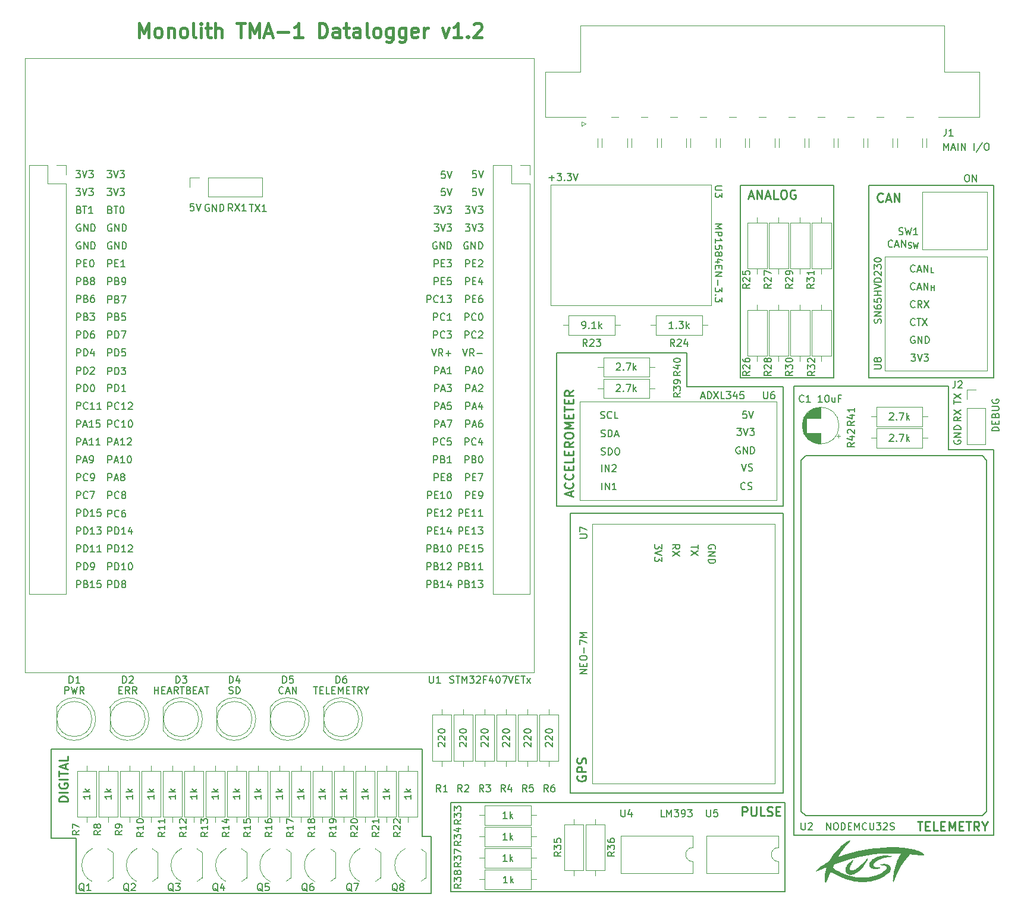
<source format=gbr>
%TF.GenerationSoftware,KiCad,Pcbnew,7.0.9*%
%TF.CreationDate,2024-01-02T14:00:46+09:00*%
%TF.ProjectId,TMA-1,544d412d-312e-46b6-9963-61645f706362,rev?*%
%TF.SameCoordinates,Original*%
%TF.FileFunction,Legend,Top*%
%TF.FilePolarity,Positive*%
%FSLAX46Y46*%
G04 Gerber Fmt 4.6, Leading zero omitted, Abs format (unit mm)*
G04 Created by KiCad (PCBNEW 7.0.9) date 2024-01-02 14:00:46*
%MOMM*%
%LPD*%
G01*
G04 APERTURE LIST*
%ADD10C,0.150000*%
%ADD11C,0.254000*%
%ADD12C,0.400000*%
%ADD13C,0.203200*%
%ADD14C,0.120000*%
%ADD15C,0.100000*%
G04 APERTURE END LIST*
D10*
X177165000Y-57277000D02*
X177165000Y-83439000D01*
X190398400Y-66167000D02*
X190398400Y-83439000D01*
X183515000Y-156718000D02*
X183515000Y-144018000D01*
X131826000Y-136398000D02*
X131826000Y-148844000D01*
X177165000Y-83439000D02*
X190398400Y-83439000D01*
X133096000Y-156972000D02*
X82550000Y-156972000D01*
X150973000Y-79883000D02*
X150973000Y-101727000D01*
X78994000Y-136398000D02*
X131826000Y-136398000D01*
X82550000Y-156972000D02*
X82550000Y-149098000D01*
X133096000Y-156972000D02*
X133096000Y-156972000D01*
X195453000Y-83439000D02*
X213233000Y-83439000D01*
X190398400Y-55981600D02*
X190398400Y-66167000D01*
X213233000Y-83439000D02*
X213233000Y-56007000D01*
X213233000Y-56007000D02*
X195453000Y-56007000D01*
X150973000Y-101727000D02*
X183231000Y-101727000D01*
X213233000Y-147153000D02*
X213233000Y-148677000D01*
X169515000Y-84709000D02*
X169515000Y-79883000D01*
X78994000Y-149098000D02*
X78994000Y-136398000D01*
X183235600Y-102743000D02*
X183235600Y-142621000D01*
X152908000Y-102743000D02*
X183235600Y-102743000D01*
X169515000Y-79883000D02*
X150973000Y-79883000D01*
X131826000Y-148844000D02*
X133096000Y-148844000D01*
X213233000Y-93726000D02*
X206756000Y-93726000D01*
X152908000Y-142621000D02*
X152908000Y-102743000D01*
X183231000Y-84709000D02*
X169515000Y-84709000D01*
X183235600Y-142621000D02*
X152908000Y-142621000D01*
X206756000Y-93726000D02*
X206756000Y-84669000D01*
X184785000Y-84669000D02*
X206756000Y-84669000D01*
X177165000Y-55981600D02*
X177165000Y-57277000D01*
X213233000Y-93726000D02*
X213233000Y-147153000D01*
X183515000Y-144018000D02*
X135890000Y-144018000D01*
X135890000Y-144018000D02*
X135890000Y-156718000D01*
X82550000Y-149098000D02*
X78994000Y-149098000D01*
X177165000Y-55981600D02*
X190398400Y-55981600D01*
X195453000Y-56007000D02*
X195453000Y-83439000D01*
X183231000Y-101727000D02*
X183231000Y-84709000D01*
X213233000Y-148677000D02*
X184785000Y-148677000D01*
X184785000Y-148677000D02*
X184785000Y-84669000D01*
X135890000Y-156718000D02*
X183515000Y-156718000D01*
X133096000Y-148844000D02*
X133096000Y-156972000D01*
X207578438Y-92357411D02*
X207530819Y-92452649D01*
X207530819Y-92452649D02*
X207530819Y-92595506D01*
X207530819Y-92595506D02*
X207578438Y-92738363D01*
X207578438Y-92738363D02*
X207673676Y-92833601D01*
X207673676Y-92833601D02*
X207768914Y-92881220D01*
X207768914Y-92881220D02*
X207959390Y-92928839D01*
X207959390Y-92928839D02*
X208102247Y-92928839D01*
X208102247Y-92928839D02*
X208292723Y-92881220D01*
X208292723Y-92881220D02*
X208387961Y-92833601D01*
X208387961Y-92833601D02*
X208483200Y-92738363D01*
X208483200Y-92738363D02*
X208530819Y-92595506D01*
X208530819Y-92595506D02*
X208530819Y-92500268D01*
X208530819Y-92500268D02*
X208483200Y-92357411D01*
X208483200Y-92357411D02*
X208435580Y-92309792D01*
X208435580Y-92309792D02*
X208102247Y-92309792D01*
X208102247Y-92309792D02*
X208102247Y-92500268D01*
X208530819Y-91881220D02*
X207530819Y-91881220D01*
X207530819Y-91881220D02*
X208530819Y-91309792D01*
X208530819Y-91309792D02*
X207530819Y-91309792D01*
X208530819Y-90833601D02*
X207530819Y-90833601D01*
X207530819Y-90833601D02*
X207530819Y-90595506D01*
X207530819Y-90595506D02*
X207578438Y-90452649D01*
X207578438Y-90452649D02*
X207673676Y-90357411D01*
X207673676Y-90357411D02*
X207768914Y-90309792D01*
X207768914Y-90309792D02*
X207959390Y-90262173D01*
X207959390Y-90262173D02*
X208102247Y-90262173D01*
X208102247Y-90262173D02*
X208292723Y-90309792D01*
X208292723Y-90309792D02*
X208387961Y-90357411D01*
X208387961Y-90357411D02*
X208483200Y-90452649D01*
X208483200Y-90452649D02*
X208530819Y-90595506D01*
X208530819Y-90595506D02*
X208530819Y-90833601D01*
D11*
X177380485Y-145881368D02*
X177380485Y-144611368D01*
X177380485Y-144611368D02*
X177864295Y-144611368D01*
X177864295Y-144611368D02*
X177985247Y-144671844D01*
X177985247Y-144671844D02*
X178045724Y-144732320D01*
X178045724Y-144732320D02*
X178106200Y-144853272D01*
X178106200Y-144853272D02*
X178106200Y-145034701D01*
X178106200Y-145034701D02*
X178045724Y-145155653D01*
X178045724Y-145155653D02*
X177985247Y-145216130D01*
X177985247Y-145216130D02*
X177864295Y-145276606D01*
X177864295Y-145276606D02*
X177380485Y-145276606D01*
X178650485Y-144611368D02*
X178650485Y-145639463D01*
X178650485Y-145639463D02*
X178710962Y-145760415D01*
X178710962Y-145760415D02*
X178771438Y-145820892D01*
X178771438Y-145820892D02*
X178892390Y-145881368D01*
X178892390Y-145881368D02*
X179134295Y-145881368D01*
X179134295Y-145881368D02*
X179255247Y-145820892D01*
X179255247Y-145820892D02*
X179315724Y-145760415D01*
X179315724Y-145760415D02*
X179376200Y-145639463D01*
X179376200Y-145639463D02*
X179376200Y-144611368D01*
X180585723Y-145881368D02*
X179980961Y-145881368D01*
X179980961Y-145881368D02*
X179980961Y-144611368D01*
X180948580Y-145820892D02*
X181130009Y-145881368D01*
X181130009Y-145881368D02*
X181432390Y-145881368D01*
X181432390Y-145881368D02*
X181553342Y-145820892D01*
X181553342Y-145820892D02*
X181613818Y-145760415D01*
X181613818Y-145760415D02*
X181674295Y-145639463D01*
X181674295Y-145639463D02*
X181674295Y-145518511D01*
X181674295Y-145518511D02*
X181613818Y-145397558D01*
X181613818Y-145397558D02*
X181553342Y-145337082D01*
X181553342Y-145337082D02*
X181432390Y-145276606D01*
X181432390Y-145276606D02*
X181190485Y-145216130D01*
X181190485Y-145216130D02*
X181069533Y-145155653D01*
X181069533Y-145155653D02*
X181009056Y-145095177D01*
X181009056Y-145095177D02*
X180948580Y-144974225D01*
X180948580Y-144974225D02*
X180948580Y-144853272D01*
X180948580Y-144853272D02*
X181009056Y-144732320D01*
X181009056Y-144732320D02*
X181069533Y-144671844D01*
X181069533Y-144671844D02*
X181190485Y-144611368D01*
X181190485Y-144611368D02*
X181492866Y-144611368D01*
X181492866Y-144611368D02*
X181674295Y-144671844D01*
X182218580Y-145216130D02*
X182641914Y-145216130D01*
X182823342Y-145881368D02*
X182218580Y-145881368D01*
X182218580Y-145881368D02*
X182218580Y-144611368D01*
X182218580Y-144611368D02*
X182823342Y-144611368D01*
X202345057Y-146730368D02*
X203070771Y-146730368D01*
X202707914Y-148000368D02*
X202707914Y-146730368D01*
X203494104Y-147335130D02*
X203917438Y-147335130D01*
X204098866Y-148000368D02*
X203494104Y-148000368D01*
X203494104Y-148000368D02*
X203494104Y-146730368D01*
X203494104Y-146730368D02*
X204098866Y-146730368D01*
X205247914Y-148000368D02*
X204643152Y-148000368D01*
X204643152Y-148000368D02*
X204643152Y-146730368D01*
X205671247Y-147335130D02*
X206094581Y-147335130D01*
X206276009Y-148000368D02*
X205671247Y-148000368D01*
X205671247Y-148000368D02*
X205671247Y-146730368D01*
X205671247Y-146730368D02*
X206276009Y-146730368D01*
X206820295Y-148000368D02*
X206820295Y-146730368D01*
X206820295Y-146730368D02*
X207243629Y-147637511D01*
X207243629Y-147637511D02*
X207666962Y-146730368D01*
X207666962Y-146730368D02*
X207666962Y-148000368D01*
X208271724Y-147335130D02*
X208695058Y-147335130D01*
X208876486Y-148000368D02*
X208271724Y-148000368D01*
X208271724Y-148000368D02*
X208271724Y-146730368D01*
X208271724Y-146730368D02*
X208876486Y-146730368D01*
X209239344Y-146730368D02*
X209965058Y-146730368D01*
X209602201Y-148000368D02*
X209602201Y-146730368D01*
X211114106Y-148000368D02*
X210690772Y-147395606D01*
X210388391Y-148000368D02*
X210388391Y-146730368D01*
X210388391Y-146730368D02*
X210872201Y-146730368D01*
X210872201Y-146730368D02*
X210993153Y-146790844D01*
X210993153Y-146790844D02*
X211053630Y-146851320D01*
X211053630Y-146851320D02*
X211114106Y-146972272D01*
X211114106Y-146972272D02*
X211114106Y-147153701D01*
X211114106Y-147153701D02*
X211053630Y-147274653D01*
X211053630Y-147274653D02*
X210993153Y-147335130D01*
X210993153Y-147335130D02*
X210872201Y-147395606D01*
X210872201Y-147395606D02*
X210388391Y-147395606D01*
X211900296Y-147395606D02*
X211900296Y-148000368D01*
X211476963Y-146730368D02*
X211900296Y-147395606D01*
X211900296Y-147395606D02*
X212323630Y-146730368D01*
X153942844Y-140216275D02*
X153882368Y-140337228D01*
X153882368Y-140337228D02*
X153882368Y-140518656D01*
X153882368Y-140518656D02*
X153942844Y-140700085D01*
X153942844Y-140700085D02*
X154063796Y-140821037D01*
X154063796Y-140821037D02*
X154184749Y-140881514D01*
X154184749Y-140881514D02*
X154426653Y-140941990D01*
X154426653Y-140941990D02*
X154608082Y-140941990D01*
X154608082Y-140941990D02*
X154849987Y-140881514D01*
X154849987Y-140881514D02*
X154970939Y-140821037D01*
X154970939Y-140821037D02*
X155091892Y-140700085D01*
X155091892Y-140700085D02*
X155152368Y-140518656D01*
X155152368Y-140518656D02*
X155152368Y-140397704D01*
X155152368Y-140397704D02*
X155091892Y-140216275D01*
X155091892Y-140216275D02*
X155031415Y-140155799D01*
X155031415Y-140155799D02*
X154608082Y-140155799D01*
X154608082Y-140155799D02*
X154608082Y-140397704D01*
X155152368Y-139611514D02*
X153882368Y-139611514D01*
X153882368Y-139611514D02*
X153882368Y-139127704D01*
X153882368Y-139127704D02*
X153942844Y-139006752D01*
X153942844Y-139006752D02*
X154003320Y-138946275D01*
X154003320Y-138946275D02*
X154124272Y-138885799D01*
X154124272Y-138885799D02*
X154305701Y-138885799D01*
X154305701Y-138885799D02*
X154426653Y-138946275D01*
X154426653Y-138946275D02*
X154487130Y-139006752D01*
X154487130Y-139006752D02*
X154547606Y-139127704D01*
X154547606Y-139127704D02*
X154547606Y-139611514D01*
X155091892Y-138401990D02*
X155152368Y-138220561D01*
X155152368Y-138220561D02*
X155152368Y-137918180D01*
X155152368Y-137918180D02*
X155091892Y-137797228D01*
X155091892Y-137797228D02*
X155031415Y-137736752D01*
X155031415Y-137736752D02*
X154910463Y-137676275D01*
X154910463Y-137676275D02*
X154789511Y-137676275D01*
X154789511Y-137676275D02*
X154668558Y-137736752D01*
X154668558Y-137736752D02*
X154608082Y-137797228D01*
X154608082Y-137797228D02*
X154547606Y-137918180D01*
X154547606Y-137918180D02*
X154487130Y-138160085D01*
X154487130Y-138160085D02*
X154426653Y-138281037D01*
X154426653Y-138281037D02*
X154366177Y-138341514D01*
X154366177Y-138341514D02*
X154245225Y-138401990D01*
X154245225Y-138401990D02*
X154124272Y-138401990D01*
X154124272Y-138401990D02*
X154003320Y-138341514D01*
X154003320Y-138341514D02*
X153942844Y-138281037D01*
X153942844Y-138281037D02*
X153882368Y-138160085D01*
X153882368Y-138160085D02*
X153882368Y-137857704D01*
X153882368Y-137857704D02*
X153942844Y-137676275D01*
D12*
X91544347Y-34913438D02*
X91544347Y-32913438D01*
X91544347Y-32913438D02*
X92211014Y-34342009D01*
X92211014Y-34342009D02*
X92877680Y-32913438D01*
X92877680Y-32913438D02*
X92877680Y-34913438D01*
X94115775Y-34913438D02*
X93925299Y-34818200D01*
X93925299Y-34818200D02*
X93830061Y-34722961D01*
X93830061Y-34722961D02*
X93734823Y-34532485D01*
X93734823Y-34532485D02*
X93734823Y-33961057D01*
X93734823Y-33961057D02*
X93830061Y-33770580D01*
X93830061Y-33770580D02*
X93925299Y-33675342D01*
X93925299Y-33675342D02*
X94115775Y-33580104D01*
X94115775Y-33580104D02*
X94401490Y-33580104D01*
X94401490Y-33580104D02*
X94591966Y-33675342D01*
X94591966Y-33675342D02*
X94687204Y-33770580D01*
X94687204Y-33770580D02*
X94782442Y-33961057D01*
X94782442Y-33961057D02*
X94782442Y-34532485D01*
X94782442Y-34532485D02*
X94687204Y-34722961D01*
X94687204Y-34722961D02*
X94591966Y-34818200D01*
X94591966Y-34818200D02*
X94401490Y-34913438D01*
X94401490Y-34913438D02*
X94115775Y-34913438D01*
X95639585Y-33580104D02*
X95639585Y-34913438D01*
X95639585Y-33770580D02*
X95734823Y-33675342D01*
X95734823Y-33675342D02*
X95925299Y-33580104D01*
X95925299Y-33580104D02*
X96211014Y-33580104D01*
X96211014Y-33580104D02*
X96401490Y-33675342D01*
X96401490Y-33675342D02*
X96496728Y-33865819D01*
X96496728Y-33865819D02*
X96496728Y-34913438D01*
X97734823Y-34913438D02*
X97544347Y-34818200D01*
X97544347Y-34818200D02*
X97449109Y-34722961D01*
X97449109Y-34722961D02*
X97353871Y-34532485D01*
X97353871Y-34532485D02*
X97353871Y-33961057D01*
X97353871Y-33961057D02*
X97449109Y-33770580D01*
X97449109Y-33770580D02*
X97544347Y-33675342D01*
X97544347Y-33675342D02*
X97734823Y-33580104D01*
X97734823Y-33580104D02*
X98020538Y-33580104D01*
X98020538Y-33580104D02*
X98211014Y-33675342D01*
X98211014Y-33675342D02*
X98306252Y-33770580D01*
X98306252Y-33770580D02*
X98401490Y-33961057D01*
X98401490Y-33961057D02*
X98401490Y-34532485D01*
X98401490Y-34532485D02*
X98306252Y-34722961D01*
X98306252Y-34722961D02*
X98211014Y-34818200D01*
X98211014Y-34818200D02*
X98020538Y-34913438D01*
X98020538Y-34913438D02*
X97734823Y-34913438D01*
X99544347Y-34913438D02*
X99353871Y-34818200D01*
X99353871Y-34818200D02*
X99258633Y-34627723D01*
X99258633Y-34627723D02*
X99258633Y-32913438D01*
X100306252Y-34913438D02*
X100306252Y-33580104D01*
X100306252Y-32913438D02*
X100211014Y-33008676D01*
X100211014Y-33008676D02*
X100306252Y-33103914D01*
X100306252Y-33103914D02*
X100401490Y-33008676D01*
X100401490Y-33008676D02*
X100306252Y-32913438D01*
X100306252Y-32913438D02*
X100306252Y-33103914D01*
X100972919Y-33580104D02*
X101734823Y-33580104D01*
X101258633Y-32913438D02*
X101258633Y-34627723D01*
X101258633Y-34627723D02*
X101353871Y-34818200D01*
X101353871Y-34818200D02*
X101544347Y-34913438D01*
X101544347Y-34913438D02*
X101734823Y-34913438D01*
X102401490Y-34913438D02*
X102401490Y-32913438D01*
X103258633Y-34913438D02*
X103258633Y-33865819D01*
X103258633Y-33865819D02*
X103163395Y-33675342D01*
X103163395Y-33675342D02*
X102972919Y-33580104D01*
X102972919Y-33580104D02*
X102687204Y-33580104D01*
X102687204Y-33580104D02*
X102496728Y-33675342D01*
X102496728Y-33675342D02*
X102401490Y-33770580D01*
X105449110Y-32913438D02*
X106591967Y-32913438D01*
X106020538Y-34913438D02*
X106020538Y-32913438D01*
X107258634Y-34913438D02*
X107258634Y-32913438D01*
X107258634Y-32913438D02*
X107925301Y-34342009D01*
X107925301Y-34342009D02*
X108591967Y-32913438D01*
X108591967Y-32913438D02*
X108591967Y-34913438D01*
X109449110Y-34342009D02*
X110401491Y-34342009D01*
X109258634Y-34913438D02*
X109925300Y-32913438D01*
X109925300Y-32913438D02*
X110591967Y-34913438D01*
X111258634Y-34151533D02*
X112782444Y-34151533D01*
X114782443Y-34913438D02*
X113639586Y-34913438D01*
X114211014Y-34913438D02*
X114211014Y-32913438D01*
X114211014Y-32913438D02*
X114020538Y-33199152D01*
X114020538Y-33199152D02*
X113830062Y-33389628D01*
X113830062Y-33389628D02*
X113639586Y-33484866D01*
X117163396Y-34913438D02*
X117163396Y-32913438D01*
X117163396Y-32913438D02*
X117639586Y-32913438D01*
X117639586Y-32913438D02*
X117925301Y-33008676D01*
X117925301Y-33008676D02*
X118115777Y-33199152D01*
X118115777Y-33199152D02*
X118211015Y-33389628D01*
X118211015Y-33389628D02*
X118306253Y-33770580D01*
X118306253Y-33770580D02*
X118306253Y-34056295D01*
X118306253Y-34056295D02*
X118211015Y-34437247D01*
X118211015Y-34437247D02*
X118115777Y-34627723D01*
X118115777Y-34627723D02*
X117925301Y-34818200D01*
X117925301Y-34818200D02*
X117639586Y-34913438D01*
X117639586Y-34913438D02*
X117163396Y-34913438D01*
X120020539Y-34913438D02*
X120020539Y-33865819D01*
X120020539Y-33865819D02*
X119925301Y-33675342D01*
X119925301Y-33675342D02*
X119734825Y-33580104D01*
X119734825Y-33580104D02*
X119353872Y-33580104D01*
X119353872Y-33580104D02*
X119163396Y-33675342D01*
X120020539Y-34818200D02*
X119830063Y-34913438D01*
X119830063Y-34913438D02*
X119353872Y-34913438D01*
X119353872Y-34913438D02*
X119163396Y-34818200D01*
X119163396Y-34818200D02*
X119068158Y-34627723D01*
X119068158Y-34627723D02*
X119068158Y-34437247D01*
X119068158Y-34437247D02*
X119163396Y-34246771D01*
X119163396Y-34246771D02*
X119353872Y-34151533D01*
X119353872Y-34151533D02*
X119830063Y-34151533D01*
X119830063Y-34151533D02*
X120020539Y-34056295D01*
X120687206Y-33580104D02*
X121449110Y-33580104D01*
X120972920Y-32913438D02*
X120972920Y-34627723D01*
X120972920Y-34627723D02*
X121068158Y-34818200D01*
X121068158Y-34818200D02*
X121258634Y-34913438D01*
X121258634Y-34913438D02*
X121449110Y-34913438D01*
X122972920Y-34913438D02*
X122972920Y-33865819D01*
X122972920Y-33865819D02*
X122877682Y-33675342D01*
X122877682Y-33675342D02*
X122687206Y-33580104D01*
X122687206Y-33580104D02*
X122306253Y-33580104D01*
X122306253Y-33580104D02*
X122115777Y-33675342D01*
X122972920Y-34818200D02*
X122782444Y-34913438D01*
X122782444Y-34913438D02*
X122306253Y-34913438D01*
X122306253Y-34913438D02*
X122115777Y-34818200D01*
X122115777Y-34818200D02*
X122020539Y-34627723D01*
X122020539Y-34627723D02*
X122020539Y-34437247D01*
X122020539Y-34437247D02*
X122115777Y-34246771D01*
X122115777Y-34246771D02*
X122306253Y-34151533D01*
X122306253Y-34151533D02*
X122782444Y-34151533D01*
X122782444Y-34151533D02*
X122972920Y-34056295D01*
X124211015Y-34913438D02*
X124020539Y-34818200D01*
X124020539Y-34818200D02*
X123925301Y-34627723D01*
X123925301Y-34627723D02*
X123925301Y-32913438D01*
X125258634Y-34913438D02*
X125068158Y-34818200D01*
X125068158Y-34818200D02*
X124972920Y-34722961D01*
X124972920Y-34722961D02*
X124877682Y-34532485D01*
X124877682Y-34532485D02*
X124877682Y-33961057D01*
X124877682Y-33961057D02*
X124972920Y-33770580D01*
X124972920Y-33770580D02*
X125068158Y-33675342D01*
X125068158Y-33675342D02*
X125258634Y-33580104D01*
X125258634Y-33580104D02*
X125544349Y-33580104D01*
X125544349Y-33580104D02*
X125734825Y-33675342D01*
X125734825Y-33675342D02*
X125830063Y-33770580D01*
X125830063Y-33770580D02*
X125925301Y-33961057D01*
X125925301Y-33961057D02*
X125925301Y-34532485D01*
X125925301Y-34532485D02*
X125830063Y-34722961D01*
X125830063Y-34722961D02*
X125734825Y-34818200D01*
X125734825Y-34818200D02*
X125544349Y-34913438D01*
X125544349Y-34913438D02*
X125258634Y-34913438D01*
X127639587Y-33580104D02*
X127639587Y-35199152D01*
X127639587Y-35199152D02*
X127544349Y-35389628D01*
X127544349Y-35389628D02*
X127449111Y-35484866D01*
X127449111Y-35484866D02*
X127258634Y-35580104D01*
X127258634Y-35580104D02*
X126972920Y-35580104D01*
X126972920Y-35580104D02*
X126782444Y-35484866D01*
X127639587Y-34818200D02*
X127449111Y-34913438D01*
X127449111Y-34913438D02*
X127068158Y-34913438D01*
X127068158Y-34913438D02*
X126877682Y-34818200D01*
X126877682Y-34818200D02*
X126782444Y-34722961D01*
X126782444Y-34722961D02*
X126687206Y-34532485D01*
X126687206Y-34532485D02*
X126687206Y-33961057D01*
X126687206Y-33961057D02*
X126782444Y-33770580D01*
X126782444Y-33770580D02*
X126877682Y-33675342D01*
X126877682Y-33675342D02*
X127068158Y-33580104D01*
X127068158Y-33580104D02*
X127449111Y-33580104D01*
X127449111Y-33580104D02*
X127639587Y-33675342D01*
X129449111Y-33580104D02*
X129449111Y-35199152D01*
X129449111Y-35199152D02*
X129353873Y-35389628D01*
X129353873Y-35389628D02*
X129258635Y-35484866D01*
X129258635Y-35484866D02*
X129068158Y-35580104D01*
X129068158Y-35580104D02*
X128782444Y-35580104D01*
X128782444Y-35580104D02*
X128591968Y-35484866D01*
X129449111Y-34818200D02*
X129258635Y-34913438D01*
X129258635Y-34913438D02*
X128877682Y-34913438D01*
X128877682Y-34913438D02*
X128687206Y-34818200D01*
X128687206Y-34818200D02*
X128591968Y-34722961D01*
X128591968Y-34722961D02*
X128496730Y-34532485D01*
X128496730Y-34532485D02*
X128496730Y-33961057D01*
X128496730Y-33961057D02*
X128591968Y-33770580D01*
X128591968Y-33770580D02*
X128687206Y-33675342D01*
X128687206Y-33675342D02*
X128877682Y-33580104D01*
X128877682Y-33580104D02*
X129258635Y-33580104D01*
X129258635Y-33580104D02*
X129449111Y-33675342D01*
X131163397Y-34818200D02*
X130972921Y-34913438D01*
X130972921Y-34913438D02*
X130591968Y-34913438D01*
X130591968Y-34913438D02*
X130401492Y-34818200D01*
X130401492Y-34818200D02*
X130306254Y-34627723D01*
X130306254Y-34627723D02*
X130306254Y-33865819D01*
X130306254Y-33865819D02*
X130401492Y-33675342D01*
X130401492Y-33675342D02*
X130591968Y-33580104D01*
X130591968Y-33580104D02*
X130972921Y-33580104D01*
X130972921Y-33580104D02*
X131163397Y-33675342D01*
X131163397Y-33675342D02*
X131258635Y-33865819D01*
X131258635Y-33865819D02*
X131258635Y-34056295D01*
X131258635Y-34056295D02*
X130306254Y-34246771D01*
X132115778Y-34913438D02*
X132115778Y-33580104D01*
X132115778Y-33961057D02*
X132211016Y-33770580D01*
X132211016Y-33770580D02*
X132306254Y-33675342D01*
X132306254Y-33675342D02*
X132496730Y-33580104D01*
X132496730Y-33580104D02*
X132687207Y-33580104D01*
X134687207Y-33580104D02*
X135163397Y-34913438D01*
X135163397Y-34913438D02*
X135639588Y-33580104D01*
X137449112Y-34913438D02*
X136306255Y-34913438D01*
X136877683Y-34913438D02*
X136877683Y-32913438D01*
X136877683Y-32913438D02*
X136687207Y-33199152D01*
X136687207Y-33199152D02*
X136496731Y-33389628D01*
X136496731Y-33389628D02*
X136306255Y-33484866D01*
X138306255Y-34722961D02*
X138401493Y-34818200D01*
X138401493Y-34818200D02*
X138306255Y-34913438D01*
X138306255Y-34913438D02*
X138211017Y-34818200D01*
X138211017Y-34818200D02*
X138306255Y-34722961D01*
X138306255Y-34722961D02*
X138306255Y-34913438D01*
X139163398Y-33103914D02*
X139258636Y-33008676D01*
X139258636Y-33008676D02*
X139449112Y-32913438D01*
X139449112Y-32913438D02*
X139925303Y-32913438D01*
X139925303Y-32913438D02*
X140115779Y-33008676D01*
X140115779Y-33008676D02*
X140211017Y-33103914D01*
X140211017Y-33103914D02*
X140306255Y-33294390D01*
X140306255Y-33294390D02*
X140306255Y-33484866D01*
X140306255Y-33484866D02*
X140211017Y-33770580D01*
X140211017Y-33770580D02*
X139068160Y-34913438D01*
X139068160Y-34913438D02*
X140306255Y-34913438D01*
D10*
X208530819Y-89007792D02*
X208054628Y-89341125D01*
X208530819Y-89579220D02*
X207530819Y-89579220D01*
X207530819Y-89579220D02*
X207530819Y-89198268D01*
X207530819Y-89198268D02*
X207578438Y-89103030D01*
X207578438Y-89103030D02*
X207626057Y-89055411D01*
X207626057Y-89055411D02*
X207721295Y-89007792D01*
X207721295Y-89007792D02*
X207864152Y-89007792D01*
X207864152Y-89007792D02*
X207959390Y-89055411D01*
X207959390Y-89055411D02*
X208007009Y-89103030D01*
X208007009Y-89103030D02*
X208054628Y-89198268D01*
X208054628Y-89198268D02*
X208054628Y-89579220D01*
X207530819Y-88674458D02*
X208530819Y-88007792D01*
X207530819Y-88007792D02*
X208530819Y-88674458D01*
D11*
X81365368Y-143802514D02*
X80095368Y-143802514D01*
X80095368Y-143802514D02*
X80095368Y-143500133D01*
X80095368Y-143500133D02*
X80155844Y-143318704D01*
X80155844Y-143318704D02*
X80276796Y-143197752D01*
X80276796Y-143197752D02*
X80397749Y-143137275D01*
X80397749Y-143137275D02*
X80639653Y-143076799D01*
X80639653Y-143076799D02*
X80821082Y-143076799D01*
X80821082Y-143076799D02*
X81062987Y-143137275D01*
X81062987Y-143137275D02*
X81183939Y-143197752D01*
X81183939Y-143197752D02*
X81304892Y-143318704D01*
X81304892Y-143318704D02*
X81365368Y-143500133D01*
X81365368Y-143500133D02*
X81365368Y-143802514D01*
X81365368Y-142532514D02*
X80095368Y-142532514D01*
X80155844Y-141262513D02*
X80095368Y-141383466D01*
X80095368Y-141383466D02*
X80095368Y-141564894D01*
X80095368Y-141564894D02*
X80155844Y-141746323D01*
X80155844Y-141746323D02*
X80276796Y-141867275D01*
X80276796Y-141867275D02*
X80397749Y-141927752D01*
X80397749Y-141927752D02*
X80639653Y-141988228D01*
X80639653Y-141988228D02*
X80821082Y-141988228D01*
X80821082Y-141988228D02*
X81062987Y-141927752D01*
X81062987Y-141927752D02*
X81183939Y-141867275D01*
X81183939Y-141867275D02*
X81304892Y-141746323D01*
X81304892Y-141746323D02*
X81365368Y-141564894D01*
X81365368Y-141564894D02*
X81365368Y-141443942D01*
X81365368Y-141443942D02*
X81304892Y-141262513D01*
X81304892Y-141262513D02*
X81244415Y-141202037D01*
X81244415Y-141202037D02*
X80821082Y-141202037D01*
X80821082Y-141202037D02*
X80821082Y-141443942D01*
X81365368Y-140657752D02*
X80095368Y-140657752D01*
X80095368Y-140234418D02*
X80095368Y-139508704D01*
X81365368Y-139871561D02*
X80095368Y-139871561D01*
X81002511Y-139145847D02*
X81002511Y-138541085D01*
X81365368Y-139266799D02*
X80095368Y-138843466D01*
X80095368Y-138843466D02*
X81365368Y-138420132D01*
X81365368Y-137392038D02*
X81365368Y-137996800D01*
X81365368Y-137996800D02*
X80095368Y-137996800D01*
D10*
X209315255Y-54495819D02*
X209505731Y-54495819D01*
X209505731Y-54495819D02*
X209600969Y-54543438D01*
X209600969Y-54543438D02*
X209696207Y-54638676D01*
X209696207Y-54638676D02*
X209743826Y-54829152D01*
X209743826Y-54829152D02*
X209743826Y-55162485D01*
X209743826Y-55162485D02*
X209696207Y-55352961D01*
X209696207Y-55352961D02*
X209600969Y-55448200D01*
X209600969Y-55448200D02*
X209505731Y-55495819D01*
X209505731Y-55495819D02*
X209315255Y-55495819D01*
X209315255Y-55495819D02*
X209220017Y-55448200D01*
X209220017Y-55448200D02*
X209124779Y-55352961D01*
X209124779Y-55352961D02*
X209077160Y-55162485D01*
X209077160Y-55162485D02*
X209077160Y-54829152D01*
X209077160Y-54829152D02*
X209124779Y-54638676D01*
X209124779Y-54638676D02*
X209220017Y-54543438D01*
X209220017Y-54543438D02*
X209315255Y-54495819D01*
X210172398Y-55495819D02*
X210172398Y-54495819D01*
X210172398Y-54495819D02*
X210743826Y-55495819D01*
X210743826Y-55495819D02*
X210743826Y-54495819D01*
D11*
X197410200Y-58257415D02*
X197349724Y-58317892D01*
X197349724Y-58317892D02*
X197168295Y-58378368D01*
X197168295Y-58378368D02*
X197047343Y-58378368D01*
X197047343Y-58378368D02*
X196865914Y-58317892D01*
X196865914Y-58317892D02*
X196744962Y-58196939D01*
X196744962Y-58196939D02*
X196684485Y-58075987D01*
X196684485Y-58075987D02*
X196624009Y-57834082D01*
X196624009Y-57834082D02*
X196624009Y-57652653D01*
X196624009Y-57652653D02*
X196684485Y-57410749D01*
X196684485Y-57410749D02*
X196744962Y-57289796D01*
X196744962Y-57289796D02*
X196865914Y-57168844D01*
X196865914Y-57168844D02*
X197047343Y-57108368D01*
X197047343Y-57108368D02*
X197168295Y-57108368D01*
X197168295Y-57108368D02*
X197349724Y-57168844D01*
X197349724Y-57168844D02*
X197410200Y-57229320D01*
X197894009Y-58015511D02*
X198498771Y-58015511D01*
X197773057Y-58378368D02*
X198196390Y-57108368D01*
X198196390Y-57108368D02*
X198619724Y-58378368D01*
X199043056Y-58378368D02*
X199043056Y-57108368D01*
X199043056Y-57108368D02*
X199768771Y-58378368D01*
X199768771Y-58378368D02*
X199768771Y-57108368D01*
X178336009Y-57558311D02*
X178940771Y-57558311D01*
X178215057Y-57921168D02*
X178638390Y-56651168D01*
X178638390Y-56651168D02*
X179061724Y-57921168D01*
X179485056Y-57921168D02*
X179485056Y-56651168D01*
X179485056Y-56651168D02*
X180210771Y-57921168D01*
X180210771Y-57921168D02*
X180210771Y-56651168D01*
X180755056Y-57558311D02*
X181359818Y-57558311D01*
X180634104Y-57921168D02*
X181057437Y-56651168D01*
X181057437Y-56651168D02*
X181480771Y-57921168D01*
X182508865Y-57921168D02*
X181904103Y-57921168D01*
X181904103Y-57921168D02*
X181904103Y-56651168D01*
X183174103Y-56651168D02*
X183416008Y-56651168D01*
X183416008Y-56651168D02*
X183536960Y-56711644D01*
X183536960Y-56711644D02*
X183657913Y-56832596D01*
X183657913Y-56832596D02*
X183718389Y-57074501D01*
X183718389Y-57074501D02*
X183718389Y-57497834D01*
X183718389Y-57497834D02*
X183657913Y-57739739D01*
X183657913Y-57739739D02*
X183536960Y-57860692D01*
X183536960Y-57860692D02*
X183416008Y-57921168D01*
X183416008Y-57921168D02*
X183174103Y-57921168D01*
X183174103Y-57921168D02*
X183053151Y-57860692D01*
X183053151Y-57860692D02*
X182932198Y-57739739D01*
X182932198Y-57739739D02*
X182871722Y-57497834D01*
X182871722Y-57497834D02*
X182871722Y-57074501D01*
X182871722Y-57074501D02*
X182932198Y-56832596D01*
X182932198Y-56832596D02*
X183053151Y-56711644D01*
X183053151Y-56711644D02*
X183174103Y-56651168D01*
X184927913Y-56711644D02*
X184806960Y-56651168D01*
X184806960Y-56651168D02*
X184625532Y-56651168D01*
X184625532Y-56651168D02*
X184444103Y-56711644D01*
X184444103Y-56711644D02*
X184323151Y-56832596D01*
X184323151Y-56832596D02*
X184262674Y-56953549D01*
X184262674Y-56953549D02*
X184202198Y-57195453D01*
X184202198Y-57195453D02*
X184202198Y-57376882D01*
X184202198Y-57376882D02*
X184262674Y-57618787D01*
X184262674Y-57618787D02*
X184323151Y-57739739D01*
X184323151Y-57739739D02*
X184444103Y-57860692D01*
X184444103Y-57860692D02*
X184625532Y-57921168D01*
X184625532Y-57921168D02*
X184746484Y-57921168D01*
X184746484Y-57921168D02*
X184927913Y-57860692D01*
X184927913Y-57860692D02*
X184988389Y-57800215D01*
X184988389Y-57800215D02*
X184988389Y-57376882D01*
X184988389Y-57376882D02*
X184746484Y-57376882D01*
D10*
X207530819Y-87182077D02*
X207530819Y-86610649D01*
X208530819Y-86896363D02*
X207530819Y-86896363D01*
X207530819Y-86372553D02*
X208530819Y-85705887D01*
X207530819Y-85705887D02*
X208530819Y-86372553D01*
D11*
X152981511Y-100301990D02*
X152981511Y-99697228D01*
X153344368Y-100422942D02*
X152074368Y-99999609D01*
X152074368Y-99999609D02*
X153344368Y-99576275D01*
X153223415Y-98427228D02*
X153283892Y-98487704D01*
X153283892Y-98487704D02*
X153344368Y-98669133D01*
X153344368Y-98669133D02*
X153344368Y-98790085D01*
X153344368Y-98790085D02*
X153283892Y-98971514D01*
X153283892Y-98971514D02*
X153162939Y-99092466D01*
X153162939Y-99092466D02*
X153041987Y-99152943D01*
X153041987Y-99152943D02*
X152800082Y-99213419D01*
X152800082Y-99213419D02*
X152618653Y-99213419D01*
X152618653Y-99213419D02*
X152376749Y-99152943D01*
X152376749Y-99152943D02*
X152255796Y-99092466D01*
X152255796Y-99092466D02*
X152134844Y-98971514D01*
X152134844Y-98971514D02*
X152074368Y-98790085D01*
X152074368Y-98790085D02*
X152074368Y-98669133D01*
X152074368Y-98669133D02*
X152134844Y-98487704D01*
X152134844Y-98487704D02*
X152195320Y-98427228D01*
X153223415Y-97157228D02*
X153283892Y-97217704D01*
X153283892Y-97217704D02*
X153344368Y-97399133D01*
X153344368Y-97399133D02*
X153344368Y-97520085D01*
X153344368Y-97520085D02*
X153283892Y-97701514D01*
X153283892Y-97701514D02*
X153162939Y-97822466D01*
X153162939Y-97822466D02*
X153041987Y-97882943D01*
X153041987Y-97882943D02*
X152800082Y-97943419D01*
X152800082Y-97943419D02*
X152618653Y-97943419D01*
X152618653Y-97943419D02*
X152376749Y-97882943D01*
X152376749Y-97882943D02*
X152255796Y-97822466D01*
X152255796Y-97822466D02*
X152134844Y-97701514D01*
X152134844Y-97701514D02*
X152074368Y-97520085D01*
X152074368Y-97520085D02*
X152074368Y-97399133D01*
X152074368Y-97399133D02*
X152134844Y-97217704D01*
X152134844Y-97217704D02*
X152195320Y-97157228D01*
X152679130Y-96612943D02*
X152679130Y-96189609D01*
X153344368Y-96008181D02*
X153344368Y-96612943D01*
X153344368Y-96612943D02*
X152074368Y-96612943D01*
X152074368Y-96612943D02*
X152074368Y-96008181D01*
X153344368Y-94859133D02*
X153344368Y-95463895D01*
X153344368Y-95463895D02*
X152074368Y-95463895D01*
X152679130Y-94435800D02*
X152679130Y-94012466D01*
X153344368Y-93831038D02*
X153344368Y-94435800D01*
X153344368Y-94435800D02*
X152074368Y-94435800D01*
X152074368Y-94435800D02*
X152074368Y-93831038D01*
X153344368Y-92561037D02*
X152739606Y-92984371D01*
X153344368Y-93286752D02*
X152074368Y-93286752D01*
X152074368Y-93286752D02*
X152074368Y-92802942D01*
X152074368Y-92802942D02*
X152134844Y-92681990D01*
X152134844Y-92681990D02*
X152195320Y-92621513D01*
X152195320Y-92621513D02*
X152316272Y-92561037D01*
X152316272Y-92561037D02*
X152497701Y-92561037D01*
X152497701Y-92561037D02*
X152618653Y-92621513D01*
X152618653Y-92621513D02*
X152679130Y-92681990D01*
X152679130Y-92681990D02*
X152739606Y-92802942D01*
X152739606Y-92802942D02*
X152739606Y-93286752D01*
X152074368Y-91774847D02*
X152074368Y-91532942D01*
X152074368Y-91532942D02*
X152134844Y-91411990D01*
X152134844Y-91411990D02*
X152255796Y-91291037D01*
X152255796Y-91291037D02*
X152497701Y-91230561D01*
X152497701Y-91230561D02*
X152921034Y-91230561D01*
X152921034Y-91230561D02*
X153162939Y-91291037D01*
X153162939Y-91291037D02*
X153283892Y-91411990D01*
X153283892Y-91411990D02*
X153344368Y-91532942D01*
X153344368Y-91532942D02*
X153344368Y-91774847D01*
X153344368Y-91774847D02*
X153283892Y-91895799D01*
X153283892Y-91895799D02*
X153162939Y-92016752D01*
X153162939Y-92016752D02*
X152921034Y-92077228D01*
X152921034Y-92077228D02*
X152497701Y-92077228D01*
X152497701Y-92077228D02*
X152255796Y-92016752D01*
X152255796Y-92016752D02*
X152134844Y-91895799D01*
X152134844Y-91895799D02*
X152074368Y-91774847D01*
X153344368Y-90686276D02*
X152074368Y-90686276D01*
X152074368Y-90686276D02*
X152981511Y-90262942D01*
X152981511Y-90262942D02*
X152074368Y-89839609D01*
X152074368Y-89839609D02*
X153344368Y-89839609D01*
X152679130Y-89234847D02*
X152679130Y-88811513D01*
X153344368Y-88630085D02*
X153344368Y-89234847D01*
X153344368Y-89234847D02*
X152074368Y-89234847D01*
X152074368Y-89234847D02*
X152074368Y-88630085D01*
X152074368Y-88267227D02*
X152074368Y-87541513D01*
X153344368Y-87904370D02*
X152074368Y-87904370D01*
X152679130Y-87118180D02*
X152679130Y-86694846D01*
X153344368Y-86513418D02*
X153344368Y-87118180D01*
X153344368Y-87118180D02*
X152074368Y-87118180D01*
X152074368Y-87118180D02*
X152074368Y-86513418D01*
X153344368Y-85243417D02*
X152739606Y-85666751D01*
X153344368Y-85969132D02*
X152074368Y-85969132D01*
X152074368Y-85969132D02*
X152074368Y-85485322D01*
X152074368Y-85485322D02*
X152134844Y-85364370D01*
X152134844Y-85364370D02*
X152195320Y-85303893D01*
X152195320Y-85303893D02*
X152316272Y-85243417D01*
X152316272Y-85243417D02*
X152497701Y-85243417D01*
X152497701Y-85243417D02*
X152618653Y-85303893D01*
X152618653Y-85303893D02*
X152679130Y-85364370D01*
X152679130Y-85364370D02*
X152739606Y-85485322D01*
X152739606Y-85485322D02*
X152739606Y-85969132D01*
D10*
X185801095Y-146861819D02*
X185801095Y-147671342D01*
X185801095Y-147671342D02*
X185848714Y-147766580D01*
X185848714Y-147766580D02*
X185896333Y-147814200D01*
X185896333Y-147814200D02*
X185991571Y-147861819D01*
X185991571Y-147861819D02*
X186182047Y-147861819D01*
X186182047Y-147861819D02*
X186277285Y-147814200D01*
X186277285Y-147814200D02*
X186324904Y-147766580D01*
X186324904Y-147766580D02*
X186372523Y-147671342D01*
X186372523Y-147671342D02*
X186372523Y-146861819D01*
X186801095Y-146957057D02*
X186848714Y-146909438D01*
X186848714Y-146909438D02*
X186943952Y-146861819D01*
X186943952Y-146861819D02*
X187182047Y-146861819D01*
X187182047Y-146861819D02*
X187277285Y-146909438D01*
X187277285Y-146909438D02*
X187324904Y-146957057D01*
X187324904Y-146957057D02*
X187372523Y-147052295D01*
X187372523Y-147052295D02*
X187372523Y-147147533D01*
X187372523Y-147147533D02*
X187324904Y-147290390D01*
X187324904Y-147290390D02*
X186753476Y-147861819D01*
X186753476Y-147861819D02*
X187372523Y-147861819D01*
X189397286Y-147861819D02*
X189397286Y-146861819D01*
X189397286Y-146861819D02*
X189968714Y-147861819D01*
X189968714Y-147861819D02*
X189968714Y-146861819D01*
X190635381Y-146861819D02*
X190825857Y-146861819D01*
X190825857Y-146861819D02*
X190921095Y-146909438D01*
X190921095Y-146909438D02*
X191016333Y-147004676D01*
X191016333Y-147004676D02*
X191063952Y-147195152D01*
X191063952Y-147195152D02*
X191063952Y-147528485D01*
X191063952Y-147528485D02*
X191016333Y-147718961D01*
X191016333Y-147718961D02*
X190921095Y-147814200D01*
X190921095Y-147814200D02*
X190825857Y-147861819D01*
X190825857Y-147861819D02*
X190635381Y-147861819D01*
X190635381Y-147861819D02*
X190540143Y-147814200D01*
X190540143Y-147814200D02*
X190444905Y-147718961D01*
X190444905Y-147718961D02*
X190397286Y-147528485D01*
X190397286Y-147528485D02*
X190397286Y-147195152D01*
X190397286Y-147195152D02*
X190444905Y-147004676D01*
X190444905Y-147004676D02*
X190540143Y-146909438D01*
X190540143Y-146909438D02*
X190635381Y-146861819D01*
X191492524Y-147861819D02*
X191492524Y-146861819D01*
X191492524Y-146861819D02*
X191730619Y-146861819D01*
X191730619Y-146861819D02*
X191873476Y-146909438D01*
X191873476Y-146909438D02*
X191968714Y-147004676D01*
X191968714Y-147004676D02*
X192016333Y-147099914D01*
X192016333Y-147099914D02*
X192063952Y-147290390D01*
X192063952Y-147290390D02*
X192063952Y-147433247D01*
X192063952Y-147433247D02*
X192016333Y-147623723D01*
X192016333Y-147623723D02*
X191968714Y-147718961D01*
X191968714Y-147718961D02*
X191873476Y-147814200D01*
X191873476Y-147814200D02*
X191730619Y-147861819D01*
X191730619Y-147861819D02*
X191492524Y-147861819D01*
X192492524Y-147338009D02*
X192825857Y-147338009D01*
X192968714Y-147861819D02*
X192492524Y-147861819D01*
X192492524Y-147861819D02*
X192492524Y-146861819D01*
X192492524Y-146861819D02*
X192968714Y-146861819D01*
X193397286Y-147861819D02*
X193397286Y-146861819D01*
X193397286Y-146861819D02*
X193730619Y-147576104D01*
X193730619Y-147576104D02*
X194063952Y-146861819D01*
X194063952Y-146861819D02*
X194063952Y-147861819D01*
X195111571Y-147766580D02*
X195063952Y-147814200D01*
X195063952Y-147814200D02*
X194921095Y-147861819D01*
X194921095Y-147861819D02*
X194825857Y-147861819D01*
X194825857Y-147861819D02*
X194683000Y-147814200D01*
X194683000Y-147814200D02*
X194587762Y-147718961D01*
X194587762Y-147718961D02*
X194540143Y-147623723D01*
X194540143Y-147623723D02*
X194492524Y-147433247D01*
X194492524Y-147433247D02*
X194492524Y-147290390D01*
X194492524Y-147290390D02*
X194540143Y-147099914D01*
X194540143Y-147099914D02*
X194587762Y-147004676D01*
X194587762Y-147004676D02*
X194683000Y-146909438D01*
X194683000Y-146909438D02*
X194825857Y-146861819D01*
X194825857Y-146861819D02*
X194921095Y-146861819D01*
X194921095Y-146861819D02*
X195063952Y-146909438D01*
X195063952Y-146909438D02*
X195111571Y-146957057D01*
X195540143Y-146861819D02*
X195540143Y-147671342D01*
X195540143Y-147671342D02*
X195587762Y-147766580D01*
X195587762Y-147766580D02*
X195635381Y-147814200D01*
X195635381Y-147814200D02*
X195730619Y-147861819D01*
X195730619Y-147861819D02*
X195921095Y-147861819D01*
X195921095Y-147861819D02*
X196016333Y-147814200D01*
X196016333Y-147814200D02*
X196063952Y-147766580D01*
X196063952Y-147766580D02*
X196111571Y-147671342D01*
X196111571Y-147671342D02*
X196111571Y-146861819D01*
X196492524Y-146861819D02*
X197111571Y-146861819D01*
X197111571Y-146861819D02*
X196778238Y-147242771D01*
X196778238Y-147242771D02*
X196921095Y-147242771D01*
X196921095Y-147242771D02*
X197016333Y-147290390D01*
X197016333Y-147290390D02*
X197063952Y-147338009D01*
X197063952Y-147338009D02*
X197111571Y-147433247D01*
X197111571Y-147433247D02*
X197111571Y-147671342D01*
X197111571Y-147671342D02*
X197063952Y-147766580D01*
X197063952Y-147766580D02*
X197016333Y-147814200D01*
X197016333Y-147814200D02*
X196921095Y-147861819D01*
X196921095Y-147861819D02*
X196635381Y-147861819D01*
X196635381Y-147861819D02*
X196540143Y-147814200D01*
X196540143Y-147814200D02*
X196492524Y-147766580D01*
X197492524Y-146957057D02*
X197540143Y-146909438D01*
X197540143Y-146909438D02*
X197635381Y-146861819D01*
X197635381Y-146861819D02*
X197873476Y-146861819D01*
X197873476Y-146861819D02*
X197968714Y-146909438D01*
X197968714Y-146909438D02*
X198016333Y-146957057D01*
X198016333Y-146957057D02*
X198063952Y-147052295D01*
X198063952Y-147052295D02*
X198063952Y-147147533D01*
X198063952Y-147147533D02*
X198016333Y-147290390D01*
X198016333Y-147290390D02*
X197444905Y-147861819D01*
X197444905Y-147861819D02*
X198063952Y-147861819D01*
X198444905Y-147814200D02*
X198587762Y-147861819D01*
X198587762Y-147861819D02*
X198825857Y-147861819D01*
X198825857Y-147861819D02*
X198921095Y-147814200D01*
X198921095Y-147814200D02*
X198968714Y-147766580D01*
X198968714Y-147766580D02*
X199016333Y-147671342D01*
X199016333Y-147671342D02*
X199016333Y-147576104D01*
X199016333Y-147576104D02*
X198968714Y-147480866D01*
X198968714Y-147480866D02*
X198921095Y-147433247D01*
X198921095Y-147433247D02*
X198825857Y-147385628D01*
X198825857Y-147385628D02*
X198635381Y-147338009D01*
X198635381Y-147338009D02*
X198540143Y-147290390D01*
X198540143Y-147290390D02*
X198492524Y-147242771D01*
X198492524Y-147242771D02*
X198444905Y-147147533D01*
X198444905Y-147147533D02*
X198444905Y-147052295D01*
X198444905Y-147052295D02*
X198492524Y-146957057D01*
X198492524Y-146957057D02*
X198540143Y-146909438D01*
X198540143Y-146909438D02*
X198635381Y-146861819D01*
X198635381Y-146861819D02*
X198873476Y-146861819D01*
X198873476Y-146861819D02*
X199016333Y-146909438D01*
X149763333Y-142440819D02*
X149430000Y-141964628D01*
X149191905Y-142440819D02*
X149191905Y-141440819D01*
X149191905Y-141440819D02*
X149572857Y-141440819D01*
X149572857Y-141440819D02*
X149668095Y-141488438D01*
X149668095Y-141488438D02*
X149715714Y-141536057D01*
X149715714Y-141536057D02*
X149763333Y-141631295D01*
X149763333Y-141631295D02*
X149763333Y-141774152D01*
X149763333Y-141774152D02*
X149715714Y-141869390D01*
X149715714Y-141869390D02*
X149668095Y-141917009D01*
X149668095Y-141917009D02*
X149572857Y-141964628D01*
X149572857Y-141964628D02*
X149191905Y-141964628D01*
X150620476Y-141440819D02*
X150430000Y-141440819D01*
X150430000Y-141440819D02*
X150334762Y-141488438D01*
X150334762Y-141488438D02*
X150287143Y-141536057D01*
X150287143Y-141536057D02*
X150191905Y-141678914D01*
X150191905Y-141678914D02*
X150144286Y-141869390D01*
X150144286Y-141869390D02*
X150144286Y-142250342D01*
X150144286Y-142250342D02*
X150191905Y-142345580D01*
X150191905Y-142345580D02*
X150239524Y-142393200D01*
X150239524Y-142393200D02*
X150334762Y-142440819D01*
X150334762Y-142440819D02*
X150525238Y-142440819D01*
X150525238Y-142440819D02*
X150620476Y-142393200D01*
X150620476Y-142393200D02*
X150668095Y-142345580D01*
X150668095Y-142345580D02*
X150715714Y-142250342D01*
X150715714Y-142250342D02*
X150715714Y-142012247D01*
X150715714Y-142012247D02*
X150668095Y-141917009D01*
X150668095Y-141917009D02*
X150620476Y-141869390D01*
X150620476Y-141869390D02*
X150525238Y-141821771D01*
X150525238Y-141821771D02*
X150334762Y-141821771D01*
X150334762Y-141821771D02*
X150239524Y-141869390D01*
X150239524Y-141869390D02*
X150191905Y-141917009D01*
X150191905Y-141917009D02*
X150144286Y-142012247D01*
X149480057Y-135985094D02*
X149432438Y-135937475D01*
X149432438Y-135937475D02*
X149384819Y-135842237D01*
X149384819Y-135842237D02*
X149384819Y-135604142D01*
X149384819Y-135604142D02*
X149432438Y-135508904D01*
X149432438Y-135508904D02*
X149480057Y-135461285D01*
X149480057Y-135461285D02*
X149575295Y-135413666D01*
X149575295Y-135413666D02*
X149670533Y-135413666D01*
X149670533Y-135413666D02*
X149813390Y-135461285D01*
X149813390Y-135461285D02*
X150384819Y-136032713D01*
X150384819Y-136032713D02*
X150384819Y-135413666D01*
X149480057Y-135032713D02*
X149432438Y-134985094D01*
X149432438Y-134985094D02*
X149384819Y-134889856D01*
X149384819Y-134889856D02*
X149384819Y-134651761D01*
X149384819Y-134651761D02*
X149432438Y-134556523D01*
X149432438Y-134556523D02*
X149480057Y-134508904D01*
X149480057Y-134508904D02*
X149575295Y-134461285D01*
X149575295Y-134461285D02*
X149670533Y-134461285D01*
X149670533Y-134461285D02*
X149813390Y-134508904D01*
X149813390Y-134508904D02*
X150384819Y-135080332D01*
X150384819Y-135080332D02*
X150384819Y-134461285D01*
X149384819Y-133842237D02*
X149384819Y-133746999D01*
X149384819Y-133746999D02*
X149432438Y-133651761D01*
X149432438Y-133651761D02*
X149480057Y-133604142D01*
X149480057Y-133604142D02*
X149575295Y-133556523D01*
X149575295Y-133556523D02*
X149765771Y-133508904D01*
X149765771Y-133508904D02*
X150003866Y-133508904D01*
X150003866Y-133508904D02*
X150194342Y-133556523D01*
X150194342Y-133556523D02*
X150289580Y-133604142D01*
X150289580Y-133604142D02*
X150337200Y-133651761D01*
X150337200Y-133651761D02*
X150384819Y-133746999D01*
X150384819Y-133746999D02*
X150384819Y-133842237D01*
X150384819Y-133842237D02*
X150337200Y-133937475D01*
X150337200Y-133937475D02*
X150289580Y-133985094D01*
X150289580Y-133985094D02*
X150194342Y-134032713D01*
X150194342Y-134032713D02*
X150003866Y-134080332D01*
X150003866Y-134080332D02*
X149765771Y-134080332D01*
X149765771Y-134080332D02*
X149575295Y-134032713D01*
X149575295Y-134032713D02*
X149480057Y-133985094D01*
X149480057Y-133985094D02*
X149432438Y-133937475D01*
X149432438Y-133937475D02*
X149384819Y-133842237D01*
X109124761Y-156633057D02*
X109029523Y-156585438D01*
X109029523Y-156585438D02*
X108934285Y-156490200D01*
X108934285Y-156490200D02*
X108791428Y-156347342D01*
X108791428Y-156347342D02*
X108696190Y-156299723D01*
X108696190Y-156299723D02*
X108600952Y-156299723D01*
X108648571Y-156537819D02*
X108553333Y-156490200D01*
X108553333Y-156490200D02*
X108458095Y-156394961D01*
X108458095Y-156394961D02*
X108410476Y-156204485D01*
X108410476Y-156204485D02*
X108410476Y-155871152D01*
X108410476Y-155871152D02*
X108458095Y-155680676D01*
X108458095Y-155680676D02*
X108553333Y-155585438D01*
X108553333Y-155585438D02*
X108648571Y-155537819D01*
X108648571Y-155537819D02*
X108839047Y-155537819D01*
X108839047Y-155537819D02*
X108934285Y-155585438D01*
X108934285Y-155585438D02*
X109029523Y-155680676D01*
X109029523Y-155680676D02*
X109077142Y-155871152D01*
X109077142Y-155871152D02*
X109077142Y-156204485D01*
X109077142Y-156204485D02*
X109029523Y-156394961D01*
X109029523Y-156394961D02*
X108934285Y-156490200D01*
X108934285Y-156490200D02*
X108839047Y-156537819D01*
X108839047Y-156537819D02*
X108648571Y-156537819D01*
X109981904Y-155537819D02*
X109505714Y-155537819D01*
X109505714Y-155537819D02*
X109458095Y-156014009D01*
X109458095Y-156014009D02*
X109505714Y-155966390D01*
X109505714Y-155966390D02*
X109600952Y-155918771D01*
X109600952Y-155918771D02*
X109839047Y-155918771D01*
X109839047Y-155918771D02*
X109934285Y-155966390D01*
X109934285Y-155966390D02*
X109981904Y-156014009D01*
X109981904Y-156014009D02*
X110029523Y-156109247D01*
X110029523Y-156109247D02*
X110029523Y-156347342D01*
X110029523Y-156347342D02*
X109981904Y-156442580D01*
X109981904Y-156442580D02*
X109934285Y-156490200D01*
X109934285Y-156490200D02*
X109839047Y-156537819D01*
X109839047Y-156537819D02*
X109600952Y-156537819D01*
X109600952Y-156537819D02*
X109505714Y-156490200D01*
X109505714Y-156490200D02*
X109458095Y-156442580D01*
X140577333Y-142440819D02*
X140244000Y-141964628D01*
X140005905Y-142440819D02*
X140005905Y-141440819D01*
X140005905Y-141440819D02*
X140386857Y-141440819D01*
X140386857Y-141440819D02*
X140482095Y-141488438D01*
X140482095Y-141488438D02*
X140529714Y-141536057D01*
X140529714Y-141536057D02*
X140577333Y-141631295D01*
X140577333Y-141631295D02*
X140577333Y-141774152D01*
X140577333Y-141774152D02*
X140529714Y-141869390D01*
X140529714Y-141869390D02*
X140482095Y-141917009D01*
X140482095Y-141917009D02*
X140386857Y-141964628D01*
X140386857Y-141964628D02*
X140005905Y-141964628D01*
X140910667Y-141440819D02*
X141529714Y-141440819D01*
X141529714Y-141440819D02*
X141196381Y-141821771D01*
X141196381Y-141821771D02*
X141339238Y-141821771D01*
X141339238Y-141821771D02*
X141434476Y-141869390D01*
X141434476Y-141869390D02*
X141482095Y-141917009D01*
X141482095Y-141917009D02*
X141529714Y-142012247D01*
X141529714Y-142012247D02*
X141529714Y-142250342D01*
X141529714Y-142250342D02*
X141482095Y-142345580D01*
X141482095Y-142345580D02*
X141434476Y-142393200D01*
X141434476Y-142393200D02*
X141339238Y-142440819D01*
X141339238Y-142440819D02*
X141053524Y-142440819D01*
X141053524Y-142440819D02*
X140958286Y-142393200D01*
X140958286Y-142393200D02*
X140910667Y-142345580D01*
X140294057Y-135985094D02*
X140246438Y-135937475D01*
X140246438Y-135937475D02*
X140198819Y-135842237D01*
X140198819Y-135842237D02*
X140198819Y-135604142D01*
X140198819Y-135604142D02*
X140246438Y-135508904D01*
X140246438Y-135508904D02*
X140294057Y-135461285D01*
X140294057Y-135461285D02*
X140389295Y-135413666D01*
X140389295Y-135413666D02*
X140484533Y-135413666D01*
X140484533Y-135413666D02*
X140627390Y-135461285D01*
X140627390Y-135461285D02*
X141198819Y-136032713D01*
X141198819Y-136032713D02*
X141198819Y-135413666D01*
X140294057Y-135032713D02*
X140246438Y-134985094D01*
X140246438Y-134985094D02*
X140198819Y-134889856D01*
X140198819Y-134889856D02*
X140198819Y-134651761D01*
X140198819Y-134651761D02*
X140246438Y-134556523D01*
X140246438Y-134556523D02*
X140294057Y-134508904D01*
X140294057Y-134508904D02*
X140389295Y-134461285D01*
X140389295Y-134461285D02*
X140484533Y-134461285D01*
X140484533Y-134461285D02*
X140627390Y-134508904D01*
X140627390Y-134508904D02*
X141198819Y-135080332D01*
X141198819Y-135080332D02*
X141198819Y-134461285D01*
X140198819Y-133842237D02*
X140198819Y-133746999D01*
X140198819Y-133746999D02*
X140246438Y-133651761D01*
X140246438Y-133651761D02*
X140294057Y-133604142D01*
X140294057Y-133604142D02*
X140389295Y-133556523D01*
X140389295Y-133556523D02*
X140579771Y-133508904D01*
X140579771Y-133508904D02*
X140817866Y-133508904D01*
X140817866Y-133508904D02*
X141008342Y-133556523D01*
X141008342Y-133556523D02*
X141103580Y-133604142D01*
X141103580Y-133604142D02*
X141151200Y-133651761D01*
X141151200Y-133651761D02*
X141198819Y-133746999D01*
X141198819Y-133746999D02*
X141198819Y-133842237D01*
X141198819Y-133842237D02*
X141151200Y-133937475D01*
X141151200Y-133937475D02*
X141103580Y-133985094D01*
X141103580Y-133985094D02*
X141008342Y-134032713D01*
X141008342Y-134032713D02*
X140817866Y-134080332D01*
X140817866Y-134080332D02*
X140579771Y-134080332D01*
X140579771Y-134080332D02*
X140389295Y-134032713D01*
X140389295Y-134032713D02*
X140294057Y-133985094D01*
X140294057Y-133985094D02*
X140246438Y-133937475D01*
X140246438Y-133937475D02*
X140198819Y-133842237D01*
X143639333Y-142440819D02*
X143306000Y-141964628D01*
X143067905Y-142440819D02*
X143067905Y-141440819D01*
X143067905Y-141440819D02*
X143448857Y-141440819D01*
X143448857Y-141440819D02*
X143544095Y-141488438D01*
X143544095Y-141488438D02*
X143591714Y-141536057D01*
X143591714Y-141536057D02*
X143639333Y-141631295D01*
X143639333Y-141631295D02*
X143639333Y-141774152D01*
X143639333Y-141774152D02*
X143591714Y-141869390D01*
X143591714Y-141869390D02*
X143544095Y-141917009D01*
X143544095Y-141917009D02*
X143448857Y-141964628D01*
X143448857Y-141964628D02*
X143067905Y-141964628D01*
X144496476Y-141774152D02*
X144496476Y-142440819D01*
X144258381Y-141393200D02*
X144020286Y-142107485D01*
X144020286Y-142107485D02*
X144639333Y-142107485D01*
X143356057Y-135985094D02*
X143308438Y-135937475D01*
X143308438Y-135937475D02*
X143260819Y-135842237D01*
X143260819Y-135842237D02*
X143260819Y-135604142D01*
X143260819Y-135604142D02*
X143308438Y-135508904D01*
X143308438Y-135508904D02*
X143356057Y-135461285D01*
X143356057Y-135461285D02*
X143451295Y-135413666D01*
X143451295Y-135413666D02*
X143546533Y-135413666D01*
X143546533Y-135413666D02*
X143689390Y-135461285D01*
X143689390Y-135461285D02*
X144260819Y-136032713D01*
X144260819Y-136032713D02*
X144260819Y-135413666D01*
X143356057Y-135032713D02*
X143308438Y-134985094D01*
X143308438Y-134985094D02*
X143260819Y-134889856D01*
X143260819Y-134889856D02*
X143260819Y-134651761D01*
X143260819Y-134651761D02*
X143308438Y-134556523D01*
X143308438Y-134556523D02*
X143356057Y-134508904D01*
X143356057Y-134508904D02*
X143451295Y-134461285D01*
X143451295Y-134461285D02*
X143546533Y-134461285D01*
X143546533Y-134461285D02*
X143689390Y-134508904D01*
X143689390Y-134508904D02*
X144260819Y-135080332D01*
X144260819Y-135080332D02*
X144260819Y-134461285D01*
X143260819Y-133842237D02*
X143260819Y-133746999D01*
X143260819Y-133746999D02*
X143308438Y-133651761D01*
X143308438Y-133651761D02*
X143356057Y-133604142D01*
X143356057Y-133604142D02*
X143451295Y-133556523D01*
X143451295Y-133556523D02*
X143641771Y-133508904D01*
X143641771Y-133508904D02*
X143879866Y-133508904D01*
X143879866Y-133508904D02*
X144070342Y-133556523D01*
X144070342Y-133556523D02*
X144165580Y-133604142D01*
X144165580Y-133604142D02*
X144213200Y-133651761D01*
X144213200Y-133651761D02*
X144260819Y-133746999D01*
X144260819Y-133746999D02*
X144260819Y-133842237D01*
X144260819Y-133842237D02*
X144213200Y-133937475D01*
X144213200Y-133937475D02*
X144165580Y-133985094D01*
X144165580Y-133985094D02*
X144070342Y-134032713D01*
X144070342Y-134032713D02*
X143879866Y-134080332D01*
X143879866Y-134080332D02*
X143641771Y-134080332D01*
X143641771Y-134080332D02*
X143451295Y-134032713D01*
X143451295Y-134032713D02*
X143356057Y-133985094D01*
X143356057Y-133985094D02*
X143308438Y-133937475D01*
X143308438Y-133937475D02*
X143260819Y-133842237D01*
X116532819Y-148216857D02*
X116056628Y-148550190D01*
X116532819Y-148788285D02*
X115532819Y-148788285D01*
X115532819Y-148788285D02*
X115532819Y-148407333D01*
X115532819Y-148407333D02*
X115580438Y-148312095D01*
X115580438Y-148312095D02*
X115628057Y-148264476D01*
X115628057Y-148264476D02*
X115723295Y-148216857D01*
X115723295Y-148216857D02*
X115866152Y-148216857D01*
X115866152Y-148216857D02*
X115961390Y-148264476D01*
X115961390Y-148264476D02*
X116009009Y-148312095D01*
X116009009Y-148312095D02*
X116056628Y-148407333D01*
X116056628Y-148407333D02*
X116056628Y-148788285D01*
X116532819Y-147264476D02*
X116532819Y-147835904D01*
X116532819Y-147550190D02*
X115532819Y-147550190D01*
X115532819Y-147550190D02*
X115675676Y-147645428D01*
X115675676Y-147645428D02*
X115770914Y-147740666D01*
X115770914Y-147740666D02*
X115818533Y-147835904D01*
X115961390Y-146693047D02*
X115913771Y-146788285D01*
X115913771Y-146788285D02*
X115866152Y-146835904D01*
X115866152Y-146835904D02*
X115770914Y-146883523D01*
X115770914Y-146883523D02*
X115723295Y-146883523D01*
X115723295Y-146883523D02*
X115628057Y-146835904D01*
X115628057Y-146835904D02*
X115580438Y-146788285D01*
X115580438Y-146788285D02*
X115532819Y-146693047D01*
X115532819Y-146693047D02*
X115532819Y-146502571D01*
X115532819Y-146502571D02*
X115580438Y-146407333D01*
X115580438Y-146407333D02*
X115628057Y-146359714D01*
X115628057Y-146359714D02*
X115723295Y-146312095D01*
X115723295Y-146312095D02*
X115770914Y-146312095D01*
X115770914Y-146312095D02*
X115866152Y-146359714D01*
X115866152Y-146359714D02*
X115913771Y-146407333D01*
X115913771Y-146407333D02*
X115961390Y-146502571D01*
X115961390Y-146502571D02*
X115961390Y-146693047D01*
X115961390Y-146693047D02*
X116009009Y-146788285D01*
X116009009Y-146788285D02*
X116056628Y-146835904D01*
X116056628Y-146835904D02*
X116151866Y-146883523D01*
X116151866Y-146883523D02*
X116342342Y-146883523D01*
X116342342Y-146883523D02*
X116437580Y-146835904D01*
X116437580Y-146835904D02*
X116485200Y-146788285D01*
X116485200Y-146788285D02*
X116532819Y-146693047D01*
X116532819Y-146693047D02*
X116532819Y-146502571D01*
X116532819Y-146502571D02*
X116485200Y-146407333D01*
X116485200Y-146407333D02*
X116437580Y-146359714D01*
X116437580Y-146359714D02*
X116342342Y-146312095D01*
X116342342Y-146312095D02*
X116151866Y-146312095D01*
X116151866Y-146312095D02*
X116056628Y-146359714D01*
X116056628Y-146359714D02*
X116009009Y-146407333D01*
X116009009Y-146407333D02*
X115961390Y-146502571D01*
X118056819Y-142867047D02*
X118056819Y-143438475D01*
X118056819Y-143152761D02*
X117056819Y-143152761D01*
X117056819Y-143152761D02*
X117199676Y-143247999D01*
X117199676Y-143247999D02*
X117294914Y-143343237D01*
X117294914Y-143343237D02*
X117342533Y-143438475D01*
X118056819Y-142438475D02*
X117056819Y-142438475D01*
X117675866Y-142343237D02*
X118056819Y-142057523D01*
X117390152Y-142057523D02*
X117771104Y-142438475D01*
X104362905Y-126946819D02*
X104362905Y-125946819D01*
X104362905Y-125946819D02*
X104601000Y-125946819D01*
X104601000Y-125946819D02*
X104743857Y-125994438D01*
X104743857Y-125994438D02*
X104839095Y-126089676D01*
X104839095Y-126089676D02*
X104886714Y-126184914D01*
X104886714Y-126184914D02*
X104934333Y-126375390D01*
X104934333Y-126375390D02*
X104934333Y-126518247D01*
X104934333Y-126518247D02*
X104886714Y-126708723D01*
X104886714Y-126708723D02*
X104839095Y-126803961D01*
X104839095Y-126803961D02*
X104743857Y-126899200D01*
X104743857Y-126899200D02*
X104601000Y-126946819D01*
X104601000Y-126946819D02*
X104362905Y-126946819D01*
X105791476Y-126280152D02*
X105791476Y-126946819D01*
X105553381Y-125899200D02*
X105315286Y-126613485D01*
X105315286Y-126613485D02*
X105934333Y-126613485D01*
X104315286Y-128423200D02*
X104458143Y-128470819D01*
X104458143Y-128470819D02*
X104696238Y-128470819D01*
X104696238Y-128470819D02*
X104791476Y-128423200D01*
X104791476Y-128423200D02*
X104839095Y-128375580D01*
X104839095Y-128375580D02*
X104886714Y-128280342D01*
X104886714Y-128280342D02*
X104886714Y-128185104D01*
X104886714Y-128185104D02*
X104839095Y-128089866D01*
X104839095Y-128089866D02*
X104791476Y-128042247D01*
X104791476Y-128042247D02*
X104696238Y-127994628D01*
X104696238Y-127994628D02*
X104505762Y-127947009D01*
X104505762Y-127947009D02*
X104410524Y-127899390D01*
X104410524Y-127899390D02*
X104362905Y-127851771D01*
X104362905Y-127851771D02*
X104315286Y-127756533D01*
X104315286Y-127756533D02*
X104315286Y-127661295D01*
X104315286Y-127661295D02*
X104362905Y-127566057D01*
X104362905Y-127566057D02*
X104410524Y-127518438D01*
X104410524Y-127518438D02*
X104505762Y-127470819D01*
X104505762Y-127470819D02*
X104743857Y-127470819D01*
X104743857Y-127470819D02*
X104886714Y-127518438D01*
X105315286Y-128470819D02*
X105315286Y-127470819D01*
X105315286Y-127470819D02*
X105553381Y-127470819D01*
X105553381Y-127470819D02*
X105696238Y-127518438D01*
X105696238Y-127518438D02*
X105791476Y-127613676D01*
X105791476Y-127613676D02*
X105839095Y-127708914D01*
X105839095Y-127708914D02*
X105886714Y-127899390D01*
X105886714Y-127899390D02*
X105886714Y-128042247D01*
X105886714Y-128042247D02*
X105839095Y-128232723D01*
X105839095Y-128232723D02*
X105791476Y-128327961D01*
X105791476Y-128327961D02*
X105696238Y-128423200D01*
X105696238Y-128423200D02*
X105553381Y-128470819D01*
X105553381Y-128470819D02*
X105315286Y-128470819D01*
X137360819Y-155582857D02*
X136884628Y-155916190D01*
X137360819Y-156154285D02*
X136360819Y-156154285D01*
X136360819Y-156154285D02*
X136360819Y-155773333D01*
X136360819Y-155773333D02*
X136408438Y-155678095D01*
X136408438Y-155678095D02*
X136456057Y-155630476D01*
X136456057Y-155630476D02*
X136551295Y-155582857D01*
X136551295Y-155582857D02*
X136694152Y-155582857D01*
X136694152Y-155582857D02*
X136789390Y-155630476D01*
X136789390Y-155630476D02*
X136837009Y-155678095D01*
X136837009Y-155678095D02*
X136884628Y-155773333D01*
X136884628Y-155773333D02*
X136884628Y-156154285D01*
X136360819Y-155249523D02*
X136360819Y-154630476D01*
X136360819Y-154630476D02*
X136741771Y-154963809D01*
X136741771Y-154963809D02*
X136741771Y-154820952D01*
X136741771Y-154820952D02*
X136789390Y-154725714D01*
X136789390Y-154725714D02*
X136837009Y-154678095D01*
X136837009Y-154678095D02*
X136932247Y-154630476D01*
X136932247Y-154630476D02*
X137170342Y-154630476D01*
X137170342Y-154630476D02*
X137265580Y-154678095D01*
X137265580Y-154678095D02*
X137313200Y-154725714D01*
X137313200Y-154725714D02*
X137360819Y-154820952D01*
X137360819Y-154820952D02*
X137360819Y-155106666D01*
X137360819Y-155106666D02*
X137313200Y-155201904D01*
X137313200Y-155201904D02*
X137265580Y-155249523D01*
X136789390Y-154059047D02*
X136741771Y-154154285D01*
X136741771Y-154154285D02*
X136694152Y-154201904D01*
X136694152Y-154201904D02*
X136598914Y-154249523D01*
X136598914Y-154249523D02*
X136551295Y-154249523D01*
X136551295Y-154249523D02*
X136456057Y-154201904D01*
X136456057Y-154201904D02*
X136408438Y-154154285D01*
X136408438Y-154154285D02*
X136360819Y-154059047D01*
X136360819Y-154059047D02*
X136360819Y-153868571D01*
X136360819Y-153868571D02*
X136408438Y-153773333D01*
X136408438Y-153773333D02*
X136456057Y-153725714D01*
X136456057Y-153725714D02*
X136551295Y-153678095D01*
X136551295Y-153678095D02*
X136598914Y-153678095D01*
X136598914Y-153678095D02*
X136694152Y-153725714D01*
X136694152Y-153725714D02*
X136741771Y-153773333D01*
X136741771Y-153773333D02*
X136789390Y-153868571D01*
X136789390Y-153868571D02*
X136789390Y-154059047D01*
X136789390Y-154059047D02*
X136837009Y-154154285D01*
X136837009Y-154154285D02*
X136884628Y-154201904D01*
X136884628Y-154201904D02*
X136979866Y-154249523D01*
X136979866Y-154249523D02*
X137170342Y-154249523D01*
X137170342Y-154249523D02*
X137265580Y-154201904D01*
X137265580Y-154201904D02*
X137313200Y-154154285D01*
X137313200Y-154154285D02*
X137360819Y-154059047D01*
X137360819Y-154059047D02*
X137360819Y-153868571D01*
X137360819Y-153868571D02*
X137313200Y-153773333D01*
X137313200Y-153773333D02*
X137265580Y-153725714D01*
X137265580Y-153725714D02*
X137170342Y-153678095D01*
X137170342Y-153678095D02*
X136979866Y-153678095D01*
X136979866Y-153678095D02*
X136884628Y-153725714D01*
X136884628Y-153725714D02*
X136837009Y-153773333D01*
X136837009Y-153773333D02*
X136789390Y-153868571D01*
X143973952Y-155452319D02*
X143402524Y-155452319D01*
X143688238Y-155452319D02*
X143688238Y-154452319D01*
X143688238Y-154452319D02*
X143593000Y-154595176D01*
X143593000Y-154595176D02*
X143497762Y-154690414D01*
X143497762Y-154690414D02*
X143402524Y-154738033D01*
X144402524Y-155452319D02*
X144402524Y-154452319D01*
X144497762Y-155071366D02*
X144783476Y-155452319D01*
X144783476Y-154785652D02*
X144402524Y-155166604D01*
X119580819Y-148216857D02*
X119104628Y-148550190D01*
X119580819Y-148788285D02*
X118580819Y-148788285D01*
X118580819Y-148788285D02*
X118580819Y-148407333D01*
X118580819Y-148407333D02*
X118628438Y-148312095D01*
X118628438Y-148312095D02*
X118676057Y-148264476D01*
X118676057Y-148264476D02*
X118771295Y-148216857D01*
X118771295Y-148216857D02*
X118914152Y-148216857D01*
X118914152Y-148216857D02*
X119009390Y-148264476D01*
X119009390Y-148264476D02*
X119057009Y-148312095D01*
X119057009Y-148312095D02*
X119104628Y-148407333D01*
X119104628Y-148407333D02*
X119104628Y-148788285D01*
X119580819Y-147264476D02*
X119580819Y-147835904D01*
X119580819Y-147550190D02*
X118580819Y-147550190D01*
X118580819Y-147550190D02*
X118723676Y-147645428D01*
X118723676Y-147645428D02*
X118818914Y-147740666D01*
X118818914Y-147740666D02*
X118866533Y-147835904D01*
X119580819Y-146788285D02*
X119580819Y-146597809D01*
X119580819Y-146597809D02*
X119533200Y-146502571D01*
X119533200Y-146502571D02*
X119485580Y-146454952D01*
X119485580Y-146454952D02*
X119342723Y-146359714D01*
X119342723Y-146359714D02*
X119152247Y-146312095D01*
X119152247Y-146312095D02*
X118771295Y-146312095D01*
X118771295Y-146312095D02*
X118676057Y-146359714D01*
X118676057Y-146359714D02*
X118628438Y-146407333D01*
X118628438Y-146407333D02*
X118580819Y-146502571D01*
X118580819Y-146502571D02*
X118580819Y-146693047D01*
X118580819Y-146693047D02*
X118628438Y-146788285D01*
X118628438Y-146788285D02*
X118676057Y-146835904D01*
X118676057Y-146835904D02*
X118771295Y-146883523D01*
X118771295Y-146883523D02*
X119009390Y-146883523D01*
X119009390Y-146883523D02*
X119104628Y-146835904D01*
X119104628Y-146835904D02*
X119152247Y-146788285D01*
X119152247Y-146788285D02*
X119199866Y-146693047D01*
X119199866Y-146693047D02*
X119199866Y-146502571D01*
X119199866Y-146502571D02*
X119152247Y-146407333D01*
X119152247Y-146407333D02*
X119104628Y-146359714D01*
X119104628Y-146359714D02*
X119009390Y-146312095D01*
X121104819Y-142867047D02*
X121104819Y-143438475D01*
X121104819Y-143152761D02*
X120104819Y-143152761D01*
X120104819Y-143152761D02*
X120247676Y-143247999D01*
X120247676Y-143247999D02*
X120342914Y-143343237D01*
X120342914Y-143343237D02*
X120390533Y-143438475D01*
X121104819Y-142438475D02*
X120104819Y-142438475D01*
X120723866Y-142343237D02*
X121104819Y-142057523D01*
X120438152Y-142057523D02*
X120819104Y-142438475D01*
X86052819Y-147994666D02*
X85576628Y-148327999D01*
X86052819Y-148566094D02*
X85052819Y-148566094D01*
X85052819Y-148566094D02*
X85052819Y-148185142D01*
X85052819Y-148185142D02*
X85100438Y-148089904D01*
X85100438Y-148089904D02*
X85148057Y-148042285D01*
X85148057Y-148042285D02*
X85243295Y-147994666D01*
X85243295Y-147994666D02*
X85386152Y-147994666D01*
X85386152Y-147994666D02*
X85481390Y-148042285D01*
X85481390Y-148042285D02*
X85529009Y-148089904D01*
X85529009Y-148089904D02*
X85576628Y-148185142D01*
X85576628Y-148185142D02*
X85576628Y-148566094D01*
X85481390Y-147423237D02*
X85433771Y-147518475D01*
X85433771Y-147518475D02*
X85386152Y-147566094D01*
X85386152Y-147566094D02*
X85290914Y-147613713D01*
X85290914Y-147613713D02*
X85243295Y-147613713D01*
X85243295Y-147613713D02*
X85148057Y-147566094D01*
X85148057Y-147566094D02*
X85100438Y-147518475D01*
X85100438Y-147518475D02*
X85052819Y-147423237D01*
X85052819Y-147423237D02*
X85052819Y-147232761D01*
X85052819Y-147232761D02*
X85100438Y-147137523D01*
X85100438Y-147137523D02*
X85148057Y-147089904D01*
X85148057Y-147089904D02*
X85243295Y-147042285D01*
X85243295Y-147042285D02*
X85290914Y-147042285D01*
X85290914Y-147042285D02*
X85386152Y-147089904D01*
X85386152Y-147089904D02*
X85433771Y-147137523D01*
X85433771Y-147137523D02*
X85481390Y-147232761D01*
X85481390Y-147232761D02*
X85481390Y-147423237D01*
X85481390Y-147423237D02*
X85529009Y-147518475D01*
X85529009Y-147518475D02*
X85576628Y-147566094D01*
X85576628Y-147566094D02*
X85671866Y-147613713D01*
X85671866Y-147613713D02*
X85862342Y-147613713D01*
X85862342Y-147613713D02*
X85957580Y-147566094D01*
X85957580Y-147566094D02*
X86005200Y-147518475D01*
X86005200Y-147518475D02*
X86052819Y-147423237D01*
X86052819Y-147423237D02*
X86052819Y-147232761D01*
X86052819Y-147232761D02*
X86005200Y-147137523D01*
X86005200Y-147137523D02*
X85957580Y-147089904D01*
X85957580Y-147089904D02*
X85862342Y-147042285D01*
X85862342Y-147042285D02*
X85671866Y-147042285D01*
X85671866Y-147042285D02*
X85576628Y-147089904D01*
X85576628Y-147089904D02*
X85529009Y-147137523D01*
X85529009Y-147137523D02*
X85481390Y-147232761D01*
X87576819Y-142867047D02*
X87576819Y-143438475D01*
X87576819Y-143152761D02*
X86576819Y-143152761D01*
X86576819Y-143152761D02*
X86719676Y-143247999D01*
X86719676Y-143247999D02*
X86814914Y-143343237D01*
X86814914Y-143343237D02*
X86862533Y-143438475D01*
X87576819Y-142438475D02*
X86576819Y-142438475D01*
X87195866Y-142343237D02*
X87576819Y-142057523D01*
X86910152Y-142057523D02*
X87291104Y-142438475D01*
X193367819Y-92677857D02*
X192891628Y-93011190D01*
X193367819Y-93249285D02*
X192367819Y-93249285D01*
X192367819Y-93249285D02*
X192367819Y-92868333D01*
X192367819Y-92868333D02*
X192415438Y-92773095D01*
X192415438Y-92773095D02*
X192463057Y-92725476D01*
X192463057Y-92725476D02*
X192558295Y-92677857D01*
X192558295Y-92677857D02*
X192701152Y-92677857D01*
X192701152Y-92677857D02*
X192796390Y-92725476D01*
X192796390Y-92725476D02*
X192844009Y-92773095D01*
X192844009Y-92773095D02*
X192891628Y-92868333D01*
X192891628Y-92868333D02*
X192891628Y-93249285D01*
X192701152Y-91820714D02*
X193367819Y-91820714D01*
X192320200Y-92058809D02*
X193034485Y-92296904D01*
X193034485Y-92296904D02*
X193034485Y-91677857D01*
X192463057Y-91344523D02*
X192415438Y-91296904D01*
X192415438Y-91296904D02*
X192367819Y-91201666D01*
X192367819Y-91201666D02*
X192367819Y-90963571D01*
X192367819Y-90963571D02*
X192415438Y-90868333D01*
X192415438Y-90868333D02*
X192463057Y-90820714D01*
X192463057Y-90820714D02*
X192558295Y-90773095D01*
X192558295Y-90773095D02*
X192653533Y-90773095D01*
X192653533Y-90773095D02*
X192796390Y-90820714D01*
X192796390Y-90820714D02*
X193367819Y-91392142D01*
X193367819Y-91392142D02*
X193367819Y-90773095D01*
X198366238Y-91585057D02*
X198413857Y-91537438D01*
X198413857Y-91537438D02*
X198509095Y-91489819D01*
X198509095Y-91489819D02*
X198747190Y-91489819D01*
X198747190Y-91489819D02*
X198842428Y-91537438D01*
X198842428Y-91537438D02*
X198890047Y-91585057D01*
X198890047Y-91585057D02*
X198937666Y-91680295D01*
X198937666Y-91680295D02*
X198937666Y-91775533D01*
X198937666Y-91775533D02*
X198890047Y-91918390D01*
X198890047Y-91918390D02*
X198318619Y-92489819D01*
X198318619Y-92489819D02*
X198937666Y-92489819D01*
X199366238Y-92394580D02*
X199413857Y-92442200D01*
X199413857Y-92442200D02*
X199366238Y-92489819D01*
X199366238Y-92489819D02*
X199318619Y-92442200D01*
X199318619Y-92442200D02*
X199366238Y-92394580D01*
X199366238Y-92394580D02*
X199366238Y-92489819D01*
X199747190Y-91489819D02*
X200413856Y-91489819D01*
X200413856Y-91489819D02*
X199985285Y-92489819D01*
X200794809Y-92489819D02*
X200794809Y-91489819D01*
X200890047Y-92108866D02*
X201175761Y-92489819D01*
X201175761Y-91823152D02*
X200794809Y-92204104D01*
X187602019Y-70086457D02*
X187125828Y-70419790D01*
X187602019Y-70657885D02*
X186602019Y-70657885D01*
X186602019Y-70657885D02*
X186602019Y-70276933D01*
X186602019Y-70276933D02*
X186649638Y-70181695D01*
X186649638Y-70181695D02*
X186697257Y-70134076D01*
X186697257Y-70134076D02*
X186792495Y-70086457D01*
X186792495Y-70086457D02*
X186935352Y-70086457D01*
X186935352Y-70086457D02*
X187030590Y-70134076D01*
X187030590Y-70134076D02*
X187078209Y-70181695D01*
X187078209Y-70181695D02*
X187125828Y-70276933D01*
X187125828Y-70276933D02*
X187125828Y-70657885D01*
X186602019Y-69753123D02*
X186602019Y-69134076D01*
X186602019Y-69134076D02*
X186982971Y-69467409D01*
X186982971Y-69467409D02*
X186982971Y-69324552D01*
X186982971Y-69324552D02*
X187030590Y-69229314D01*
X187030590Y-69229314D02*
X187078209Y-69181695D01*
X187078209Y-69181695D02*
X187173447Y-69134076D01*
X187173447Y-69134076D02*
X187411542Y-69134076D01*
X187411542Y-69134076D02*
X187506780Y-69181695D01*
X187506780Y-69181695D02*
X187554400Y-69229314D01*
X187554400Y-69229314D02*
X187602019Y-69324552D01*
X187602019Y-69324552D02*
X187602019Y-69610266D01*
X187602019Y-69610266D02*
X187554400Y-69705504D01*
X187554400Y-69705504D02*
X187506780Y-69753123D01*
X187602019Y-68181695D02*
X187602019Y-68753123D01*
X187602019Y-68467409D02*
X186602019Y-68467409D01*
X186602019Y-68467409D02*
X186744876Y-68562647D01*
X186744876Y-68562647D02*
X186840114Y-68657885D01*
X186840114Y-68657885D02*
X186887733Y-68753123D01*
X187729019Y-82532457D02*
X187252828Y-82865790D01*
X187729019Y-83103885D02*
X186729019Y-83103885D01*
X186729019Y-83103885D02*
X186729019Y-82722933D01*
X186729019Y-82722933D02*
X186776638Y-82627695D01*
X186776638Y-82627695D02*
X186824257Y-82580076D01*
X186824257Y-82580076D02*
X186919495Y-82532457D01*
X186919495Y-82532457D02*
X187062352Y-82532457D01*
X187062352Y-82532457D02*
X187157590Y-82580076D01*
X187157590Y-82580076D02*
X187205209Y-82627695D01*
X187205209Y-82627695D02*
X187252828Y-82722933D01*
X187252828Y-82722933D02*
X187252828Y-83103885D01*
X186729019Y-82199123D02*
X186729019Y-81580076D01*
X186729019Y-81580076D02*
X187109971Y-81913409D01*
X187109971Y-81913409D02*
X187109971Y-81770552D01*
X187109971Y-81770552D02*
X187157590Y-81675314D01*
X187157590Y-81675314D02*
X187205209Y-81627695D01*
X187205209Y-81627695D02*
X187300447Y-81580076D01*
X187300447Y-81580076D02*
X187538542Y-81580076D01*
X187538542Y-81580076D02*
X187633780Y-81627695D01*
X187633780Y-81627695D02*
X187681400Y-81675314D01*
X187681400Y-81675314D02*
X187729019Y-81770552D01*
X187729019Y-81770552D02*
X187729019Y-82056266D01*
X187729019Y-82056266D02*
X187681400Y-82151504D01*
X187681400Y-82151504D02*
X187633780Y-82199123D01*
X186824257Y-81199123D02*
X186776638Y-81151504D01*
X186776638Y-81151504D02*
X186729019Y-81056266D01*
X186729019Y-81056266D02*
X186729019Y-80818171D01*
X186729019Y-80818171D02*
X186776638Y-80722933D01*
X186776638Y-80722933D02*
X186824257Y-80675314D01*
X186824257Y-80675314D02*
X186919495Y-80627695D01*
X186919495Y-80627695D02*
X187014733Y-80627695D01*
X187014733Y-80627695D02*
X187157590Y-80675314D01*
X187157590Y-80675314D02*
X187729019Y-81246742D01*
X187729019Y-81246742D02*
X187729019Y-80627695D01*
X111962905Y-126946819D02*
X111962905Y-125946819D01*
X111962905Y-125946819D02*
X112201000Y-125946819D01*
X112201000Y-125946819D02*
X112343857Y-125994438D01*
X112343857Y-125994438D02*
X112439095Y-126089676D01*
X112439095Y-126089676D02*
X112486714Y-126184914D01*
X112486714Y-126184914D02*
X112534333Y-126375390D01*
X112534333Y-126375390D02*
X112534333Y-126518247D01*
X112534333Y-126518247D02*
X112486714Y-126708723D01*
X112486714Y-126708723D02*
X112439095Y-126803961D01*
X112439095Y-126803961D02*
X112343857Y-126899200D01*
X112343857Y-126899200D02*
X112201000Y-126946819D01*
X112201000Y-126946819D02*
X111962905Y-126946819D01*
X113439095Y-125946819D02*
X112962905Y-125946819D01*
X112962905Y-125946819D02*
X112915286Y-126423009D01*
X112915286Y-126423009D02*
X112962905Y-126375390D01*
X112962905Y-126375390D02*
X113058143Y-126327771D01*
X113058143Y-126327771D02*
X113296238Y-126327771D01*
X113296238Y-126327771D02*
X113391476Y-126375390D01*
X113391476Y-126375390D02*
X113439095Y-126423009D01*
X113439095Y-126423009D02*
X113486714Y-126518247D01*
X113486714Y-126518247D02*
X113486714Y-126756342D01*
X113486714Y-126756342D02*
X113439095Y-126851580D01*
X113439095Y-126851580D02*
X113391476Y-126899200D01*
X113391476Y-126899200D02*
X113296238Y-126946819D01*
X113296238Y-126946819D02*
X113058143Y-126946819D01*
X113058143Y-126946819D02*
X112962905Y-126899200D01*
X112962905Y-126899200D02*
X112915286Y-126851580D01*
X112058142Y-128375580D02*
X112010523Y-128423200D01*
X112010523Y-128423200D02*
X111867666Y-128470819D01*
X111867666Y-128470819D02*
X111772428Y-128470819D01*
X111772428Y-128470819D02*
X111629571Y-128423200D01*
X111629571Y-128423200D02*
X111534333Y-128327961D01*
X111534333Y-128327961D02*
X111486714Y-128232723D01*
X111486714Y-128232723D02*
X111439095Y-128042247D01*
X111439095Y-128042247D02*
X111439095Y-127899390D01*
X111439095Y-127899390D02*
X111486714Y-127708914D01*
X111486714Y-127708914D02*
X111534333Y-127613676D01*
X111534333Y-127613676D02*
X111629571Y-127518438D01*
X111629571Y-127518438D02*
X111772428Y-127470819D01*
X111772428Y-127470819D02*
X111867666Y-127470819D01*
X111867666Y-127470819D02*
X112010523Y-127518438D01*
X112010523Y-127518438D02*
X112058142Y-127566057D01*
X112439095Y-128185104D02*
X112915285Y-128185104D01*
X112343857Y-128470819D02*
X112677190Y-127470819D01*
X112677190Y-127470819D02*
X113010523Y-128470819D01*
X113343857Y-128470819D02*
X113343857Y-127470819D01*
X113343857Y-127470819D02*
X113915285Y-128470819D01*
X113915285Y-128470819D02*
X113915285Y-127470819D01*
X137360819Y-152534857D02*
X136884628Y-152868190D01*
X137360819Y-153106285D02*
X136360819Y-153106285D01*
X136360819Y-153106285D02*
X136360819Y-152725333D01*
X136360819Y-152725333D02*
X136408438Y-152630095D01*
X136408438Y-152630095D02*
X136456057Y-152582476D01*
X136456057Y-152582476D02*
X136551295Y-152534857D01*
X136551295Y-152534857D02*
X136694152Y-152534857D01*
X136694152Y-152534857D02*
X136789390Y-152582476D01*
X136789390Y-152582476D02*
X136837009Y-152630095D01*
X136837009Y-152630095D02*
X136884628Y-152725333D01*
X136884628Y-152725333D02*
X136884628Y-153106285D01*
X136360819Y-152201523D02*
X136360819Y-151582476D01*
X136360819Y-151582476D02*
X136741771Y-151915809D01*
X136741771Y-151915809D02*
X136741771Y-151772952D01*
X136741771Y-151772952D02*
X136789390Y-151677714D01*
X136789390Y-151677714D02*
X136837009Y-151630095D01*
X136837009Y-151630095D02*
X136932247Y-151582476D01*
X136932247Y-151582476D02*
X137170342Y-151582476D01*
X137170342Y-151582476D02*
X137265580Y-151630095D01*
X137265580Y-151630095D02*
X137313200Y-151677714D01*
X137313200Y-151677714D02*
X137360819Y-151772952D01*
X137360819Y-151772952D02*
X137360819Y-152058666D01*
X137360819Y-152058666D02*
X137313200Y-152153904D01*
X137313200Y-152153904D02*
X137265580Y-152201523D01*
X136360819Y-151249142D02*
X136360819Y-150582476D01*
X136360819Y-150582476D02*
X137360819Y-151011047D01*
X143898952Y-152346819D02*
X143327524Y-152346819D01*
X143613238Y-152346819D02*
X143613238Y-151346819D01*
X143613238Y-151346819D02*
X143518000Y-151489676D01*
X143518000Y-151489676D02*
X143422762Y-151584914D01*
X143422762Y-151584914D02*
X143327524Y-151632533D01*
X144327524Y-152346819D02*
X144327524Y-151346819D01*
X144422762Y-151965866D02*
X144708476Y-152346819D01*
X144708476Y-151680152D02*
X144327524Y-152061104D01*
X96762905Y-126946819D02*
X96762905Y-125946819D01*
X96762905Y-125946819D02*
X97001000Y-125946819D01*
X97001000Y-125946819D02*
X97143857Y-125994438D01*
X97143857Y-125994438D02*
X97239095Y-126089676D01*
X97239095Y-126089676D02*
X97286714Y-126184914D01*
X97286714Y-126184914D02*
X97334333Y-126375390D01*
X97334333Y-126375390D02*
X97334333Y-126518247D01*
X97334333Y-126518247D02*
X97286714Y-126708723D01*
X97286714Y-126708723D02*
X97239095Y-126803961D01*
X97239095Y-126803961D02*
X97143857Y-126899200D01*
X97143857Y-126899200D02*
X97001000Y-126946819D01*
X97001000Y-126946819D02*
X96762905Y-126946819D01*
X97667667Y-125946819D02*
X98286714Y-125946819D01*
X98286714Y-125946819D02*
X97953381Y-126327771D01*
X97953381Y-126327771D02*
X98096238Y-126327771D01*
X98096238Y-126327771D02*
X98191476Y-126375390D01*
X98191476Y-126375390D02*
X98239095Y-126423009D01*
X98239095Y-126423009D02*
X98286714Y-126518247D01*
X98286714Y-126518247D02*
X98286714Y-126756342D01*
X98286714Y-126756342D02*
X98239095Y-126851580D01*
X98239095Y-126851580D02*
X98191476Y-126899200D01*
X98191476Y-126899200D02*
X98096238Y-126946819D01*
X98096238Y-126946819D02*
X97810524Y-126946819D01*
X97810524Y-126946819D02*
X97715286Y-126899200D01*
X97715286Y-126899200D02*
X97667667Y-126851580D01*
X93691476Y-128470819D02*
X93691476Y-127470819D01*
X93691476Y-127947009D02*
X94262904Y-127947009D01*
X94262904Y-128470819D02*
X94262904Y-127470819D01*
X94739095Y-127947009D02*
X95072428Y-127947009D01*
X95215285Y-128470819D02*
X94739095Y-128470819D01*
X94739095Y-128470819D02*
X94739095Y-127470819D01*
X94739095Y-127470819D02*
X95215285Y-127470819D01*
X95596238Y-128185104D02*
X96072428Y-128185104D01*
X95501000Y-128470819D02*
X95834333Y-127470819D01*
X95834333Y-127470819D02*
X96167666Y-128470819D01*
X97072428Y-128470819D02*
X96739095Y-127994628D01*
X96501000Y-128470819D02*
X96501000Y-127470819D01*
X96501000Y-127470819D02*
X96881952Y-127470819D01*
X96881952Y-127470819D02*
X96977190Y-127518438D01*
X96977190Y-127518438D02*
X97024809Y-127566057D01*
X97024809Y-127566057D02*
X97072428Y-127661295D01*
X97072428Y-127661295D02*
X97072428Y-127804152D01*
X97072428Y-127804152D02*
X97024809Y-127899390D01*
X97024809Y-127899390D02*
X96977190Y-127947009D01*
X96977190Y-127947009D02*
X96881952Y-127994628D01*
X96881952Y-127994628D02*
X96501000Y-127994628D01*
X97358143Y-127470819D02*
X97929571Y-127470819D01*
X97643857Y-128470819D02*
X97643857Y-127470819D01*
X98596238Y-127947009D02*
X98739095Y-127994628D01*
X98739095Y-127994628D02*
X98786714Y-128042247D01*
X98786714Y-128042247D02*
X98834333Y-128137485D01*
X98834333Y-128137485D02*
X98834333Y-128280342D01*
X98834333Y-128280342D02*
X98786714Y-128375580D01*
X98786714Y-128375580D02*
X98739095Y-128423200D01*
X98739095Y-128423200D02*
X98643857Y-128470819D01*
X98643857Y-128470819D02*
X98262905Y-128470819D01*
X98262905Y-128470819D02*
X98262905Y-127470819D01*
X98262905Y-127470819D02*
X98596238Y-127470819D01*
X98596238Y-127470819D02*
X98691476Y-127518438D01*
X98691476Y-127518438D02*
X98739095Y-127566057D01*
X98739095Y-127566057D02*
X98786714Y-127661295D01*
X98786714Y-127661295D02*
X98786714Y-127756533D01*
X98786714Y-127756533D02*
X98739095Y-127851771D01*
X98739095Y-127851771D02*
X98691476Y-127899390D01*
X98691476Y-127899390D02*
X98596238Y-127947009D01*
X98596238Y-127947009D02*
X98262905Y-127947009D01*
X99262905Y-127947009D02*
X99596238Y-127947009D01*
X99739095Y-128470819D02*
X99262905Y-128470819D01*
X99262905Y-128470819D02*
X99262905Y-127470819D01*
X99262905Y-127470819D02*
X99739095Y-127470819D01*
X100120048Y-128185104D02*
X100596238Y-128185104D01*
X100024810Y-128470819D02*
X100358143Y-127470819D01*
X100358143Y-127470819D02*
X100691476Y-128470819D01*
X100881953Y-127470819D02*
X101453381Y-127470819D01*
X101167667Y-128470819D02*
X101167667Y-127470819D01*
X113484819Y-148216857D02*
X113008628Y-148550190D01*
X113484819Y-148788285D02*
X112484819Y-148788285D01*
X112484819Y-148788285D02*
X112484819Y-148407333D01*
X112484819Y-148407333D02*
X112532438Y-148312095D01*
X112532438Y-148312095D02*
X112580057Y-148264476D01*
X112580057Y-148264476D02*
X112675295Y-148216857D01*
X112675295Y-148216857D02*
X112818152Y-148216857D01*
X112818152Y-148216857D02*
X112913390Y-148264476D01*
X112913390Y-148264476D02*
X112961009Y-148312095D01*
X112961009Y-148312095D02*
X113008628Y-148407333D01*
X113008628Y-148407333D02*
X113008628Y-148788285D01*
X113484819Y-147264476D02*
X113484819Y-147835904D01*
X113484819Y-147550190D02*
X112484819Y-147550190D01*
X112484819Y-147550190D02*
X112627676Y-147645428D01*
X112627676Y-147645428D02*
X112722914Y-147740666D01*
X112722914Y-147740666D02*
X112770533Y-147835904D01*
X112484819Y-146931142D02*
X112484819Y-146264476D01*
X112484819Y-146264476D02*
X113484819Y-146693047D01*
X115008819Y-142867047D02*
X115008819Y-143438475D01*
X115008819Y-143152761D02*
X114008819Y-143152761D01*
X114008819Y-143152761D02*
X114151676Y-143247999D01*
X114151676Y-143247999D02*
X114246914Y-143343237D01*
X114246914Y-143343237D02*
X114294533Y-143438475D01*
X115008819Y-142438475D02*
X114008819Y-142438475D01*
X114627866Y-142343237D02*
X115008819Y-142057523D01*
X114342152Y-142057523D02*
X114723104Y-142438475D01*
X154267819Y-106298904D02*
X155077342Y-106298904D01*
X155077342Y-106298904D02*
X155172580Y-106251285D01*
X155172580Y-106251285D02*
X155220200Y-106203666D01*
X155220200Y-106203666D02*
X155267819Y-106108428D01*
X155267819Y-106108428D02*
X155267819Y-105917952D01*
X155267819Y-105917952D02*
X155220200Y-105822714D01*
X155220200Y-105822714D02*
X155172580Y-105775095D01*
X155172580Y-105775095D02*
X155077342Y-105727476D01*
X155077342Y-105727476D02*
X154267819Y-105727476D01*
X154267819Y-105346523D02*
X154267819Y-104679857D01*
X154267819Y-104679857D02*
X155267819Y-105108428D01*
X155267819Y-125610570D02*
X154267819Y-125610570D01*
X154267819Y-125610570D02*
X155267819Y-125039142D01*
X155267819Y-125039142D02*
X154267819Y-125039142D01*
X154744009Y-124562951D02*
X154744009Y-124229618D01*
X155267819Y-124086761D02*
X155267819Y-124562951D01*
X155267819Y-124562951D02*
X154267819Y-124562951D01*
X154267819Y-124562951D02*
X154267819Y-124086761D01*
X154267819Y-123467713D02*
X154267819Y-123277237D01*
X154267819Y-123277237D02*
X154315438Y-123181999D01*
X154315438Y-123181999D02*
X154410676Y-123086761D01*
X154410676Y-123086761D02*
X154601152Y-123039142D01*
X154601152Y-123039142D02*
X154934485Y-123039142D01*
X154934485Y-123039142D02*
X155124961Y-123086761D01*
X155124961Y-123086761D02*
X155220200Y-123181999D01*
X155220200Y-123181999D02*
X155267819Y-123277237D01*
X155267819Y-123277237D02*
X155267819Y-123467713D01*
X155267819Y-123467713D02*
X155220200Y-123562951D01*
X155220200Y-123562951D02*
X155124961Y-123658189D01*
X155124961Y-123658189D02*
X154934485Y-123705808D01*
X154934485Y-123705808D02*
X154601152Y-123705808D01*
X154601152Y-123705808D02*
X154410676Y-123658189D01*
X154410676Y-123658189D02*
X154315438Y-123562951D01*
X154315438Y-123562951D02*
X154267819Y-123467713D01*
X154886866Y-122610570D02*
X154886866Y-121848666D01*
X154267819Y-121467713D02*
X154267819Y-120801047D01*
X154267819Y-120801047D02*
X155267819Y-121229618D01*
X155267819Y-120420094D02*
X154267819Y-120420094D01*
X154267819Y-120420094D02*
X154982104Y-120086761D01*
X154982104Y-120086761D02*
X154267819Y-119753428D01*
X154267819Y-119753428D02*
X155267819Y-119753428D01*
X171106180Y-107254922D02*
X171106180Y-107826350D01*
X170106180Y-107540636D02*
X171106180Y-107540636D01*
X171106180Y-108064446D02*
X170106180Y-108731112D01*
X171106180Y-108731112D02*
X170106180Y-108064446D01*
X167446780Y-107842207D02*
X167922971Y-107508874D01*
X167446780Y-107270779D02*
X168446780Y-107270779D01*
X168446780Y-107270779D02*
X168446780Y-107651731D01*
X168446780Y-107651731D02*
X168399161Y-107746969D01*
X168399161Y-107746969D02*
X168351542Y-107794588D01*
X168351542Y-107794588D02*
X168256304Y-107842207D01*
X168256304Y-107842207D02*
X168113447Y-107842207D01*
X168113447Y-107842207D02*
X168018209Y-107794588D01*
X168018209Y-107794588D02*
X167970590Y-107746969D01*
X167970590Y-107746969D02*
X167922971Y-107651731D01*
X167922971Y-107651731D02*
X167922971Y-107270779D01*
X168446780Y-108175541D02*
X167446780Y-108842207D01*
X168446780Y-108842207D02*
X167446780Y-108175541D01*
X173529961Y-107794588D02*
X173577580Y-107699350D01*
X173577580Y-107699350D02*
X173577580Y-107556493D01*
X173577580Y-107556493D02*
X173529961Y-107413636D01*
X173529961Y-107413636D02*
X173434723Y-107318398D01*
X173434723Y-107318398D02*
X173339485Y-107270779D01*
X173339485Y-107270779D02*
X173149009Y-107223160D01*
X173149009Y-107223160D02*
X173006152Y-107223160D01*
X173006152Y-107223160D02*
X172815676Y-107270779D01*
X172815676Y-107270779D02*
X172720438Y-107318398D01*
X172720438Y-107318398D02*
X172625200Y-107413636D01*
X172625200Y-107413636D02*
X172577580Y-107556493D01*
X172577580Y-107556493D02*
X172577580Y-107651731D01*
X172577580Y-107651731D02*
X172625200Y-107794588D01*
X172625200Y-107794588D02*
X172672819Y-107842207D01*
X172672819Y-107842207D02*
X173006152Y-107842207D01*
X173006152Y-107842207D02*
X173006152Y-107651731D01*
X172577580Y-108270779D02*
X173577580Y-108270779D01*
X173577580Y-108270779D02*
X172577580Y-108842207D01*
X172577580Y-108842207D02*
X173577580Y-108842207D01*
X172577580Y-109318398D02*
X173577580Y-109318398D01*
X173577580Y-109318398D02*
X173577580Y-109556493D01*
X173577580Y-109556493D02*
X173529961Y-109699350D01*
X173529961Y-109699350D02*
X173434723Y-109794588D01*
X173434723Y-109794588D02*
X173339485Y-109842207D01*
X173339485Y-109842207D02*
X173149009Y-109889826D01*
X173149009Y-109889826D02*
X173006152Y-109889826D01*
X173006152Y-109889826D02*
X172815676Y-109842207D01*
X172815676Y-109842207D02*
X172720438Y-109794588D01*
X172720438Y-109794588D02*
X172625200Y-109699350D01*
X172625200Y-109699350D02*
X172577580Y-109556493D01*
X172577580Y-109556493D02*
X172577580Y-109318398D01*
X165906780Y-107175541D02*
X165906780Y-107794588D01*
X165906780Y-107794588D02*
X165525828Y-107461255D01*
X165525828Y-107461255D02*
X165525828Y-107604112D01*
X165525828Y-107604112D02*
X165478209Y-107699350D01*
X165478209Y-107699350D02*
X165430590Y-107746969D01*
X165430590Y-107746969D02*
X165335352Y-107794588D01*
X165335352Y-107794588D02*
X165097257Y-107794588D01*
X165097257Y-107794588D02*
X165002019Y-107746969D01*
X165002019Y-107746969D02*
X164954400Y-107699350D01*
X164954400Y-107699350D02*
X164906780Y-107604112D01*
X164906780Y-107604112D02*
X164906780Y-107318398D01*
X164906780Y-107318398D02*
X164954400Y-107223160D01*
X164954400Y-107223160D02*
X165002019Y-107175541D01*
X165906780Y-108080303D02*
X164906780Y-108413636D01*
X164906780Y-108413636D02*
X165906780Y-108746969D01*
X165906780Y-108985065D02*
X165906780Y-109604112D01*
X165906780Y-109604112D02*
X165525828Y-109270779D01*
X165525828Y-109270779D02*
X165525828Y-109413636D01*
X165525828Y-109413636D02*
X165478209Y-109508874D01*
X165478209Y-109508874D02*
X165430590Y-109556493D01*
X165430590Y-109556493D02*
X165335352Y-109604112D01*
X165335352Y-109604112D02*
X165097257Y-109604112D01*
X165097257Y-109604112D02*
X165002019Y-109556493D01*
X165002019Y-109556493D02*
X164954400Y-109508874D01*
X164954400Y-109508874D02*
X164906780Y-109413636D01*
X164906780Y-109413636D02*
X164906780Y-109127922D01*
X164906780Y-109127922D02*
X164954400Y-109032684D01*
X164954400Y-109032684D02*
X165002019Y-108985065D01*
X184554019Y-70086457D02*
X184077828Y-70419790D01*
X184554019Y-70657885D02*
X183554019Y-70657885D01*
X183554019Y-70657885D02*
X183554019Y-70276933D01*
X183554019Y-70276933D02*
X183601638Y-70181695D01*
X183601638Y-70181695D02*
X183649257Y-70134076D01*
X183649257Y-70134076D02*
X183744495Y-70086457D01*
X183744495Y-70086457D02*
X183887352Y-70086457D01*
X183887352Y-70086457D02*
X183982590Y-70134076D01*
X183982590Y-70134076D02*
X184030209Y-70181695D01*
X184030209Y-70181695D02*
X184077828Y-70276933D01*
X184077828Y-70276933D02*
X184077828Y-70657885D01*
X183649257Y-69705504D02*
X183601638Y-69657885D01*
X183601638Y-69657885D02*
X183554019Y-69562647D01*
X183554019Y-69562647D02*
X183554019Y-69324552D01*
X183554019Y-69324552D02*
X183601638Y-69229314D01*
X183601638Y-69229314D02*
X183649257Y-69181695D01*
X183649257Y-69181695D02*
X183744495Y-69134076D01*
X183744495Y-69134076D02*
X183839733Y-69134076D01*
X183839733Y-69134076D02*
X183982590Y-69181695D01*
X183982590Y-69181695D02*
X184554019Y-69753123D01*
X184554019Y-69753123D02*
X184554019Y-69134076D01*
X184554019Y-68657885D02*
X184554019Y-68467409D01*
X184554019Y-68467409D02*
X184506400Y-68372171D01*
X184506400Y-68372171D02*
X184458780Y-68324552D01*
X184458780Y-68324552D02*
X184315923Y-68229314D01*
X184315923Y-68229314D02*
X184125447Y-68181695D01*
X184125447Y-68181695D02*
X183744495Y-68181695D01*
X183744495Y-68181695D02*
X183649257Y-68229314D01*
X183649257Y-68229314D02*
X183601638Y-68276933D01*
X183601638Y-68276933D02*
X183554019Y-68372171D01*
X183554019Y-68372171D02*
X183554019Y-68562647D01*
X183554019Y-68562647D02*
X183601638Y-68657885D01*
X183601638Y-68657885D02*
X183649257Y-68705504D01*
X183649257Y-68705504D02*
X183744495Y-68753123D01*
X183744495Y-68753123D02*
X183982590Y-68753123D01*
X183982590Y-68753123D02*
X184077828Y-68705504D01*
X184077828Y-68705504D02*
X184125447Y-68657885D01*
X184125447Y-68657885D02*
X184173066Y-68562647D01*
X184173066Y-68562647D02*
X184173066Y-68372171D01*
X184173066Y-68372171D02*
X184125447Y-68276933D01*
X184125447Y-68276933D02*
X184077828Y-68229314D01*
X184077828Y-68229314D02*
X183982590Y-68181695D01*
X151584819Y-151010857D02*
X151108628Y-151344190D01*
X151584819Y-151582285D02*
X150584819Y-151582285D01*
X150584819Y-151582285D02*
X150584819Y-151201333D01*
X150584819Y-151201333D02*
X150632438Y-151106095D01*
X150632438Y-151106095D02*
X150680057Y-151058476D01*
X150680057Y-151058476D02*
X150775295Y-151010857D01*
X150775295Y-151010857D02*
X150918152Y-151010857D01*
X150918152Y-151010857D02*
X151013390Y-151058476D01*
X151013390Y-151058476D02*
X151061009Y-151106095D01*
X151061009Y-151106095D02*
X151108628Y-151201333D01*
X151108628Y-151201333D02*
X151108628Y-151582285D01*
X150584819Y-150677523D02*
X150584819Y-150058476D01*
X150584819Y-150058476D02*
X150965771Y-150391809D01*
X150965771Y-150391809D02*
X150965771Y-150248952D01*
X150965771Y-150248952D02*
X151013390Y-150153714D01*
X151013390Y-150153714D02*
X151061009Y-150106095D01*
X151061009Y-150106095D02*
X151156247Y-150058476D01*
X151156247Y-150058476D02*
X151394342Y-150058476D01*
X151394342Y-150058476D02*
X151489580Y-150106095D01*
X151489580Y-150106095D02*
X151537200Y-150153714D01*
X151537200Y-150153714D02*
X151584819Y-150248952D01*
X151584819Y-150248952D02*
X151584819Y-150534666D01*
X151584819Y-150534666D02*
X151537200Y-150629904D01*
X151537200Y-150629904D02*
X151489580Y-150677523D01*
X150584819Y-149153714D02*
X150584819Y-149629904D01*
X150584819Y-149629904D02*
X151061009Y-149677523D01*
X151061009Y-149677523D02*
X151013390Y-149629904D01*
X151013390Y-149629904D02*
X150965771Y-149534666D01*
X150965771Y-149534666D02*
X150965771Y-149296571D01*
X150965771Y-149296571D02*
X151013390Y-149201333D01*
X151013390Y-149201333D02*
X151061009Y-149153714D01*
X151061009Y-149153714D02*
X151156247Y-149106095D01*
X151156247Y-149106095D02*
X151394342Y-149106095D01*
X151394342Y-149106095D02*
X151489580Y-149153714D01*
X151489580Y-149153714D02*
X151537200Y-149201333D01*
X151537200Y-149201333D02*
X151584819Y-149296571D01*
X151584819Y-149296571D02*
X151584819Y-149534666D01*
X151584819Y-149534666D02*
X151537200Y-149629904D01*
X151537200Y-149629904D02*
X151489580Y-149677523D01*
X89100819Y-147994666D02*
X88624628Y-148327999D01*
X89100819Y-148566094D02*
X88100819Y-148566094D01*
X88100819Y-148566094D02*
X88100819Y-148185142D01*
X88100819Y-148185142D02*
X88148438Y-148089904D01*
X88148438Y-148089904D02*
X88196057Y-148042285D01*
X88196057Y-148042285D02*
X88291295Y-147994666D01*
X88291295Y-147994666D02*
X88434152Y-147994666D01*
X88434152Y-147994666D02*
X88529390Y-148042285D01*
X88529390Y-148042285D02*
X88577009Y-148089904D01*
X88577009Y-148089904D02*
X88624628Y-148185142D01*
X88624628Y-148185142D02*
X88624628Y-148566094D01*
X89100819Y-147518475D02*
X89100819Y-147327999D01*
X89100819Y-147327999D02*
X89053200Y-147232761D01*
X89053200Y-147232761D02*
X89005580Y-147185142D01*
X89005580Y-147185142D02*
X88862723Y-147089904D01*
X88862723Y-147089904D02*
X88672247Y-147042285D01*
X88672247Y-147042285D02*
X88291295Y-147042285D01*
X88291295Y-147042285D02*
X88196057Y-147089904D01*
X88196057Y-147089904D02*
X88148438Y-147137523D01*
X88148438Y-147137523D02*
X88100819Y-147232761D01*
X88100819Y-147232761D02*
X88100819Y-147423237D01*
X88100819Y-147423237D02*
X88148438Y-147518475D01*
X88148438Y-147518475D02*
X88196057Y-147566094D01*
X88196057Y-147566094D02*
X88291295Y-147613713D01*
X88291295Y-147613713D02*
X88529390Y-147613713D01*
X88529390Y-147613713D02*
X88624628Y-147566094D01*
X88624628Y-147566094D02*
X88672247Y-147518475D01*
X88672247Y-147518475D02*
X88719866Y-147423237D01*
X88719866Y-147423237D02*
X88719866Y-147232761D01*
X88719866Y-147232761D02*
X88672247Y-147137523D01*
X88672247Y-147137523D02*
X88624628Y-147089904D01*
X88624628Y-147089904D02*
X88529390Y-147042285D01*
X90624819Y-142867047D02*
X90624819Y-143438475D01*
X90624819Y-143152761D02*
X89624819Y-143152761D01*
X89624819Y-143152761D02*
X89767676Y-143247999D01*
X89767676Y-143247999D02*
X89862914Y-143343237D01*
X89862914Y-143343237D02*
X89910533Y-143438475D01*
X90624819Y-142438475D02*
X89624819Y-142438475D01*
X90243866Y-142343237D02*
X90624819Y-142057523D01*
X89958152Y-142057523D02*
X90339104Y-142438475D01*
X115474761Y-156633057D02*
X115379523Y-156585438D01*
X115379523Y-156585438D02*
X115284285Y-156490200D01*
X115284285Y-156490200D02*
X115141428Y-156347342D01*
X115141428Y-156347342D02*
X115046190Y-156299723D01*
X115046190Y-156299723D02*
X114950952Y-156299723D01*
X114998571Y-156537819D02*
X114903333Y-156490200D01*
X114903333Y-156490200D02*
X114808095Y-156394961D01*
X114808095Y-156394961D02*
X114760476Y-156204485D01*
X114760476Y-156204485D02*
X114760476Y-155871152D01*
X114760476Y-155871152D02*
X114808095Y-155680676D01*
X114808095Y-155680676D02*
X114903333Y-155585438D01*
X114903333Y-155585438D02*
X114998571Y-155537819D01*
X114998571Y-155537819D02*
X115189047Y-155537819D01*
X115189047Y-155537819D02*
X115284285Y-155585438D01*
X115284285Y-155585438D02*
X115379523Y-155680676D01*
X115379523Y-155680676D02*
X115427142Y-155871152D01*
X115427142Y-155871152D02*
X115427142Y-156204485D01*
X115427142Y-156204485D02*
X115379523Y-156394961D01*
X115379523Y-156394961D02*
X115284285Y-156490200D01*
X115284285Y-156490200D02*
X115189047Y-156537819D01*
X115189047Y-156537819D02*
X114998571Y-156537819D01*
X116284285Y-155537819D02*
X116093809Y-155537819D01*
X116093809Y-155537819D02*
X115998571Y-155585438D01*
X115998571Y-155585438D02*
X115950952Y-155633057D01*
X115950952Y-155633057D02*
X115855714Y-155775914D01*
X115855714Y-155775914D02*
X115808095Y-155966390D01*
X115808095Y-155966390D02*
X115808095Y-156347342D01*
X115808095Y-156347342D02*
X115855714Y-156442580D01*
X115855714Y-156442580D02*
X115903333Y-156490200D01*
X115903333Y-156490200D02*
X115998571Y-156537819D01*
X115998571Y-156537819D02*
X116189047Y-156537819D01*
X116189047Y-156537819D02*
X116284285Y-156490200D01*
X116284285Y-156490200D02*
X116331904Y-156442580D01*
X116331904Y-156442580D02*
X116379523Y-156347342D01*
X116379523Y-156347342D02*
X116379523Y-156109247D01*
X116379523Y-156109247D02*
X116331904Y-156014009D01*
X116331904Y-156014009D02*
X116284285Y-155966390D01*
X116284285Y-155966390D02*
X116189047Y-155918771D01*
X116189047Y-155918771D02*
X115998571Y-155918771D01*
X115998571Y-155918771D02*
X115903333Y-155966390D01*
X115903333Y-155966390D02*
X115855714Y-156014009D01*
X115855714Y-156014009D02*
X115808095Y-156109247D01*
X121824761Y-156633057D02*
X121729523Y-156585438D01*
X121729523Y-156585438D02*
X121634285Y-156490200D01*
X121634285Y-156490200D02*
X121491428Y-156347342D01*
X121491428Y-156347342D02*
X121396190Y-156299723D01*
X121396190Y-156299723D02*
X121300952Y-156299723D01*
X121348571Y-156537819D02*
X121253333Y-156490200D01*
X121253333Y-156490200D02*
X121158095Y-156394961D01*
X121158095Y-156394961D02*
X121110476Y-156204485D01*
X121110476Y-156204485D02*
X121110476Y-155871152D01*
X121110476Y-155871152D02*
X121158095Y-155680676D01*
X121158095Y-155680676D02*
X121253333Y-155585438D01*
X121253333Y-155585438D02*
X121348571Y-155537819D01*
X121348571Y-155537819D02*
X121539047Y-155537819D01*
X121539047Y-155537819D02*
X121634285Y-155585438D01*
X121634285Y-155585438D02*
X121729523Y-155680676D01*
X121729523Y-155680676D02*
X121777142Y-155871152D01*
X121777142Y-155871152D02*
X121777142Y-156204485D01*
X121777142Y-156204485D02*
X121729523Y-156394961D01*
X121729523Y-156394961D02*
X121634285Y-156490200D01*
X121634285Y-156490200D02*
X121539047Y-156537819D01*
X121539047Y-156537819D02*
X121348571Y-156537819D01*
X122110476Y-155537819D02*
X122777142Y-155537819D01*
X122777142Y-155537819D02*
X122348571Y-156537819D01*
X172329095Y-144996819D02*
X172329095Y-145806342D01*
X172329095Y-145806342D02*
X172376714Y-145901580D01*
X172376714Y-145901580D02*
X172424333Y-145949200D01*
X172424333Y-145949200D02*
X172519571Y-145996819D01*
X172519571Y-145996819D02*
X172710047Y-145996819D01*
X172710047Y-145996819D02*
X172805285Y-145949200D01*
X172805285Y-145949200D02*
X172852904Y-145901580D01*
X172852904Y-145901580D02*
X172900523Y-145806342D01*
X172900523Y-145806342D02*
X172900523Y-144996819D01*
X173852904Y-144996819D02*
X173376714Y-144996819D01*
X173376714Y-144996819D02*
X173329095Y-145473009D01*
X173329095Y-145473009D02*
X173376714Y-145425390D01*
X173376714Y-145425390D02*
X173471952Y-145377771D01*
X173471952Y-145377771D02*
X173710047Y-145377771D01*
X173710047Y-145377771D02*
X173805285Y-145425390D01*
X173805285Y-145425390D02*
X173852904Y-145473009D01*
X173852904Y-145473009D02*
X173900523Y-145568247D01*
X173900523Y-145568247D02*
X173900523Y-145806342D01*
X173900523Y-145806342D02*
X173852904Y-145901580D01*
X173852904Y-145901580D02*
X173805285Y-145949200D01*
X173805285Y-145949200D02*
X173710047Y-145996819D01*
X173710047Y-145996819D02*
X173471952Y-145996819D01*
X173471952Y-145996819D02*
X173376714Y-145949200D01*
X173376714Y-145949200D02*
X173329095Y-145901580D01*
X181506019Y-70086457D02*
X181029828Y-70419790D01*
X181506019Y-70657885D02*
X180506019Y-70657885D01*
X180506019Y-70657885D02*
X180506019Y-70276933D01*
X180506019Y-70276933D02*
X180553638Y-70181695D01*
X180553638Y-70181695D02*
X180601257Y-70134076D01*
X180601257Y-70134076D02*
X180696495Y-70086457D01*
X180696495Y-70086457D02*
X180839352Y-70086457D01*
X180839352Y-70086457D02*
X180934590Y-70134076D01*
X180934590Y-70134076D02*
X180982209Y-70181695D01*
X180982209Y-70181695D02*
X181029828Y-70276933D01*
X181029828Y-70276933D02*
X181029828Y-70657885D01*
X180601257Y-69705504D02*
X180553638Y-69657885D01*
X180553638Y-69657885D02*
X180506019Y-69562647D01*
X180506019Y-69562647D02*
X180506019Y-69324552D01*
X180506019Y-69324552D02*
X180553638Y-69229314D01*
X180553638Y-69229314D02*
X180601257Y-69181695D01*
X180601257Y-69181695D02*
X180696495Y-69134076D01*
X180696495Y-69134076D02*
X180791733Y-69134076D01*
X180791733Y-69134076D02*
X180934590Y-69181695D01*
X180934590Y-69181695D02*
X181506019Y-69753123D01*
X181506019Y-69753123D02*
X181506019Y-69134076D01*
X180506019Y-68800742D02*
X180506019Y-68134076D01*
X180506019Y-68134076D02*
X181506019Y-68562647D01*
X193367819Y-89629857D02*
X192891628Y-89963190D01*
X193367819Y-90201285D02*
X192367819Y-90201285D01*
X192367819Y-90201285D02*
X192367819Y-89820333D01*
X192367819Y-89820333D02*
X192415438Y-89725095D01*
X192415438Y-89725095D02*
X192463057Y-89677476D01*
X192463057Y-89677476D02*
X192558295Y-89629857D01*
X192558295Y-89629857D02*
X192701152Y-89629857D01*
X192701152Y-89629857D02*
X192796390Y-89677476D01*
X192796390Y-89677476D02*
X192844009Y-89725095D01*
X192844009Y-89725095D02*
X192891628Y-89820333D01*
X192891628Y-89820333D02*
X192891628Y-90201285D01*
X192701152Y-88772714D02*
X193367819Y-88772714D01*
X192320200Y-89010809D02*
X193034485Y-89248904D01*
X193034485Y-89248904D02*
X193034485Y-88629857D01*
X193367819Y-87725095D02*
X193367819Y-88296523D01*
X193367819Y-88010809D02*
X192367819Y-88010809D01*
X192367819Y-88010809D02*
X192510676Y-88106047D01*
X192510676Y-88106047D02*
X192605914Y-88201285D01*
X192605914Y-88201285D02*
X192653533Y-88296523D01*
X198366238Y-88523057D02*
X198413857Y-88475438D01*
X198413857Y-88475438D02*
X198509095Y-88427819D01*
X198509095Y-88427819D02*
X198747190Y-88427819D01*
X198747190Y-88427819D02*
X198842428Y-88475438D01*
X198842428Y-88475438D02*
X198890047Y-88523057D01*
X198890047Y-88523057D02*
X198937666Y-88618295D01*
X198937666Y-88618295D02*
X198937666Y-88713533D01*
X198937666Y-88713533D02*
X198890047Y-88856390D01*
X198890047Y-88856390D02*
X198318619Y-89427819D01*
X198318619Y-89427819D02*
X198937666Y-89427819D01*
X199366238Y-89332580D02*
X199413857Y-89380200D01*
X199413857Y-89380200D02*
X199366238Y-89427819D01*
X199366238Y-89427819D02*
X199318619Y-89380200D01*
X199318619Y-89380200D02*
X199366238Y-89332580D01*
X199366238Y-89332580D02*
X199366238Y-89427819D01*
X199747190Y-88427819D02*
X200413856Y-88427819D01*
X200413856Y-88427819D02*
X199985285Y-89427819D01*
X200794809Y-89427819D02*
X200794809Y-88427819D01*
X200890047Y-89046866D02*
X201175761Y-89427819D01*
X201175761Y-88761152D02*
X200794809Y-89142104D01*
X199707667Y-63018200D02*
X199850524Y-63065819D01*
X199850524Y-63065819D02*
X200088619Y-63065819D01*
X200088619Y-63065819D02*
X200183857Y-63018200D01*
X200183857Y-63018200D02*
X200231476Y-62970580D01*
X200231476Y-62970580D02*
X200279095Y-62875342D01*
X200279095Y-62875342D02*
X200279095Y-62780104D01*
X200279095Y-62780104D02*
X200231476Y-62684866D01*
X200231476Y-62684866D02*
X200183857Y-62637247D01*
X200183857Y-62637247D02*
X200088619Y-62589628D01*
X200088619Y-62589628D02*
X199898143Y-62542009D01*
X199898143Y-62542009D02*
X199802905Y-62494390D01*
X199802905Y-62494390D02*
X199755286Y-62446771D01*
X199755286Y-62446771D02*
X199707667Y-62351533D01*
X199707667Y-62351533D02*
X199707667Y-62256295D01*
X199707667Y-62256295D02*
X199755286Y-62161057D01*
X199755286Y-62161057D02*
X199802905Y-62113438D01*
X199802905Y-62113438D02*
X199898143Y-62065819D01*
X199898143Y-62065819D02*
X200136238Y-62065819D01*
X200136238Y-62065819D02*
X200279095Y-62113438D01*
X200612429Y-62065819D02*
X200850524Y-63065819D01*
X200850524Y-63065819D02*
X201041000Y-62351533D01*
X201041000Y-62351533D02*
X201231476Y-63065819D01*
X201231476Y-63065819D02*
X201469572Y-62065819D01*
X202374333Y-63065819D02*
X201802905Y-63065819D01*
X202088619Y-63065819D02*
X202088619Y-62065819D01*
X202088619Y-62065819D02*
X201993381Y-62208676D01*
X201993381Y-62208676D02*
X201898143Y-62303914D01*
X201898143Y-62303914D02*
X201802905Y-62351533D01*
X198798047Y-64748580D02*
X198750428Y-64796200D01*
X198750428Y-64796200D02*
X198607571Y-64843819D01*
X198607571Y-64843819D02*
X198512333Y-64843819D01*
X198512333Y-64843819D02*
X198369476Y-64796200D01*
X198369476Y-64796200D02*
X198274238Y-64700961D01*
X198274238Y-64700961D02*
X198226619Y-64605723D01*
X198226619Y-64605723D02*
X198179000Y-64415247D01*
X198179000Y-64415247D02*
X198179000Y-64272390D01*
X198179000Y-64272390D02*
X198226619Y-64081914D01*
X198226619Y-64081914D02*
X198274238Y-63986676D01*
X198274238Y-63986676D02*
X198369476Y-63891438D01*
X198369476Y-63891438D02*
X198512333Y-63843819D01*
X198512333Y-63843819D02*
X198607571Y-63843819D01*
X198607571Y-63843819D02*
X198750428Y-63891438D01*
X198750428Y-63891438D02*
X198798047Y-63939057D01*
X199179000Y-64558104D02*
X199655190Y-64558104D01*
X199083762Y-64843819D02*
X199417095Y-63843819D01*
X199417095Y-63843819D02*
X199750428Y-64843819D01*
X200083762Y-64843819D02*
X200083762Y-63843819D01*
X200083762Y-63843819D02*
X200655190Y-64843819D01*
X200655190Y-64843819D02*
X200655190Y-63843819D01*
X201045666Y-64916200D02*
X201159952Y-64954295D01*
X201159952Y-64954295D02*
X201350428Y-64954295D01*
X201350428Y-64954295D02*
X201426619Y-64916200D01*
X201426619Y-64916200D02*
X201464714Y-64878104D01*
X201464714Y-64878104D02*
X201502809Y-64801914D01*
X201502809Y-64801914D02*
X201502809Y-64725723D01*
X201502809Y-64725723D02*
X201464714Y-64649533D01*
X201464714Y-64649533D02*
X201426619Y-64611438D01*
X201426619Y-64611438D02*
X201350428Y-64573342D01*
X201350428Y-64573342D02*
X201198047Y-64535247D01*
X201198047Y-64535247D02*
X201121857Y-64497152D01*
X201121857Y-64497152D02*
X201083762Y-64459057D01*
X201083762Y-64459057D02*
X201045666Y-64382866D01*
X201045666Y-64382866D02*
X201045666Y-64306676D01*
X201045666Y-64306676D02*
X201083762Y-64230485D01*
X201083762Y-64230485D02*
X201121857Y-64192390D01*
X201121857Y-64192390D02*
X201198047Y-64154295D01*
X201198047Y-64154295D02*
X201388524Y-64154295D01*
X201388524Y-64154295D02*
X201502809Y-64192390D01*
X201769476Y-64154295D02*
X201959952Y-64954295D01*
X201959952Y-64954295D02*
X202112333Y-64382866D01*
X202112333Y-64382866D02*
X202264714Y-64954295D01*
X202264714Y-64954295D02*
X202455191Y-64154295D01*
X104340819Y-148216857D02*
X103864628Y-148550190D01*
X104340819Y-148788285D02*
X103340819Y-148788285D01*
X103340819Y-148788285D02*
X103340819Y-148407333D01*
X103340819Y-148407333D02*
X103388438Y-148312095D01*
X103388438Y-148312095D02*
X103436057Y-148264476D01*
X103436057Y-148264476D02*
X103531295Y-148216857D01*
X103531295Y-148216857D02*
X103674152Y-148216857D01*
X103674152Y-148216857D02*
X103769390Y-148264476D01*
X103769390Y-148264476D02*
X103817009Y-148312095D01*
X103817009Y-148312095D02*
X103864628Y-148407333D01*
X103864628Y-148407333D02*
X103864628Y-148788285D01*
X104340819Y-147264476D02*
X104340819Y-147835904D01*
X104340819Y-147550190D02*
X103340819Y-147550190D01*
X103340819Y-147550190D02*
X103483676Y-147645428D01*
X103483676Y-147645428D02*
X103578914Y-147740666D01*
X103578914Y-147740666D02*
X103626533Y-147835904D01*
X103674152Y-146407333D02*
X104340819Y-146407333D01*
X103293200Y-146645428D02*
X104007485Y-146883523D01*
X104007485Y-146883523D02*
X104007485Y-146264476D01*
X105864819Y-142867047D02*
X105864819Y-143438475D01*
X105864819Y-143152761D02*
X104864819Y-143152761D01*
X104864819Y-143152761D02*
X105007676Y-143247999D01*
X105007676Y-143247999D02*
X105102914Y-143343237D01*
X105102914Y-143343237D02*
X105150533Y-143438475D01*
X105864819Y-142438475D02*
X104864819Y-142438475D01*
X105483866Y-142343237D02*
X105864819Y-142057523D01*
X105198152Y-142057523D02*
X105579104Y-142438475D01*
X107388819Y-148216857D02*
X106912628Y-148550190D01*
X107388819Y-148788285D02*
X106388819Y-148788285D01*
X106388819Y-148788285D02*
X106388819Y-148407333D01*
X106388819Y-148407333D02*
X106436438Y-148312095D01*
X106436438Y-148312095D02*
X106484057Y-148264476D01*
X106484057Y-148264476D02*
X106579295Y-148216857D01*
X106579295Y-148216857D02*
X106722152Y-148216857D01*
X106722152Y-148216857D02*
X106817390Y-148264476D01*
X106817390Y-148264476D02*
X106865009Y-148312095D01*
X106865009Y-148312095D02*
X106912628Y-148407333D01*
X106912628Y-148407333D02*
X106912628Y-148788285D01*
X107388819Y-147264476D02*
X107388819Y-147835904D01*
X107388819Y-147550190D02*
X106388819Y-147550190D01*
X106388819Y-147550190D02*
X106531676Y-147645428D01*
X106531676Y-147645428D02*
X106626914Y-147740666D01*
X106626914Y-147740666D02*
X106674533Y-147835904D01*
X106388819Y-146359714D02*
X106388819Y-146835904D01*
X106388819Y-146835904D02*
X106865009Y-146883523D01*
X106865009Y-146883523D02*
X106817390Y-146835904D01*
X106817390Y-146835904D02*
X106769771Y-146740666D01*
X106769771Y-146740666D02*
X106769771Y-146502571D01*
X106769771Y-146502571D02*
X106817390Y-146407333D01*
X106817390Y-146407333D02*
X106865009Y-146359714D01*
X106865009Y-146359714D02*
X106960247Y-146312095D01*
X106960247Y-146312095D02*
X107198342Y-146312095D01*
X107198342Y-146312095D02*
X107293580Y-146359714D01*
X107293580Y-146359714D02*
X107341200Y-146407333D01*
X107341200Y-146407333D02*
X107388819Y-146502571D01*
X107388819Y-146502571D02*
X107388819Y-146740666D01*
X107388819Y-146740666D02*
X107341200Y-146835904D01*
X107341200Y-146835904D02*
X107293580Y-146883523D01*
X108912819Y-142867047D02*
X108912819Y-143438475D01*
X108912819Y-143152761D02*
X107912819Y-143152761D01*
X107912819Y-143152761D02*
X108055676Y-143247999D01*
X108055676Y-143247999D02*
X108150914Y-143343237D01*
X108150914Y-143343237D02*
X108198533Y-143438475D01*
X108912819Y-142438475D02*
X107912819Y-142438475D01*
X108531866Y-142343237D02*
X108912819Y-142057523D01*
X108246152Y-142057523D02*
X108627104Y-142438475D01*
X167759142Y-78940819D02*
X167425809Y-78464628D01*
X167187714Y-78940819D02*
X167187714Y-77940819D01*
X167187714Y-77940819D02*
X167568666Y-77940819D01*
X167568666Y-77940819D02*
X167663904Y-77988438D01*
X167663904Y-77988438D02*
X167711523Y-78036057D01*
X167711523Y-78036057D02*
X167759142Y-78131295D01*
X167759142Y-78131295D02*
X167759142Y-78274152D01*
X167759142Y-78274152D02*
X167711523Y-78369390D01*
X167711523Y-78369390D02*
X167663904Y-78417009D01*
X167663904Y-78417009D02*
X167568666Y-78464628D01*
X167568666Y-78464628D02*
X167187714Y-78464628D01*
X168140095Y-78036057D02*
X168187714Y-77988438D01*
X168187714Y-77988438D02*
X168282952Y-77940819D01*
X168282952Y-77940819D02*
X168521047Y-77940819D01*
X168521047Y-77940819D02*
X168616285Y-77988438D01*
X168616285Y-77988438D02*
X168663904Y-78036057D01*
X168663904Y-78036057D02*
X168711523Y-78131295D01*
X168711523Y-78131295D02*
X168711523Y-78226533D01*
X168711523Y-78226533D02*
X168663904Y-78369390D01*
X168663904Y-78369390D02*
X168092476Y-78940819D01*
X168092476Y-78940819D02*
X168711523Y-78940819D01*
X169568666Y-78274152D02*
X169568666Y-78940819D01*
X169330571Y-77893200D02*
X169092476Y-78607485D01*
X169092476Y-78607485D02*
X169711523Y-78607485D01*
X167568666Y-76400819D02*
X166997238Y-76400819D01*
X167282952Y-76400819D02*
X167282952Y-75400819D01*
X167282952Y-75400819D02*
X167187714Y-75543676D01*
X167187714Y-75543676D02*
X167092476Y-75638914D01*
X167092476Y-75638914D02*
X166997238Y-75686533D01*
X167997238Y-76305580D02*
X168044857Y-76353200D01*
X168044857Y-76353200D02*
X167997238Y-76400819D01*
X167997238Y-76400819D02*
X167949619Y-76353200D01*
X167949619Y-76353200D02*
X167997238Y-76305580D01*
X167997238Y-76305580D02*
X167997238Y-76400819D01*
X168378190Y-75400819D02*
X168997237Y-75400819D01*
X168997237Y-75400819D02*
X168663904Y-75781771D01*
X168663904Y-75781771D02*
X168806761Y-75781771D01*
X168806761Y-75781771D02*
X168901999Y-75829390D01*
X168901999Y-75829390D02*
X168949618Y-75877009D01*
X168949618Y-75877009D02*
X168997237Y-75972247D01*
X168997237Y-75972247D02*
X168997237Y-76210342D01*
X168997237Y-76210342D02*
X168949618Y-76305580D01*
X168949618Y-76305580D02*
X168901999Y-76353200D01*
X168901999Y-76353200D02*
X168806761Y-76400819D01*
X168806761Y-76400819D02*
X168521047Y-76400819D01*
X168521047Y-76400819D02*
X168425809Y-76353200D01*
X168425809Y-76353200D02*
X168378190Y-76305580D01*
X169425809Y-76400819D02*
X169425809Y-75400819D01*
X169521047Y-76019866D02*
X169806761Y-76400819D01*
X169806761Y-75734152D02*
X169425809Y-76115104D01*
X137501333Y-142440819D02*
X137168000Y-141964628D01*
X136929905Y-142440819D02*
X136929905Y-141440819D01*
X136929905Y-141440819D02*
X137310857Y-141440819D01*
X137310857Y-141440819D02*
X137406095Y-141488438D01*
X137406095Y-141488438D02*
X137453714Y-141536057D01*
X137453714Y-141536057D02*
X137501333Y-141631295D01*
X137501333Y-141631295D02*
X137501333Y-141774152D01*
X137501333Y-141774152D02*
X137453714Y-141869390D01*
X137453714Y-141869390D02*
X137406095Y-141917009D01*
X137406095Y-141917009D02*
X137310857Y-141964628D01*
X137310857Y-141964628D02*
X136929905Y-141964628D01*
X137882286Y-141536057D02*
X137929905Y-141488438D01*
X137929905Y-141488438D02*
X138025143Y-141440819D01*
X138025143Y-141440819D02*
X138263238Y-141440819D01*
X138263238Y-141440819D02*
X138358476Y-141488438D01*
X138358476Y-141488438D02*
X138406095Y-141536057D01*
X138406095Y-141536057D02*
X138453714Y-141631295D01*
X138453714Y-141631295D02*
X138453714Y-141726533D01*
X138453714Y-141726533D02*
X138406095Y-141869390D01*
X138406095Y-141869390D02*
X137834667Y-142440819D01*
X137834667Y-142440819D02*
X138453714Y-142440819D01*
X137218057Y-135985094D02*
X137170438Y-135937475D01*
X137170438Y-135937475D02*
X137122819Y-135842237D01*
X137122819Y-135842237D02*
X137122819Y-135604142D01*
X137122819Y-135604142D02*
X137170438Y-135508904D01*
X137170438Y-135508904D02*
X137218057Y-135461285D01*
X137218057Y-135461285D02*
X137313295Y-135413666D01*
X137313295Y-135413666D02*
X137408533Y-135413666D01*
X137408533Y-135413666D02*
X137551390Y-135461285D01*
X137551390Y-135461285D02*
X138122819Y-136032713D01*
X138122819Y-136032713D02*
X138122819Y-135413666D01*
X137218057Y-135032713D02*
X137170438Y-134985094D01*
X137170438Y-134985094D02*
X137122819Y-134889856D01*
X137122819Y-134889856D02*
X137122819Y-134651761D01*
X137122819Y-134651761D02*
X137170438Y-134556523D01*
X137170438Y-134556523D02*
X137218057Y-134508904D01*
X137218057Y-134508904D02*
X137313295Y-134461285D01*
X137313295Y-134461285D02*
X137408533Y-134461285D01*
X137408533Y-134461285D02*
X137551390Y-134508904D01*
X137551390Y-134508904D02*
X138122819Y-135080332D01*
X138122819Y-135080332D02*
X138122819Y-134461285D01*
X137122819Y-133842237D02*
X137122819Y-133746999D01*
X137122819Y-133746999D02*
X137170438Y-133651761D01*
X137170438Y-133651761D02*
X137218057Y-133604142D01*
X137218057Y-133604142D02*
X137313295Y-133556523D01*
X137313295Y-133556523D02*
X137503771Y-133508904D01*
X137503771Y-133508904D02*
X137741866Y-133508904D01*
X137741866Y-133508904D02*
X137932342Y-133556523D01*
X137932342Y-133556523D02*
X138027580Y-133604142D01*
X138027580Y-133604142D02*
X138075200Y-133651761D01*
X138075200Y-133651761D02*
X138122819Y-133746999D01*
X138122819Y-133746999D02*
X138122819Y-133842237D01*
X138122819Y-133842237D02*
X138075200Y-133937475D01*
X138075200Y-133937475D02*
X138027580Y-133985094D01*
X138027580Y-133985094D02*
X137932342Y-134032713D01*
X137932342Y-134032713D02*
X137741866Y-134080332D01*
X137741866Y-134080332D02*
X137503771Y-134080332D01*
X137503771Y-134080332D02*
X137313295Y-134032713D01*
X137313295Y-134032713D02*
X137218057Y-133985094D01*
X137218057Y-133985094D02*
X137170438Y-133937475D01*
X137170438Y-133937475D02*
X137122819Y-133842237D01*
X196177819Y-82168904D02*
X196987342Y-82168904D01*
X196987342Y-82168904D02*
X197082580Y-82121285D01*
X197082580Y-82121285D02*
X197130200Y-82073666D01*
X197130200Y-82073666D02*
X197177819Y-81978428D01*
X197177819Y-81978428D02*
X197177819Y-81787952D01*
X197177819Y-81787952D02*
X197130200Y-81692714D01*
X197130200Y-81692714D02*
X197082580Y-81645095D01*
X197082580Y-81645095D02*
X196987342Y-81597476D01*
X196987342Y-81597476D02*
X196177819Y-81597476D01*
X196606390Y-80978428D02*
X196558771Y-81073666D01*
X196558771Y-81073666D02*
X196511152Y-81121285D01*
X196511152Y-81121285D02*
X196415914Y-81168904D01*
X196415914Y-81168904D02*
X196368295Y-81168904D01*
X196368295Y-81168904D02*
X196273057Y-81121285D01*
X196273057Y-81121285D02*
X196225438Y-81073666D01*
X196225438Y-81073666D02*
X196177819Y-80978428D01*
X196177819Y-80978428D02*
X196177819Y-80787952D01*
X196177819Y-80787952D02*
X196225438Y-80692714D01*
X196225438Y-80692714D02*
X196273057Y-80645095D01*
X196273057Y-80645095D02*
X196368295Y-80597476D01*
X196368295Y-80597476D02*
X196415914Y-80597476D01*
X196415914Y-80597476D02*
X196511152Y-80645095D01*
X196511152Y-80645095D02*
X196558771Y-80692714D01*
X196558771Y-80692714D02*
X196606390Y-80787952D01*
X196606390Y-80787952D02*
X196606390Y-80978428D01*
X196606390Y-80978428D02*
X196654009Y-81073666D01*
X196654009Y-81073666D02*
X196701628Y-81121285D01*
X196701628Y-81121285D02*
X196796866Y-81168904D01*
X196796866Y-81168904D02*
X196987342Y-81168904D01*
X196987342Y-81168904D02*
X197082580Y-81121285D01*
X197082580Y-81121285D02*
X197130200Y-81073666D01*
X197130200Y-81073666D02*
X197177819Y-80978428D01*
X197177819Y-80978428D02*
X197177819Y-80787952D01*
X197177819Y-80787952D02*
X197130200Y-80692714D01*
X197130200Y-80692714D02*
X197082580Y-80645095D01*
X197082580Y-80645095D02*
X196987342Y-80597476D01*
X196987342Y-80597476D02*
X196796866Y-80597476D01*
X196796866Y-80597476D02*
X196701628Y-80645095D01*
X196701628Y-80645095D02*
X196654009Y-80692714D01*
X196654009Y-80692714D02*
X196606390Y-80787952D01*
X197130200Y-75635856D02*
X197177819Y-75492999D01*
X197177819Y-75492999D02*
X197177819Y-75254904D01*
X197177819Y-75254904D02*
X197130200Y-75159666D01*
X197130200Y-75159666D02*
X197082580Y-75112047D01*
X197082580Y-75112047D02*
X196987342Y-75064428D01*
X196987342Y-75064428D02*
X196892104Y-75064428D01*
X196892104Y-75064428D02*
X196796866Y-75112047D01*
X196796866Y-75112047D02*
X196749247Y-75159666D01*
X196749247Y-75159666D02*
X196701628Y-75254904D01*
X196701628Y-75254904D02*
X196654009Y-75445380D01*
X196654009Y-75445380D02*
X196606390Y-75540618D01*
X196606390Y-75540618D02*
X196558771Y-75588237D01*
X196558771Y-75588237D02*
X196463533Y-75635856D01*
X196463533Y-75635856D02*
X196368295Y-75635856D01*
X196368295Y-75635856D02*
X196273057Y-75588237D01*
X196273057Y-75588237D02*
X196225438Y-75540618D01*
X196225438Y-75540618D02*
X196177819Y-75445380D01*
X196177819Y-75445380D02*
X196177819Y-75207285D01*
X196177819Y-75207285D02*
X196225438Y-75064428D01*
X197177819Y-74635856D02*
X196177819Y-74635856D01*
X196177819Y-74635856D02*
X197177819Y-74064428D01*
X197177819Y-74064428D02*
X196177819Y-74064428D01*
X196177819Y-73159666D02*
X196177819Y-73350142D01*
X196177819Y-73350142D02*
X196225438Y-73445380D01*
X196225438Y-73445380D02*
X196273057Y-73492999D01*
X196273057Y-73492999D02*
X196415914Y-73588237D01*
X196415914Y-73588237D02*
X196606390Y-73635856D01*
X196606390Y-73635856D02*
X196987342Y-73635856D01*
X196987342Y-73635856D02*
X197082580Y-73588237D01*
X197082580Y-73588237D02*
X197130200Y-73540618D01*
X197130200Y-73540618D02*
X197177819Y-73445380D01*
X197177819Y-73445380D02*
X197177819Y-73254904D01*
X197177819Y-73254904D02*
X197130200Y-73159666D01*
X197130200Y-73159666D02*
X197082580Y-73112047D01*
X197082580Y-73112047D02*
X196987342Y-73064428D01*
X196987342Y-73064428D02*
X196749247Y-73064428D01*
X196749247Y-73064428D02*
X196654009Y-73112047D01*
X196654009Y-73112047D02*
X196606390Y-73159666D01*
X196606390Y-73159666D02*
X196558771Y-73254904D01*
X196558771Y-73254904D02*
X196558771Y-73445380D01*
X196558771Y-73445380D02*
X196606390Y-73540618D01*
X196606390Y-73540618D02*
X196654009Y-73588237D01*
X196654009Y-73588237D02*
X196749247Y-73635856D01*
X196177819Y-72159666D02*
X196177819Y-72635856D01*
X196177819Y-72635856D02*
X196654009Y-72683475D01*
X196654009Y-72683475D02*
X196606390Y-72635856D01*
X196606390Y-72635856D02*
X196558771Y-72540618D01*
X196558771Y-72540618D02*
X196558771Y-72302523D01*
X196558771Y-72302523D02*
X196606390Y-72207285D01*
X196606390Y-72207285D02*
X196654009Y-72159666D01*
X196654009Y-72159666D02*
X196749247Y-72112047D01*
X196749247Y-72112047D02*
X196987342Y-72112047D01*
X196987342Y-72112047D02*
X197082580Y-72159666D01*
X197082580Y-72159666D02*
X197130200Y-72207285D01*
X197130200Y-72207285D02*
X197177819Y-72302523D01*
X197177819Y-72302523D02*
X197177819Y-72540618D01*
X197177819Y-72540618D02*
X197130200Y-72635856D01*
X197130200Y-72635856D02*
X197082580Y-72683475D01*
X197177819Y-71683475D02*
X196177819Y-71683475D01*
X196654009Y-71683475D02*
X196654009Y-71112047D01*
X197177819Y-71112047D02*
X196177819Y-71112047D01*
X196177819Y-70778713D02*
X197177819Y-70445380D01*
X197177819Y-70445380D02*
X196177819Y-70112047D01*
X197177819Y-69778713D02*
X196177819Y-69778713D01*
X196177819Y-69778713D02*
X196177819Y-69540618D01*
X196177819Y-69540618D02*
X196225438Y-69397761D01*
X196225438Y-69397761D02*
X196320676Y-69302523D01*
X196320676Y-69302523D02*
X196415914Y-69254904D01*
X196415914Y-69254904D02*
X196606390Y-69207285D01*
X196606390Y-69207285D02*
X196749247Y-69207285D01*
X196749247Y-69207285D02*
X196939723Y-69254904D01*
X196939723Y-69254904D02*
X197034961Y-69302523D01*
X197034961Y-69302523D02*
X197130200Y-69397761D01*
X197130200Y-69397761D02*
X197177819Y-69540618D01*
X197177819Y-69540618D02*
X197177819Y-69778713D01*
X196273057Y-68826332D02*
X196225438Y-68778713D01*
X196225438Y-68778713D02*
X196177819Y-68683475D01*
X196177819Y-68683475D02*
X196177819Y-68445380D01*
X196177819Y-68445380D02*
X196225438Y-68350142D01*
X196225438Y-68350142D02*
X196273057Y-68302523D01*
X196273057Y-68302523D02*
X196368295Y-68254904D01*
X196368295Y-68254904D02*
X196463533Y-68254904D01*
X196463533Y-68254904D02*
X196606390Y-68302523D01*
X196606390Y-68302523D02*
X197177819Y-68873951D01*
X197177819Y-68873951D02*
X197177819Y-68254904D01*
X196177819Y-67921570D02*
X196177819Y-67302523D01*
X196177819Y-67302523D02*
X196558771Y-67635856D01*
X196558771Y-67635856D02*
X196558771Y-67492999D01*
X196558771Y-67492999D02*
X196606390Y-67397761D01*
X196606390Y-67397761D02*
X196654009Y-67350142D01*
X196654009Y-67350142D02*
X196749247Y-67302523D01*
X196749247Y-67302523D02*
X196987342Y-67302523D01*
X196987342Y-67302523D02*
X197082580Y-67350142D01*
X197082580Y-67350142D02*
X197130200Y-67397761D01*
X197130200Y-67397761D02*
X197177819Y-67492999D01*
X197177819Y-67492999D02*
X197177819Y-67778713D01*
X197177819Y-67778713D02*
X197130200Y-67873951D01*
X197130200Y-67873951D02*
X197082580Y-67921570D01*
X196177819Y-66683475D02*
X196177819Y-66588237D01*
X196177819Y-66588237D02*
X196225438Y-66492999D01*
X196225438Y-66492999D02*
X196273057Y-66445380D01*
X196273057Y-66445380D02*
X196368295Y-66397761D01*
X196368295Y-66397761D02*
X196558771Y-66350142D01*
X196558771Y-66350142D02*
X196796866Y-66350142D01*
X196796866Y-66350142D02*
X196987342Y-66397761D01*
X196987342Y-66397761D02*
X197082580Y-66445380D01*
X197082580Y-66445380D02*
X197130200Y-66492999D01*
X197130200Y-66492999D02*
X197177819Y-66588237D01*
X197177819Y-66588237D02*
X197177819Y-66683475D01*
X197177819Y-66683475D02*
X197130200Y-66778713D01*
X197130200Y-66778713D02*
X197082580Y-66826332D01*
X197082580Y-66826332D02*
X196987342Y-66873951D01*
X196987342Y-66873951D02*
X196796866Y-66921570D01*
X196796866Y-66921570D02*
X196558771Y-66921570D01*
X196558771Y-66921570D02*
X196368295Y-66873951D01*
X196368295Y-66873951D02*
X196273057Y-66826332D01*
X196273057Y-66826332D02*
X196225438Y-66778713D01*
X196225438Y-66778713D02*
X196177819Y-66683475D01*
X201974607Y-70819180D02*
X201926988Y-70866800D01*
X201926988Y-70866800D02*
X201784131Y-70914419D01*
X201784131Y-70914419D02*
X201688893Y-70914419D01*
X201688893Y-70914419D02*
X201546036Y-70866800D01*
X201546036Y-70866800D02*
X201450798Y-70771561D01*
X201450798Y-70771561D02*
X201403179Y-70676323D01*
X201403179Y-70676323D02*
X201355560Y-70485847D01*
X201355560Y-70485847D02*
X201355560Y-70342990D01*
X201355560Y-70342990D02*
X201403179Y-70152514D01*
X201403179Y-70152514D02*
X201450798Y-70057276D01*
X201450798Y-70057276D02*
X201546036Y-69962038D01*
X201546036Y-69962038D02*
X201688893Y-69914419D01*
X201688893Y-69914419D02*
X201784131Y-69914419D01*
X201784131Y-69914419D02*
X201926988Y-69962038D01*
X201926988Y-69962038D02*
X201974607Y-70009657D01*
X202355560Y-70628704D02*
X202831750Y-70628704D01*
X202260322Y-70914419D02*
X202593655Y-69914419D01*
X202593655Y-69914419D02*
X202926988Y-70914419D01*
X203260322Y-70914419D02*
X203260322Y-69914419D01*
X203260322Y-69914419D02*
X203831750Y-70914419D01*
X203831750Y-70914419D02*
X203831750Y-69914419D01*
X204260322Y-71024895D02*
X204260322Y-70224895D01*
X204260322Y-70605847D02*
X204717465Y-70605847D01*
X204717465Y-71024895D02*
X204717465Y-70224895D01*
X201974607Y-68279180D02*
X201926988Y-68326800D01*
X201926988Y-68326800D02*
X201784131Y-68374419D01*
X201784131Y-68374419D02*
X201688893Y-68374419D01*
X201688893Y-68374419D02*
X201546036Y-68326800D01*
X201546036Y-68326800D02*
X201450798Y-68231561D01*
X201450798Y-68231561D02*
X201403179Y-68136323D01*
X201403179Y-68136323D02*
X201355560Y-67945847D01*
X201355560Y-67945847D02*
X201355560Y-67802990D01*
X201355560Y-67802990D02*
X201403179Y-67612514D01*
X201403179Y-67612514D02*
X201450798Y-67517276D01*
X201450798Y-67517276D02*
X201546036Y-67422038D01*
X201546036Y-67422038D02*
X201688893Y-67374419D01*
X201688893Y-67374419D02*
X201784131Y-67374419D01*
X201784131Y-67374419D02*
X201926988Y-67422038D01*
X201926988Y-67422038D02*
X201974607Y-67469657D01*
X202355560Y-68088704D02*
X202831750Y-68088704D01*
X202260322Y-68374419D02*
X202593655Y-67374419D01*
X202593655Y-67374419D02*
X202926988Y-68374419D01*
X203260322Y-68374419D02*
X203260322Y-67374419D01*
X203260322Y-67374419D02*
X203831750Y-68374419D01*
X203831750Y-68374419D02*
X203831750Y-67374419D01*
X204641274Y-68484895D02*
X204260322Y-68484895D01*
X204260322Y-68484895D02*
X204260322Y-67684895D01*
X201974607Y-75899180D02*
X201926988Y-75946800D01*
X201926988Y-75946800D02*
X201784131Y-75994419D01*
X201784131Y-75994419D02*
X201688893Y-75994419D01*
X201688893Y-75994419D02*
X201546036Y-75946800D01*
X201546036Y-75946800D02*
X201450798Y-75851561D01*
X201450798Y-75851561D02*
X201403179Y-75756323D01*
X201403179Y-75756323D02*
X201355560Y-75565847D01*
X201355560Y-75565847D02*
X201355560Y-75422990D01*
X201355560Y-75422990D02*
X201403179Y-75232514D01*
X201403179Y-75232514D02*
X201450798Y-75137276D01*
X201450798Y-75137276D02*
X201546036Y-75042038D01*
X201546036Y-75042038D02*
X201688893Y-74994419D01*
X201688893Y-74994419D02*
X201784131Y-74994419D01*
X201784131Y-74994419D02*
X201926988Y-75042038D01*
X201926988Y-75042038D02*
X201974607Y-75089657D01*
X202260322Y-74994419D02*
X202831750Y-74994419D01*
X202546036Y-75994419D02*
X202546036Y-74994419D01*
X203069846Y-74994419D02*
X203736512Y-75994419D01*
X203736512Y-74994419D02*
X203069846Y-75994419D01*
X201974607Y-73359180D02*
X201926988Y-73406800D01*
X201926988Y-73406800D02*
X201784131Y-73454419D01*
X201784131Y-73454419D02*
X201688893Y-73454419D01*
X201688893Y-73454419D02*
X201546036Y-73406800D01*
X201546036Y-73406800D02*
X201450798Y-73311561D01*
X201450798Y-73311561D02*
X201403179Y-73216323D01*
X201403179Y-73216323D02*
X201355560Y-73025847D01*
X201355560Y-73025847D02*
X201355560Y-72882990D01*
X201355560Y-72882990D02*
X201403179Y-72692514D01*
X201403179Y-72692514D02*
X201450798Y-72597276D01*
X201450798Y-72597276D02*
X201546036Y-72502038D01*
X201546036Y-72502038D02*
X201688893Y-72454419D01*
X201688893Y-72454419D02*
X201784131Y-72454419D01*
X201784131Y-72454419D02*
X201926988Y-72502038D01*
X201926988Y-72502038D02*
X201974607Y-72549657D01*
X202974607Y-73454419D02*
X202641274Y-72978228D01*
X202403179Y-73454419D02*
X202403179Y-72454419D01*
X202403179Y-72454419D02*
X202784131Y-72454419D01*
X202784131Y-72454419D02*
X202879369Y-72502038D01*
X202879369Y-72502038D02*
X202926988Y-72549657D01*
X202926988Y-72549657D02*
X202974607Y-72644895D01*
X202974607Y-72644895D02*
X202974607Y-72787752D01*
X202974607Y-72787752D02*
X202926988Y-72882990D01*
X202926988Y-72882990D02*
X202879369Y-72930609D01*
X202879369Y-72930609D02*
X202784131Y-72978228D01*
X202784131Y-72978228D02*
X202403179Y-72978228D01*
X203307941Y-72454419D02*
X203974607Y-73454419D01*
X203974607Y-72454419D02*
X203307941Y-73454419D01*
X201434941Y-80074419D02*
X202053988Y-80074419D01*
X202053988Y-80074419D02*
X201720655Y-80455371D01*
X201720655Y-80455371D02*
X201863512Y-80455371D01*
X201863512Y-80455371D02*
X201958750Y-80502990D01*
X201958750Y-80502990D02*
X202006369Y-80550609D01*
X202006369Y-80550609D02*
X202053988Y-80645847D01*
X202053988Y-80645847D02*
X202053988Y-80883942D01*
X202053988Y-80883942D02*
X202006369Y-80979180D01*
X202006369Y-80979180D02*
X201958750Y-81026800D01*
X201958750Y-81026800D02*
X201863512Y-81074419D01*
X201863512Y-81074419D02*
X201577798Y-81074419D01*
X201577798Y-81074419D02*
X201482560Y-81026800D01*
X201482560Y-81026800D02*
X201434941Y-80979180D01*
X202339703Y-80074419D02*
X202673036Y-81074419D01*
X202673036Y-81074419D02*
X203006369Y-80074419D01*
X203244465Y-80074419D02*
X203863512Y-80074419D01*
X203863512Y-80074419D02*
X203530179Y-80455371D01*
X203530179Y-80455371D02*
X203673036Y-80455371D01*
X203673036Y-80455371D02*
X203768274Y-80502990D01*
X203768274Y-80502990D02*
X203815893Y-80550609D01*
X203815893Y-80550609D02*
X203863512Y-80645847D01*
X203863512Y-80645847D02*
X203863512Y-80883942D01*
X203863512Y-80883942D02*
X203815893Y-80979180D01*
X203815893Y-80979180D02*
X203768274Y-81026800D01*
X203768274Y-81026800D02*
X203673036Y-81074419D01*
X203673036Y-81074419D02*
X203387322Y-81074419D01*
X203387322Y-81074419D02*
X203292084Y-81026800D01*
X203292084Y-81026800D02*
X203244465Y-80979180D01*
X201926988Y-77582038D02*
X201831750Y-77534419D01*
X201831750Y-77534419D02*
X201688893Y-77534419D01*
X201688893Y-77534419D02*
X201546036Y-77582038D01*
X201546036Y-77582038D02*
X201450798Y-77677276D01*
X201450798Y-77677276D02*
X201403179Y-77772514D01*
X201403179Y-77772514D02*
X201355560Y-77962990D01*
X201355560Y-77962990D02*
X201355560Y-78105847D01*
X201355560Y-78105847D02*
X201403179Y-78296323D01*
X201403179Y-78296323D02*
X201450798Y-78391561D01*
X201450798Y-78391561D02*
X201546036Y-78486800D01*
X201546036Y-78486800D02*
X201688893Y-78534419D01*
X201688893Y-78534419D02*
X201784131Y-78534419D01*
X201784131Y-78534419D02*
X201926988Y-78486800D01*
X201926988Y-78486800D02*
X201974607Y-78439180D01*
X201974607Y-78439180D02*
X201974607Y-78105847D01*
X201974607Y-78105847D02*
X201784131Y-78105847D01*
X202403179Y-78534419D02*
X202403179Y-77534419D01*
X202403179Y-77534419D02*
X202974607Y-78534419D01*
X202974607Y-78534419D02*
X202974607Y-77534419D01*
X203450798Y-78534419D02*
X203450798Y-77534419D01*
X203450798Y-77534419D02*
X203688893Y-77534419D01*
X203688893Y-77534419D02*
X203831750Y-77582038D01*
X203831750Y-77582038D02*
X203926988Y-77677276D01*
X203926988Y-77677276D02*
X203974607Y-77772514D01*
X203974607Y-77772514D02*
X204022226Y-77962990D01*
X204022226Y-77962990D02*
X204022226Y-78105847D01*
X204022226Y-78105847D02*
X203974607Y-78296323D01*
X203974607Y-78296323D02*
X203926988Y-78391561D01*
X203926988Y-78391561D02*
X203831750Y-78486800D01*
X203831750Y-78486800D02*
X203688893Y-78534419D01*
X203688893Y-78534419D02*
X203450798Y-78534419D01*
X95196819Y-148216857D02*
X94720628Y-148550190D01*
X95196819Y-148788285D02*
X94196819Y-148788285D01*
X94196819Y-148788285D02*
X94196819Y-148407333D01*
X94196819Y-148407333D02*
X94244438Y-148312095D01*
X94244438Y-148312095D02*
X94292057Y-148264476D01*
X94292057Y-148264476D02*
X94387295Y-148216857D01*
X94387295Y-148216857D02*
X94530152Y-148216857D01*
X94530152Y-148216857D02*
X94625390Y-148264476D01*
X94625390Y-148264476D02*
X94673009Y-148312095D01*
X94673009Y-148312095D02*
X94720628Y-148407333D01*
X94720628Y-148407333D02*
X94720628Y-148788285D01*
X95196819Y-147264476D02*
X95196819Y-147835904D01*
X95196819Y-147550190D02*
X94196819Y-147550190D01*
X94196819Y-147550190D02*
X94339676Y-147645428D01*
X94339676Y-147645428D02*
X94434914Y-147740666D01*
X94434914Y-147740666D02*
X94482533Y-147835904D01*
X95196819Y-146312095D02*
X95196819Y-146883523D01*
X95196819Y-146597809D02*
X94196819Y-146597809D01*
X94196819Y-146597809D02*
X94339676Y-146693047D01*
X94339676Y-146693047D02*
X94434914Y-146788285D01*
X94434914Y-146788285D02*
X94482533Y-146883523D01*
X96720819Y-142867047D02*
X96720819Y-143438475D01*
X96720819Y-143152761D02*
X95720819Y-143152761D01*
X95720819Y-143152761D02*
X95863676Y-143247999D01*
X95863676Y-143247999D02*
X95958914Y-143343237D01*
X95958914Y-143343237D02*
X96006533Y-143438475D01*
X96720819Y-142438475D02*
X95720819Y-142438475D01*
X96339866Y-142343237D02*
X96720819Y-142057523D01*
X96054152Y-142057523D02*
X96435104Y-142438475D01*
X155313142Y-78940819D02*
X154979809Y-78464628D01*
X154741714Y-78940819D02*
X154741714Y-77940819D01*
X154741714Y-77940819D02*
X155122666Y-77940819D01*
X155122666Y-77940819D02*
X155217904Y-77988438D01*
X155217904Y-77988438D02*
X155265523Y-78036057D01*
X155265523Y-78036057D02*
X155313142Y-78131295D01*
X155313142Y-78131295D02*
X155313142Y-78274152D01*
X155313142Y-78274152D02*
X155265523Y-78369390D01*
X155265523Y-78369390D02*
X155217904Y-78417009D01*
X155217904Y-78417009D02*
X155122666Y-78464628D01*
X155122666Y-78464628D02*
X154741714Y-78464628D01*
X155694095Y-78036057D02*
X155741714Y-77988438D01*
X155741714Y-77988438D02*
X155836952Y-77940819D01*
X155836952Y-77940819D02*
X156075047Y-77940819D01*
X156075047Y-77940819D02*
X156170285Y-77988438D01*
X156170285Y-77988438D02*
X156217904Y-78036057D01*
X156217904Y-78036057D02*
X156265523Y-78131295D01*
X156265523Y-78131295D02*
X156265523Y-78226533D01*
X156265523Y-78226533D02*
X156217904Y-78369390D01*
X156217904Y-78369390D02*
X155646476Y-78940819D01*
X155646476Y-78940819D02*
X156265523Y-78940819D01*
X156598857Y-77940819D02*
X157217904Y-77940819D01*
X157217904Y-77940819D02*
X156884571Y-78321771D01*
X156884571Y-78321771D02*
X157027428Y-78321771D01*
X157027428Y-78321771D02*
X157122666Y-78369390D01*
X157122666Y-78369390D02*
X157170285Y-78417009D01*
X157170285Y-78417009D02*
X157217904Y-78512247D01*
X157217904Y-78512247D02*
X157217904Y-78750342D01*
X157217904Y-78750342D02*
X157170285Y-78845580D01*
X157170285Y-78845580D02*
X157122666Y-78893200D01*
X157122666Y-78893200D02*
X157027428Y-78940819D01*
X157027428Y-78940819D02*
X156741714Y-78940819D01*
X156741714Y-78940819D02*
X156646476Y-78893200D01*
X156646476Y-78893200D02*
X156598857Y-78845580D01*
X154646476Y-76400819D02*
X154836952Y-76400819D01*
X154836952Y-76400819D02*
X154932190Y-76353200D01*
X154932190Y-76353200D02*
X154979809Y-76305580D01*
X154979809Y-76305580D02*
X155075047Y-76162723D01*
X155075047Y-76162723D02*
X155122666Y-75972247D01*
X155122666Y-75972247D02*
X155122666Y-75591295D01*
X155122666Y-75591295D02*
X155075047Y-75496057D01*
X155075047Y-75496057D02*
X155027428Y-75448438D01*
X155027428Y-75448438D02*
X154932190Y-75400819D01*
X154932190Y-75400819D02*
X154741714Y-75400819D01*
X154741714Y-75400819D02*
X154646476Y-75448438D01*
X154646476Y-75448438D02*
X154598857Y-75496057D01*
X154598857Y-75496057D02*
X154551238Y-75591295D01*
X154551238Y-75591295D02*
X154551238Y-75829390D01*
X154551238Y-75829390D02*
X154598857Y-75924628D01*
X154598857Y-75924628D02*
X154646476Y-75972247D01*
X154646476Y-75972247D02*
X154741714Y-76019866D01*
X154741714Y-76019866D02*
X154932190Y-76019866D01*
X154932190Y-76019866D02*
X155027428Y-75972247D01*
X155027428Y-75972247D02*
X155075047Y-75924628D01*
X155075047Y-75924628D02*
X155122666Y-75829390D01*
X155551238Y-76305580D02*
X155598857Y-76353200D01*
X155598857Y-76353200D02*
X155551238Y-76400819D01*
X155551238Y-76400819D02*
X155503619Y-76353200D01*
X155503619Y-76353200D02*
X155551238Y-76305580D01*
X155551238Y-76305580D02*
X155551238Y-76400819D01*
X156551237Y-76400819D02*
X155979809Y-76400819D01*
X156265523Y-76400819D02*
X156265523Y-75400819D01*
X156265523Y-75400819D02*
X156170285Y-75543676D01*
X156170285Y-75543676D02*
X156075047Y-75638914D01*
X156075047Y-75638914D02*
X155979809Y-75686533D01*
X156979809Y-76400819D02*
X156979809Y-75400819D01*
X157075047Y-76019866D02*
X157360761Y-76400819D01*
X157360761Y-75734152D02*
X156979809Y-76115104D01*
X125676819Y-148216857D02*
X125200628Y-148550190D01*
X125676819Y-148788285D02*
X124676819Y-148788285D01*
X124676819Y-148788285D02*
X124676819Y-148407333D01*
X124676819Y-148407333D02*
X124724438Y-148312095D01*
X124724438Y-148312095D02*
X124772057Y-148264476D01*
X124772057Y-148264476D02*
X124867295Y-148216857D01*
X124867295Y-148216857D02*
X125010152Y-148216857D01*
X125010152Y-148216857D02*
X125105390Y-148264476D01*
X125105390Y-148264476D02*
X125153009Y-148312095D01*
X125153009Y-148312095D02*
X125200628Y-148407333D01*
X125200628Y-148407333D02*
X125200628Y-148788285D01*
X124772057Y-147835904D02*
X124724438Y-147788285D01*
X124724438Y-147788285D02*
X124676819Y-147693047D01*
X124676819Y-147693047D02*
X124676819Y-147454952D01*
X124676819Y-147454952D02*
X124724438Y-147359714D01*
X124724438Y-147359714D02*
X124772057Y-147312095D01*
X124772057Y-147312095D02*
X124867295Y-147264476D01*
X124867295Y-147264476D02*
X124962533Y-147264476D01*
X124962533Y-147264476D02*
X125105390Y-147312095D01*
X125105390Y-147312095D02*
X125676819Y-147883523D01*
X125676819Y-147883523D02*
X125676819Y-147264476D01*
X125676819Y-146312095D02*
X125676819Y-146883523D01*
X125676819Y-146597809D02*
X124676819Y-146597809D01*
X124676819Y-146597809D02*
X124819676Y-146693047D01*
X124819676Y-146693047D02*
X124914914Y-146788285D01*
X124914914Y-146788285D02*
X124962533Y-146883523D01*
X127200819Y-142867047D02*
X127200819Y-143438475D01*
X127200819Y-143152761D02*
X126200819Y-143152761D01*
X126200819Y-143152761D02*
X126343676Y-143247999D01*
X126343676Y-143247999D02*
X126438914Y-143343237D01*
X126438914Y-143343237D02*
X126486533Y-143438475D01*
X127200819Y-142438475D02*
X126200819Y-142438475D01*
X126819866Y-142343237D02*
X127200819Y-142057523D01*
X126534152Y-142057523D02*
X126915104Y-142438475D01*
X178458019Y-82532457D02*
X177981828Y-82865790D01*
X178458019Y-83103885D02*
X177458019Y-83103885D01*
X177458019Y-83103885D02*
X177458019Y-82722933D01*
X177458019Y-82722933D02*
X177505638Y-82627695D01*
X177505638Y-82627695D02*
X177553257Y-82580076D01*
X177553257Y-82580076D02*
X177648495Y-82532457D01*
X177648495Y-82532457D02*
X177791352Y-82532457D01*
X177791352Y-82532457D02*
X177886590Y-82580076D01*
X177886590Y-82580076D02*
X177934209Y-82627695D01*
X177934209Y-82627695D02*
X177981828Y-82722933D01*
X177981828Y-82722933D02*
X177981828Y-83103885D01*
X177553257Y-82151504D02*
X177505638Y-82103885D01*
X177505638Y-82103885D02*
X177458019Y-82008647D01*
X177458019Y-82008647D02*
X177458019Y-81770552D01*
X177458019Y-81770552D02*
X177505638Y-81675314D01*
X177505638Y-81675314D02*
X177553257Y-81627695D01*
X177553257Y-81627695D02*
X177648495Y-81580076D01*
X177648495Y-81580076D02*
X177743733Y-81580076D01*
X177743733Y-81580076D02*
X177886590Y-81627695D01*
X177886590Y-81627695D02*
X178458019Y-82199123D01*
X178458019Y-82199123D02*
X178458019Y-81580076D01*
X177458019Y-80722933D02*
X177458019Y-80913409D01*
X177458019Y-80913409D02*
X177505638Y-81008647D01*
X177505638Y-81008647D02*
X177553257Y-81056266D01*
X177553257Y-81056266D02*
X177696114Y-81151504D01*
X177696114Y-81151504D02*
X177886590Y-81199123D01*
X177886590Y-81199123D02*
X178267542Y-81199123D01*
X178267542Y-81199123D02*
X178362780Y-81151504D01*
X178362780Y-81151504D02*
X178410400Y-81103885D01*
X178410400Y-81103885D02*
X178458019Y-81008647D01*
X178458019Y-81008647D02*
X178458019Y-80818171D01*
X178458019Y-80818171D02*
X178410400Y-80722933D01*
X178410400Y-80722933D02*
X178362780Y-80675314D01*
X178362780Y-80675314D02*
X178267542Y-80627695D01*
X178267542Y-80627695D02*
X178029447Y-80627695D01*
X178029447Y-80627695D02*
X177934209Y-80675314D01*
X177934209Y-80675314D02*
X177886590Y-80722933D01*
X177886590Y-80722933D02*
X177838971Y-80818171D01*
X177838971Y-80818171D02*
X177838971Y-81008647D01*
X177838971Y-81008647D02*
X177886590Y-81103885D01*
X177886590Y-81103885D02*
X177934209Y-81151504D01*
X177934209Y-81151504D02*
X178029447Y-81199123D01*
X90074761Y-156633057D02*
X89979523Y-156585438D01*
X89979523Y-156585438D02*
X89884285Y-156490200D01*
X89884285Y-156490200D02*
X89741428Y-156347342D01*
X89741428Y-156347342D02*
X89646190Y-156299723D01*
X89646190Y-156299723D02*
X89550952Y-156299723D01*
X89598571Y-156537819D02*
X89503333Y-156490200D01*
X89503333Y-156490200D02*
X89408095Y-156394961D01*
X89408095Y-156394961D02*
X89360476Y-156204485D01*
X89360476Y-156204485D02*
X89360476Y-155871152D01*
X89360476Y-155871152D02*
X89408095Y-155680676D01*
X89408095Y-155680676D02*
X89503333Y-155585438D01*
X89503333Y-155585438D02*
X89598571Y-155537819D01*
X89598571Y-155537819D02*
X89789047Y-155537819D01*
X89789047Y-155537819D02*
X89884285Y-155585438D01*
X89884285Y-155585438D02*
X89979523Y-155680676D01*
X89979523Y-155680676D02*
X90027142Y-155871152D01*
X90027142Y-155871152D02*
X90027142Y-156204485D01*
X90027142Y-156204485D02*
X89979523Y-156394961D01*
X89979523Y-156394961D02*
X89884285Y-156490200D01*
X89884285Y-156490200D02*
X89789047Y-156537819D01*
X89789047Y-156537819D02*
X89598571Y-156537819D01*
X90408095Y-155633057D02*
X90455714Y-155585438D01*
X90455714Y-155585438D02*
X90550952Y-155537819D01*
X90550952Y-155537819D02*
X90789047Y-155537819D01*
X90789047Y-155537819D02*
X90884285Y-155585438D01*
X90884285Y-155585438D02*
X90931904Y-155633057D01*
X90931904Y-155633057D02*
X90979523Y-155728295D01*
X90979523Y-155728295D02*
X90979523Y-155823533D01*
X90979523Y-155823533D02*
X90931904Y-155966390D01*
X90931904Y-155966390D02*
X90360476Y-156537819D01*
X90360476Y-156537819D02*
X90979523Y-156537819D01*
X101292819Y-148216857D02*
X100816628Y-148550190D01*
X101292819Y-148788285D02*
X100292819Y-148788285D01*
X100292819Y-148788285D02*
X100292819Y-148407333D01*
X100292819Y-148407333D02*
X100340438Y-148312095D01*
X100340438Y-148312095D02*
X100388057Y-148264476D01*
X100388057Y-148264476D02*
X100483295Y-148216857D01*
X100483295Y-148216857D02*
X100626152Y-148216857D01*
X100626152Y-148216857D02*
X100721390Y-148264476D01*
X100721390Y-148264476D02*
X100769009Y-148312095D01*
X100769009Y-148312095D02*
X100816628Y-148407333D01*
X100816628Y-148407333D02*
X100816628Y-148788285D01*
X101292819Y-147264476D02*
X101292819Y-147835904D01*
X101292819Y-147550190D02*
X100292819Y-147550190D01*
X100292819Y-147550190D02*
X100435676Y-147645428D01*
X100435676Y-147645428D02*
X100530914Y-147740666D01*
X100530914Y-147740666D02*
X100578533Y-147835904D01*
X100292819Y-146931142D02*
X100292819Y-146312095D01*
X100292819Y-146312095D02*
X100673771Y-146645428D01*
X100673771Y-146645428D02*
X100673771Y-146502571D01*
X100673771Y-146502571D02*
X100721390Y-146407333D01*
X100721390Y-146407333D02*
X100769009Y-146359714D01*
X100769009Y-146359714D02*
X100864247Y-146312095D01*
X100864247Y-146312095D02*
X101102342Y-146312095D01*
X101102342Y-146312095D02*
X101197580Y-146359714D01*
X101197580Y-146359714D02*
X101245200Y-146407333D01*
X101245200Y-146407333D02*
X101292819Y-146502571D01*
X101292819Y-146502571D02*
X101292819Y-146788285D01*
X101292819Y-146788285D02*
X101245200Y-146883523D01*
X101245200Y-146883523D02*
X101197580Y-146931142D01*
X102816819Y-142867047D02*
X102816819Y-143438475D01*
X102816819Y-143152761D02*
X101816819Y-143152761D01*
X101816819Y-143152761D02*
X101959676Y-143247999D01*
X101959676Y-143247999D02*
X102054914Y-143343237D01*
X102054914Y-143343237D02*
X102102533Y-143438475D01*
X102816819Y-142438475D02*
X101816819Y-142438475D01*
X102435866Y-142343237D02*
X102816819Y-142057523D01*
X102150152Y-142057523D02*
X102531104Y-142438475D01*
X184554019Y-82532457D02*
X184077828Y-82865790D01*
X184554019Y-83103885D02*
X183554019Y-83103885D01*
X183554019Y-83103885D02*
X183554019Y-82722933D01*
X183554019Y-82722933D02*
X183601638Y-82627695D01*
X183601638Y-82627695D02*
X183649257Y-82580076D01*
X183649257Y-82580076D02*
X183744495Y-82532457D01*
X183744495Y-82532457D02*
X183887352Y-82532457D01*
X183887352Y-82532457D02*
X183982590Y-82580076D01*
X183982590Y-82580076D02*
X184030209Y-82627695D01*
X184030209Y-82627695D02*
X184077828Y-82722933D01*
X184077828Y-82722933D02*
X184077828Y-83103885D01*
X183554019Y-82199123D02*
X183554019Y-81580076D01*
X183554019Y-81580076D02*
X183934971Y-81913409D01*
X183934971Y-81913409D02*
X183934971Y-81770552D01*
X183934971Y-81770552D02*
X183982590Y-81675314D01*
X183982590Y-81675314D02*
X184030209Y-81627695D01*
X184030209Y-81627695D02*
X184125447Y-81580076D01*
X184125447Y-81580076D02*
X184363542Y-81580076D01*
X184363542Y-81580076D02*
X184458780Y-81627695D01*
X184458780Y-81627695D02*
X184506400Y-81675314D01*
X184506400Y-81675314D02*
X184554019Y-81770552D01*
X184554019Y-81770552D02*
X184554019Y-82056266D01*
X184554019Y-82056266D02*
X184506400Y-82151504D01*
X184506400Y-82151504D02*
X184458780Y-82199123D01*
X183554019Y-80961028D02*
X183554019Y-80865790D01*
X183554019Y-80865790D02*
X183601638Y-80770552D01*
X183601638Y-80770552D02*
X183649257Y-80722933D01*
X183649257Y-80722933D02*
X183744495Y-80675314D01*
X183744495Y-80675314D02*
X183934971Y-80627695D01*
X183934971Y-80627695D02*
X184173066Y-80627695D01*
X184173066Y-80627695D02*
X184363542Y-80675314D01*
X184363542Y-80675314D02*
X184458780Y-80722933D01*
X184458780Y-80722933D02*
X184506400Y-80770552D01*
X184506400Y-80770552D02*
X184554019Y-80865790D01*
X184554019Y-80865790D02*
X184554019Y-80961028D01*
X184554019Y-80961028D02*
X184506400Y-81056266D01*
X184506400Y-81056266D02*
X184458780Y-81103885D01*
X184458780Y-81103885D02*
X184363542Y-81151504D01*
X184363542Y-81151504D02*
X184173066Y-81199123D01*
X184173066Y-81199123D02*
X183934971Y-81199123D01*
X183934971Y-81199123D02*
X183744495Y-81151504D01*
X183744495Y-81151504D02*
X183649257Y-81103885D01*
X183649257Y-81103885D02*
X183601638Y-81056266D01*
X183601638Y-81056266D02*
X183554019Y-80961028D01*
X137360819Y-146438857D02*
X136884628Y-146772190D01*
X137360819Y-147010285D02*
X136360819Y-147010285D01*
X136360819Y-147010285D02*
X136360819Y-146629333D01*
X136360819Y-146629333D02*
X136408438Y-146534095D01*
X136408438Y-146534095D02*
X136456057Y-146486476D01*
X136456057Y-146486476D02*
X136551295Y-146438857D01*
X136551295Y-146438857D02*
X136694152Y-146438857D01*
X136694152Y-146438857D02*
X136789390Y-146486476D01*
X136789390Y-146486476D02*
X136837009Y-146534095D01*
X136837009Y-146534095D02*
X136884628Y-146629333D01*
X136884628Y-146629333D02*
X136884628Y-147010285D01*
X136360819Y-146105523D02*
X136360819Y-145486476D01*
X136360819Y-145486476D02*
X136741771Y-145819809D01*
X136741771Y-145819809D02*
X136741771Y-145676952D01*
X136741771Y-145676952D02*
X136789390Y-145581714D01*
X136789390Y-145581714D02*
X136837009Y-145534095D01*
X136837009Y-145534095D02*
X136932247Y-145486476D01*
X136932247Y-145486476D02*
X137170342Y-145486476D01*
X137170342Y-145486476D02*
X137265580Y-145534095D01*
X137265580Y-145534095D02*
X137313200Y-145581714D01*
X137313200Y-145581714D02*
X137360819Y-145676952D01*
X137360819Y-145676952D02*
X137360819Y-145962666D01*
X137360819Y-145962666D02*
X137313200Y-146057904D01*
X137313200Y-146057904D02*
X137265580Y-146105523D01*
X136360819Y-145153142D02*
X136360819Y-144534095D01*
X136360819Y-144534095D02*
X136741771Y-144867428D01*
X136741771Y-144867428D02*
X136741771Y-144724571D01*
X136741771Y-144724571D02*
X136789390Y-144629333D01*
X136789390Y-144629333D02*
X136837009Y-144581714D01*
X136837009Y-144581714D02*
X136932247Y-144534095D01*
X136932247Y-144534095D02*
X137170342Y-144534095D01*
X137170342Y-144534095D02*
X137265580Y-144581714D01*
X137265580Y-144581714D02*
X137313200Y-144629333D01*
X137313200Y-144629333D02*
X137360819Y-144724571D01*
X137360819Y-144724571D02*
X137360819Y-145010285D01*
X137360819Y-145010285D02*
X137313200Y-145105523D01*
X137313200Y-145105523D02*
X137265580Y-145153142D01*
X143898952Y-146250819D02*
X143327524Y-146250819D01*
X143613238Y-146250819D02*
X143613238Y-145250819D01*
X143613238Y-145250819D02*
X143518000Y-145393676D01*
X143518000Y-145393676D02*
X143422762Y-145488914D01*
X143422762Y-145488914D02*
X143327524Y-145536533D01*
X144327524Y-146250819D02*
X144327524Y-145250819D01*
X144422762Y-145869866D02*
X144708476Y-146250819D01*
X144708476Y-145584152D02*
X144327524Y-145965104D01*
X96424761Y-156633057D02*
X96329523Y-156585438D01*
X96329523Y-156585438D02*
X96234285Y-156490200D01*
X96234285Y-156490200D02*
X96091428Y-156347342D01*
X96091428Y-156347342D02*
X95996190Y-156299723D01*
X95996190Y-156299723D02*
X95900952Y-156299723D01*
X95948571Y-156537819D02*
X95853333Y-156490200D01*
X95853333Y-156490200D02*
X95758095Y-156394961D01*
X95758095Y-156394961D02*
X95710476Y-156204485D01*
X95710476Y-156204485D02*
X95710476Y-155871152D01*
X95710476Y-155871152D02*
X95758095Y-155680676D01*
X95758095Y-155680676D02*
X95853333Y-155585438D01*
X95853333Y-155585438D02*
X95948571Y-155537819D01*
X95948571Y-155537819D02*
X96139047Y-155537819D01*
X96139047Y-155537819D02*
X96234285Y-155585438D01*
X96234285Y-155585438D02*
X96329523Y-155680676D01*
X96329523Y-155680676D02*
X96377142Y-155871152D01*
X96377142Y-155871152D02*
X96377142Y-156204485D01*
X96377142Y-156204485D02*
X96329523Y-156394961D01*
X96329523Y-156394961D02*
X96234285Y-156490200D01*
X96234285Y-156490200D02*
X96139047Y-156537819D01*
X96139047Y-156537819D02*
X95948571Y-156537819D01*
X96710476Y-155537819D02*
X97329523Y-155537819D01*
X97329523Y-155537819D02*
X96996190Y-155918771D01*
X96996190Y-155918771D02*
X97139047Y-155918771D01*
X97139047Y-155918771D02*
X97234285Y-155966390D01*
X97234285Y-155966390D02*
X97281904Y-156014009D01*
X97281904Y-156014009D02*
X97329523Y-156109247D01*
X97329523Y-156109247D02*
X97329523Y-156347342D01*
X97329523Y-156347342D02*
X97281904Y-156442580D01*
X97281904Y-156442580D02*
X97234285Y-156490200D01*
X97234285Y-156490200D02*
X97139047Y-156537819D01*
X97139047Y-156537819D02*
X96853333Y-156537819D01*
X96853333Y-156537819D02*
X96758095Y-156490200D01*
X96758095Y-156490200D02*
X96710476Y-156442580D01*
X181506019Y-82532457D02*
X181029828Y-82865790D01*
X181506019Y-83103885D02*
X180506019Y-83103885D01*
X180506019Y-83103885D02*
X180506019Y-82722933D01*
X180506019Y-82722933D02*
X180553638Y-82627695D01*
X180553638Y-82627695D02*
X180601257Y-82580076D01*
X180601257Y-82580076D02*
X180696495Y-82532457D01*
X180696495Y-82532457D02*
X180839352Y-82532457D01*
X180839352Y-82532457D02*
X180934590Y-82580076D01*
X180934590Y-82580076D02*
X180982209Y-82627695D01*
X180982209Y-82627695D02*
X181029828Y-82722933D01*
X181029828Y-82722933D02*
X181029828Y-83103885D01*
X180601257Y-82151504D02*
X180553638Y-82103885D01*
X180553638Y-82103885D02*
X180506019Y-82008647D01*
X180506019Y-82008647D02*
X180506019Y-81770552D01*
X180506019Y-81770552D02*
X180553638Y-81675314D01*
X180553638Y-81675314D02*
X180601257Y-81627695D01*
X180601257Y-81627695D02*
X180696495Y-81580076D01*
X180696495Y-81580076D02*
X180791733Y-81580076D01*
X180791733Y-81580076D02*
X180934590Y-81627695D01*
X180934590Y-81627695D02*
X181506019Y-82199123D01*
X181506019Y-82199123D02*
X181506019Y-81580076D01*
X180934590Y-81008647D02*
X180886971Y-81103885D01*
X180886971Y-81103885D02*
X180839352Y-81151504D01*
X180839352Y-81151504D02*
X180744114Y-81199123D01*
X180744114Y-81199123D02*
X180696495Y-81199123D01*
X180696495Y-81199123D02*
X180601257Y-81151504D01*
X180601257Y-81151504D02*
X180553638Y-81103885D01*
X180553638Y-81103885D02*
X180506019Y-81008647D01*
X180506019Y-81008647D02*
X180506019Y-80818171D01*
X180506019Y-80818171D02*
X180553638Y-80722933D01*
X180553638Y-80722933D02*
X180601257Y-80675314D01*
X180601257Y-80675314D02*
X180696495Y-80627695D01*
X180696495Y-80627695D02*
X180744114Y-80627695D01*
X180744114Y-80627695D02*
X180839352Y-80675314D01*
X180839352Y-80675314D02*
X180886971Y-80722933D01*
X180886971Y-80722933D02*
X180934590Y-80818171D01*
X180934590Y-80818171D02*
X180934590Y-81008647D01*
X180934590Y-81008647D02*
X180982209Y-81103885D01*
X180982209Y-81103885D02*
X181029828Y-81151504D01*
X181029828Y-81151504D02*
X181125066Y-81199123D01*
X181125066Y-81199123D02*
X181315542Y-81199123D01*
X181315542Y-81199123D02*
X181410780Y-81151504D01*
X181410780Y-81151504D02*
X181458400Y-81103885D01*
X181458400Y-81103885D02*
X181506019Y-81008647D01*
X181506019Y-81008647D02*
X181506019Y-80818171D01*
X181506019Y-80818171D02*
X181458400Y-80722933D01*
X181458400Y-80722933D02*
X181410780Y-80675314D01*
X181410780Y-80675314D02*
X181315542Y-80627695D01*
X181315542Y-80627695D02*
X181125066Y-80627695D01*
X181125066Y-80627695D02*
X181029828Y-80675314D01*
X181029828Y-80675314D02*
X180982209Y-80722933D01*
X180982209Y-80722933D02*
X180934590Y-80818171D01*
X146701333Y-142440819D02*
X146368000Y-141964628D01*
X146129905Y-142440819D02*
X146129905Y-141440819D01*
X146129905Y-141440819D02*
X146510857Y-141440819D01*
X146510857Y-141440819D02*
X146606095Y-141488438D01*
X146606095Y-141488438D02*
X146653714Y-141536057D01*
X146653714Y-141536057D02*
X146701333Y-141631295D01*
X146701333Y-141631295D02*
X146701333Y-141774152D01*
X146701333Y-141774152D02*
X146653714Y-141869390D01*
X146653714Y-141869390D02*
X146606095Y-141917009D01*
X146606095Y-141917009D02*
X146510857Y-141964628D01*
X146510857Y-141964628D02*
X146129905Y-141964628D01*
X147606095Y-141440819D02*
X147129905Y-141440819D01*
X147129905Y-141440819D02*
X147082286Y-141917009D01*
X147082286Y-141917009D02*
X147129905Y-141869390D01*
X147129905Y-141869390D02*
X147225143Y-141821771D01*
X147225143Y-141821771D02*
X147463238Y-141821771D01*
X147463238Y-141821771D02*
X147558476Y-141869390D01*
X147558476Y-141869390D02*
X147606095Y-141917009D01*
X147606095Y-141917009D02*
X147653714Y-142012247D01*
X147653714Y-142012247D02*
X147653714Y-142250342D01*
X147653714Y-142250342D02*
X147606095Y-142345580D01*
X147606095Y-142345580D02*
X147558476Y-142393200D01*
X147558476Y-142393200D02*
X147463238Y-142440819D01*
X147463238Y-142440819D02*
X147225143Y-142440819D01*
X147225143Y-142440819D02*
X147129905Y-142393200D01*
X147129905Y-142393200D02*
X147082286Y-142345580D01*
X146418057Y-135985094D02*
X146370438Y-135937475D01*
X146370438Y-135937475D02*
X146322819Y-135842237D01*
X146322819Y-135842237D02*
X146322819Y-135604142D01*
X146322819Y-135604142D02*
X146370438Y-135508904D01*
X146370438Y-135508904D02*
X146418057Y-135461285D01*
X146418057Y-135461285D02*
X146513295Y-135413666D01*
X146513295Y-135413666D02*
X146608533Y-135413666D01*
X146608533Y-135413666D02*
X146751390Y-135461285D01*
X146751390Y-135461285D02*
X147322819Y-136032713D01*
X147322819Y-136032713D02*
X147322819Y-135413666D01*
X146418057Y-135032713D02*
X146370438Y-134985094D01*
X146370438Y-134985094D02*
X146322819Y-134889856D01*
X146322819Y-134889856D02*
X146322819Y-134651761D01*
X146322819Y-134651761D02*
X146370438Y-134556523D01*
X146370438Y-134556523D02*
X146418057Y-134508904D01*
X146418057Y-134508904D02*
X146513295Y-134461285D01*
X146513295Y-134461285D02*
X146608533Y-134461285D01*
X146608533Y-134461285D02*
X146751390Y-134508904D01*
X146751390Y-134508904D02*
X147322819Y-135080332D01*
X147322819Y-135080332D02*
X147322819Y-134461285D01*
X146322819Y-133842237D02*
X146322819Y-133746999D01*
X146322819Y-133746999D02*
X146370438Y-133651761D01*
X146370438Y-133651761D02*
X146418057Y-133604142D01*
X146418057Y-133604142D02*
X146513295Y-133556523D01*
X146513295Y-133556523D02*
X146703771Y-133508904D01*
X146703771Y-133508904D02*
X146941866Y-133508904D01*
X146941866Y-133508904D02*
X147132342Y-133556523D01*
X147132342Y-133556523D02*
X147227580Y-133604142D01*
X147227580Y-133604142D02*
X147275200Y-133651761D01*
X147275200Y-133651761D02*
X147322819Y-133746999D01*
X147322819Y-133746999D02*
X147322819Y-133842237D01*
X147322819Y-133842237D02*
X147275200Y-133937475D01*
X147275200Y-133937475D02*
X147227580Y-133985094D01*
X147227580Y-133985094D02*
X147132342Y-134032713D01*
X147132342Y-134032713D02*
X146941866Y-134080332D01*
X146941866Y-134080332D02*
X146703771Y-134080332D01*
X146703771Y-134080332D02*
X146513295Y-134032713D01*
X146513295Y-134032713D02*
X146418057Y-133985094D01*
X146418057Y-133985094D02*
X146370438Y-133937475D01*
X146370438Y-133937475D02*
X146322819Y-133842237D01*
X168602819Y-82557857D02*
X168126628Y-82891190D01*
X168602819Y-83129285D02*
X167602819Y-83129285D01*
X167602819Y-83129285D02*
X167602819Y-82748333D01*
X167602819Y-82748333D02*
X167650438Y-82653095D01*
X167650438Y-82653095D02*
X167698057Y-82605476D01*
X167698057Y-82605476D02*
X167793295Y-82557857D01*
X167793295Y-82557857D02*
X167936152Y-82557857D01*
X167936152Y-82557857D02*
X168031390Y-82605476D01*
X168031390Y-82605476D02*
X168079009Y-82653095D01*
X168079009Y-82653095D02*
X168126628Y-82748333D01*
X168126628Y-82748333D02*
X168126628Y-83129285D01*
X167936152Y-81700714D02*
X168602819Y-81700714D01*
X167555200Y-81938809D02*
X168269485Y-82176904D01*
X168269485Y-82176904D02*
X168269485Y-81557857D01*
X167602819Y-80986428D02*
X167602819Y-80891190D01*
X167602819Y-80891190D02*
X167650438Y-80795952D01*
X167650438Y-80795952D02*
X167698057Y-80748333D01*
X167698057Y-80748333D02*
X167793295Y-80700714D01*
X167793295Y-80700714D02*
X167983771Y-80653095D01*
X167983771Y-80653095D02*
X168221866Y-80653095D01*
X168221866Y-80653095D02*
X168412342Y-80700714D01*
X168412342Y-80700714D02*
X168507580Y-80748333D01*
X168507580Y-80748333D02*
X168555200Y-80795952D01*
X168555200Y-80795952D02*
X168602819Y-80891190D01*
X168602819Y-80891190D02*
X168602819Y-80986428D01*
X168602819Y-80986428D02*
X168555200Y-81081666D01*
X168555200Y-81081666D02*
X168507580Y-81129285D01*
X168507580Y-81129285D02*
X168412342Y-81176904D01*
X168412342Y-81176904D02*
X168221866Y-81224523D01*
X168221866Y-81224523D02*
X167983771Y-81224523D01*
X167983771Y-81224523D02*
X167793295Y-81176904D01*
X167793295Y-81176904D02*
X167698057Y-81129285D01*
X167698057Y-81129285D02*
X167650438Y-81081666D01*
X167650438Y-81081666D02*
X167602819Y-80986428D01*
X159474238Y-81465057D02*
X159521857Y-81417438D01*
X159521857Y-81417438D02*
X159617095Y-81369819D01*
X159617095Y-81369819D02*
X159855190Y-81369819D01*
X159855190Y-81369819D02*
X159950428Y-81417438D01*
X159950428Y-81417438D02*
X159998047Y-81465057D01*
X159998047Y-81465057D02*
X160045666Y-81560295D01*
X160045666Y-81560295D02*
X160045666Y-81655533D01*
X160045666Y-81655533D02*
X159998047Y-81798390D01*
X159998047Y-81798390D02*
X159426619Y-82369819D01*
X159426619Y-82369819D02*
X160045666Y-82369819D01*
X160474238Y-82274580D02*
X160521857Y-82322200D01*
X160521857Y-82322200D02*
X160474238Y-82369819D01*
X160474238Y-82369819D02*
X160426619Y-82322200D01*
X160426619Y-82322200D02*
X160474238Y-82274580D01*
X160474238Y-82274580D02*
X160474238Y-82369819D01*
X160855190Y-81369819D02*
X161521856Y-81369819D01*
X161521856Y-81369819D02*
X161093285Y-82369819D01*
X161902809Y-82369819D02*
X161902809Y-81369819D01*
X161998047Y-81988866D02*
X162283761Y-82369819D01*
X162283761Y-81703152D02*
X161902809Y-82084104D01*
X128301761Y-156633057D02*
X128206523Y-156585438D01*
X128206523Y-156585438D02*
X128111285Y-156490200D01*
X128111285Y-156490200D02*
X127968428Y-156347342D01*
X127968428Y-156347342D02*
X127873190Y-156299723D01*
X127873190Y-156299723D02*
X127777952Y-156299723D01*
X127825571Y-156537819D02*
X127730333Y-156490200D01*
X127730333Y-156490200D02*
X127635095Y-156394961D01*
X127635095Y-156394961D02*
X127587476Y-156204485D01*
X127587476Y-156204485D02*
X127587476Y-155871152D01*
X127587476Y-155871152D02*
X127635095Y-155680676D01*
X127635095Y-155680676D02*
X127730333Y-155585438D01*
X127730333Y-155585438D02*
X127825571Y-155537819D01*
X127825571Y-155537819D02*
X128016047Y-155537819D01*
X128016047Y-155537819D02*
X128111285Y-155585438D01*
X128111285Y-155585438D02*
X128206523Y-155680676D01*
X128206523Y-155680676D02*
X128254142Y-155871152D01*
X128254142Y-155871152D02*
X128254142Y-156204485D01*
X128254142Y-156204485D02*
X128206523Y-156394961D01*
X128206523Y-156394961D02*
X128111285Y-156490200D01*
X128111285Y-156490200D02*
X128016047Y-156537819D01*
X128016047Y-156537819D02*
X127825571Y-156537819D01*
X128825571Y-155966390D02*
X128730333Y-155918771D01*
X128730333Y-155918771D02*
X128682714Y-155871152D01*
X128682714Y-155871152D02*
X128635095Y-155775914D01*
X128635095Y-155775914D02*
X128635095Y-155728295D01*
X128635095Y-155728295D02*
X128682714Y-155633057D01*
X128682714Y-155633057D02*
X128730333Y-155585438D01*
X128730333Y-155585438D02*
X128825571Y-155537819D01*
X128825571Y-155537819D02*
X129016047Y-155537819D01*
X129016047Y-155537819D02*
X129111285Y-155585438D01*
X129111285Y-155585438D02*
X129158904Y-155633057D01*
X129158904Y-155633057D02*
X129206523Y-155728295D01*
X129206523Y-155728295D02*
X129206523Y-155775914D01*
X129206523Y-155775914D02*
X129158904Y-155871152D01*
X129158904Y-155871152D02*
X129111285Y-155918771D01*
X129111285Y-155918771D02*
X129016047Y-155966390D01*
X129016047Y-155966390D02*
X128825571Y-155966390D01*
X128825571Y-155966390D02*
X128730333Y-156014009D01*
X128730333Y-156014009D02*
X128682714Y-156061628D01*
X128682714Y-156061628D02*
X128635095Y-156156866D01*
X128635095Y-156156866D02*
X128635095Y-156347342D01*
X128635095Y-156347342D02*
X128682714Y-156442580D01*
X128682714Y-156442580D02*
X128730333Y-156490200D01*
X128730333Y-156490200D02*
X128825571Y-156537819D01*
X128825571Y-156537819D02*
X129016047Y-156537819D01*
X129016047Y-156537819D02*
X129111285Y-156490200D01*
X129111285Y-156490200D02*
X129158904Y-156442580D01*
X129158904Y-156442580D02*
X129206523Y-156347342D01*
X129206523Y-156347342D02*
X129206523Y-156156866D01*
X129206523Y-156156866D02*
X129158904Y-156061628D01*
X129158904Y-156061628D02*
X129111285Y-156014009D01*
X129111285Y-156014009D02*
X129016047Y-155966390D01*
X159204819Y-151010857D02*
X158728628Y-151344190D01*
X159204819Y-151582285D02*
X158204819Y-151582285D01*
X158204819Y-151582285D02*
X158204819Y-151201333D01*
X158204819Y-151201333D02*
X158252438Y-151106095D01*
X158252438Y-151106095D02*
X158300057Y-151058476D01*
X158300057Y-151058476D02*
X158395295Y-151010857D01*
X158395295Y-151010857D02*
X158538152Y-151010857D01*
X158538152Y-151010857D02*
X158633390Y-151058476D01*
X158633390Y-151058476D02*
X158681009Y-151106095D01*
X158681009Y-151106095D02*
X158728628Y-151201333D01*
X158728628Y-151201333D02*
X158728628Y-151582285D01*
X158204819Y-150677523D02*
X158204819Y-150058476D01*
X158204819Y-150058476D02*
X158585771Y-150391809D01*
X158585771Y-150391809D02*
X158585771Y-150248952D01*
X158585771Y-150248952D02*
X158633390Y-150153714D01*
X158633390Y-150153714D02*
X158681009Y-150106095D01*
X158681009Y-150106095D02*
X158776247Y-150058476D01*
X158776247Y-150058476D02*
X159014342Y-150058476D01*
X159014342Y-150058476D02*
X159109580Y-150106095D01*
X159109580Y-150106095D02*
X159157200Y-150153714D01*
X159157200Y-150153714D02*
X159204819Y-150248952D01*
X159204819Y-150248952D02*
X159204819Y-150534666D01*
X159204819Y-150534666D02*
X159157200Y-150629904D01*
X159157200Y-150629904D02*
X159109580Y-150677523D01*
X158204819Y-149201333D02*
X158204819Y-149391809D01*
X158204819Y-149391809D02*
X158252438Y-149487047D01*
X158252438Y-149487047D02*
X158300057Y-149534666D01*
X158300057Y-149534666D02*
X158442914Y-149629904D01*
X158442914Y-149629904D02*
X158633390Y-149677523D01*
X158633390Y-149677523D02*
X159014342Y-149677523D01*
X159014342Y-149677523D02*
X159109580Y-149629904D01*
X159109580Y-149629904D02*
X159157200Y-149582285D01*
X159157200Y-149582285D02*
X159204819Y-149487047D01*
X159204819Y-149487047D02*
X159204819Y-149296571D01*
X159204819Y-149296571D02*
X159157200Y-149201333D01*
X159157200Y-149201333D02*
X159109580Y-149153714D01*
X159109580Y-149153714D02*
X159014342Y-149106095D01*
X159014342Y-149106095D02*
X158776247Y-149106095D01*
X158776247Y-149106095D02*
X158681009Y-149153714D01*
X158681009Y-149153714D02*
X158633390Y-149201333D01*
X158633390Y-149201333D02*
X158585771Y-149296571D01*
X158585771Y-149296571D02*
X158585771Y-149487047D01*
X158585771Y-149487047D02*
X158633390Y-149582285D01*
X158633390Y-149582285D02*
X158681009Y-149629904D01*
X158681009Y-149629904D02*
X158776247Y-149677523D01*
X178458019Y-70086457D02*
X177981828Y-70419790D01*
X178458019Y-70657885D02*
X177458019Y-70657885D01*
X177458019Y-70657885D02*
X177458019Y-70276933D01*
X177458019Y-70276933D02*
X177505638Y-70181695D01*
X177505638Y-70181695D02*
X177553257Y-70134076D01*
X177553257Y-70134076D02*
X177648495Y-70086457D01*
X177648495Y-70086457D02*
X177791352Y-70086457D01*
X177791352Y-70086457D02*
X177886590Y-70134076D01*
X177886590Y-70134076D02*
X177934209Y-70181695D01*
X177934209Y-70181695D02*
X177981828Y-70276933D01*
X177981828Y-70276933D02*
X177981828Y-70657885D01*
X177553257Y-69705504D02*
X177505638Y-69657885D01*
X177505638Y-69657885D02*
X177458019Y-69562647D01*
X177458019Y-69562647D02*
X177458019Y-69324552D01*
X177458019Y-69324552D02*
X177505638Y-69229314D01*
X177505638Y-69229314D02*
X177553257Y-69181695D01*
X177553257Y-69181695D02*
X177648495Y-69134076D01*
X177648495Y-69134076D02*
X177743733Y-69134076D01*
X177743733Y-69134076D02*
X177886590Y-69181695D01*
X177886590Y-69181695D02*
X178458019Y-69753123D01*
X178458019Y-69753123D02*
X178458019Y-69134076D01*
X177458019Y-68229314D02*
X177458019Y-68705504D01*
X177458019Y-68705504D02*
X177934209Y-68753123D01*
X177934209Y-68753123D02*
X177886590Y-68705504D01*
X177886590Y-68705504D02*
X177838971Y-68610266D01*
X177838971Y-68610266D02*
X177838971Y-68372171D01*
X177838971Y-68372171D02*
X177886590Y-68276933D01*
X177886590Y-68276933D02*
X177934209Y-68229314D01*
X177934209Y-68229314D02*
X178029447Y-68181695D01*
X178029447Y-68181695D02*
X178267542Y-68181695D01*
X178267542Y-68181695D02*
X178362780Y-68229314D01*
X178362780Y-68229314D02*
X178410400Y-68276933D01*
X178410400Y-68276933D02*
X178458019Y-68372171D01*
X178458019Y-68372171D02*
X178458019Y-68610266D01*
X178458019Y-68610266D02*
X178410400Y-68705504D01*
X178410400Y-68705504D02*
X178362780Y-68753123D01*
X92148819Y-148216857D02*
X91672628Y-148550190D01*
X92148819Y-148788285D02*
X91148819Y-148788285D01*
X91148819Y-148788285D02*
X91148819Y-148407333D01*
X91148819Y-148407333D02*
X91196438Y-148312095D01*
X91196438Y-148312095D02*
X91244057Y-148264476D01*
X91244057Y-148264476D02*
X91339295Y-148216857D01*
X91339295Y-148216857D02*
X91482152Y-148216857D01*
X91482152Y-148216857D02*
X91577390Y-148264476D01*
X91577390Y-148264476D02*
X91625009Y-148312095D01*
X91625009Y-148312095D02*
X91672628Y-148407333D01*
X91672628Y-148407333D02*
X91672628Y-148788285D01*
X92148819Y-147264476D02*
X92148819Y-147835904D01*
X92148819Y-147550190D02*
X91148819Y-147550190D01*
X91148819Y-147550190D02*
X91291676Y-147645428D01*
X91291676Y-147645428D02*
X91386914Y-147740666D01*
X91386914Y-147740666D02*
X91434533Y-147835904D01*
X91148819Y-146645428D02*
X91148819Y-146550190D01*
X91148819Y-146550190D02*
X91196438Y-146454952D01*
X91196438Y-146454952D02*
X91244057Y-146407333D01*
X91244057Y-146407333D02*
X91339295Y-146359714D01*
X91339295Y-146359714D02*
X91529771Y-146312095D01*
X91529771Y-146312095D02*
X91767866Y-146312095D01*
X91767866Y-146312095D02*
X91958342Y-146359714D01*
X91958342Y-146359714D02*
X92053580Y-146407333D01*
X92053580Y-146407333D02*
X92101200Y-146454952D01*
X92101200Y-146454952D02*
X92148819Y-146550190D01*
X92148819Y-146550190D02*
X92148819Y-146645428D01*
X92148819Y-146645428D02*
X92101200Y-146740666D01*
X92101200Y-146740666D02*
X92053580Y-146788285D01*
X92053580Y-146788285D02*
X91958342Y-146835904D01*
X91958342Y-146835904D02*
X91767866Y-146883523D01*
X91767866Y-146883523D02*
X91529771Y-146883523D01*
X91529771Y-146883523D02*
X91339295Y-146835904D01*
X91339295Y-146835904D02*
X91244057Y-146788285D01*
X91244057Y-146788285D02*
X91196438Y-146740666D01*
X91196438Y-146740666D02*
X91148819Y-146645428D01*
X93672819Y-142867047D02*
X93672819Y-143438475D01*
X93672819Y-143152761D02*
X92672819Y-143152761D01*
X92672819Y-143152761D02*
X92815676Y-143247999D01*
X92815676Y-143247999D02*
X92910914Y-143343237D01*
X92910914Y-143343237D02*
X92958533Y-143438475D01*
X93672819Y-142438475D02*
X92672819Y-142438475D01*
X93291866Y-142343237D02*
X93672819Y-142057523D01*
X93006152Y-142057523D02*
X93387104Y-142438475D01*
X180437095Y-85433819D02*
X180437095Y-86243342D01*
X180437095Y-86243342D02*
X180484714Y-86338580D01*
X180484714Y-86338580D02*
X180532333Y-86386200D01*
X180532333Y-86386200D02*
X180627571Y-86433819D01*
X180627571Y-86433819D02*
X180818047Y-86433819D01*
X180818047Y-86433819D02*
X180913285Y-86386200D01*
X180913285Y-86386200D02*
X180960904Y-86338580D01*
X180960904Y-86338580D02*
X181008523Y-86243342D01*
X181008523Y-86243342D02*
X181008523Y-85433819D01*
X181913285Y-85433819D02*
X181722809Y-85433819D01*
X181722809Y-85433819D02*
X181627571Y-85481438D01*
X181627571Y-85481438D02*
X181579952Y-85529057D01*
X181579952Y-85529057D02*
X181484714Y-85671914D01*
X181484714Y-85671914D02*
X181437095Y-85862390D01*
X181437095Y-85862390D02*
X181437095Y-86243342D01*
X181437095Y-86243342D02*
X181484714Y-86338580D01*
X181484714Y-86338580D02*
X181532333Y-86386200D01*
X181532333Y-86386200D02*
X181627571Y-86433819D01*
X181627571Y-86433819D02*
X181818047Y-86433819D01*
X181818047Y-86433819D02*
X181913285Y-86386200D01*
X181913285Y-86386200D02*
X181960904Y-86338580D01*
X181960904Y-86338580D02*
X182008523Y-86243342D01*
X182008523Y-86243342D02*
X182008523Y-86005247D01*
X182008523Y-86005247D02*
X181960904Y-85910009D01*
X181960904Y-85910009D02*
X181913285Y-85862390D01*
X181913285Y-85862390D02*
X181818047Y-85814771D01*
X181818047Y-85814771D02*
X181627571Y-85814771D01*
X181627571Y-85814771D02*
X181532333Y-85862390D01*
X181532333Y-85862390D02*
X181484714Y-85910009D01*
X181484714Y-85910009D02*
X181437095Y-86005247D01*
X171547381Y-86148104D02*
X172023571Y-86148104D01*
X171452143Y-86433819D02*
X171785476Y-85433819D01*
X171785476Y-85433819D02*
X172118809Y-86433819D01*
X172452143Y-86433819D02*
X172452143Y-85433819D01*
X172452143Y-85433819D02*
X172690238Y-85433819D01*
X172690238Y-85433819D02*
X172833095Y-85481438D01*
X172833095Y-85481438D02*
X172928333Y-85576676D01*
X172928333Y-85576676D02*
X172975952Y-85671914D01*
X172975952Y-85671914D02*
X173023571Y-85862390D01*
X173023571Y-85862390D02*
X173023571Y-86005247D01*
X173023571Y-86005247D02*
X172975952Y-86195723D01*
X172975952Y-86195723D02*
X172928333Y-86290961D01*
X172928333Y-86290961D02*
X172833095Y-86386200D01*
X172833095Y-86386200D02*
X172690238Y-86433819D01*
X172690238Y-86433819D02*
X172452143Y-86433819D01*
X173356905Y-85433819D02*
X174023571Y-86433819D01*
X174023571Y-85433819D02*
X173356905Y-86433819D01*
X174880714Y-86433819D02*
X174404524Y-86433819D01*
X174404524Y-86433819D02*
X174404524Y-85433819D01*
X175118810Y-85433819D02*
X175737857Y-85433819D01*
X175737857Y-85433819D02*
X175404524Y-85814771D01*
X175404524Y-85814771D02*
X175547381Y-85814771D01*
X175547381Y-85814771D02*
X175642619Y-85862390D01*
X175642619Y-85862390D02*
X175690238Y-85910009D01*
X175690238Y-85910009D02*
X175737857Y-86005247D01*
X175737857Y-86005247D02*
X175737857Y-86243342D01*
X175737857Y-86243342D02*
X175690238Y-86338580D01*
X175690238Y-86338580D02*
X175642619Y-86386200D01*
X175642619Y-86386200D02*
X175547381Y-86433819D01*
X175547381Y-86433819D02*
X175261667Y-86433819D01*
X175261667Y-86433819D02*
X175166429Y-86386200D01*
X175166429Y-86386200D02*
X175118810Y-86338580D01*
X176595000Y-85767152D02*
X176595000Y-86433819D01*
X176356905Y-85386200D02*
X176118810Y-86100485D01*
X176118810Y-86100485D02*
X176737857Y-86100485D01*
X177595000Y-85433819D02*
X177118810Y-85433819D01*
X177118810Y-85433819D02*
X177071191Y-85910009D01*
X177071191Y-85910009D02*
X177118810Y-85862390D01*
X177118810Y-85862390D02*
X177214048Y-85814771D01*
X177214048Y-85814771D02*
X177452143Y-85814771D01*
X177452143Y-85814771D02*
X177547381Y-85862390D01*
X177547381Y-85862390D02*
X177595000Y-85910009D01*
X177595000Y-85910009D02*
X177642619Y-86005247D01*
X177642619Y-86005247D02*
X177642619Y-86243342D01*
X177642619Y-86243342D02*
X177595000Y-86338580D01*
X177595000Y-86338580D02*
X177547381Y-86386200D01*
X177547381Y-86386200D02*
X177452143Y-86433819D01*
X177452143Y-86433819D02*
X177214048Y-86433819D01*
X177214048Y-86433819D02*
X177118810Y-86386200D01*
X177118810Y-86386200D02*
X177071191Y-86338580D01*
X176658905Y-90630419D02*
X177277952Y-90630419D01*
X177277952Y-90630419D02*
X176944619Y-91011371D01*
X176944619Y-91011371D02*
X177087476Y-91011371D01*
X177087476Y-91011371D02*
X177182714Y-91058990D01*
X177182714Y-91058990D02*
X177230333Y-91106609D01*
X177230333Y-91106609D02*
X177277952Y-91201847D01*
X177277952Y-91201847D02*
X177277952Y-91439942D01*
X177277952Y-91439942D02*
X177230333Y-91535180D01*
X177230333Y-91535180D02*
X177182714Y-91582800D01*
X177182714Y-91582800D02*
X177087476Y-91630419D01*
X177087476Y-91630419D02*
X176801762Y-91630419D01*
X176801762Y-91630419D02*
X176706524Y-91582800D01*
X176706524Y-91582800D02*
X176658905Y-91535180D01*
X177563667Y-90630419D02*
X177897000Y-91630419D01*
X177897000Y-91630419D02*
X178230333Y-90630419D01*
X178468429Y-90630419D02*
X179087476Y-90630419D01*
X179087476Y-90630419D02*
X178754143Y-91011371D01*
X178754143Y-91011371D02*
X178897000Y-91011371D01*
X178897000Y-91011371D02*
X178992238Y-91058990D01*
X178992238Y-91058990D02*
X179039857Y-91106609D01*
X179039857Y-91106609D02*
X179087476Y-91201847D01*
X179087476Y-91201847D02*
X179087476Y-91439942D01*
X179087476Y-91439942D02*
X179039857Y-91535180D01*
X179039857Y-91535180D02*
X178992238Y-91582800D01*
X178992238Y-91582800D02*
X178897000Y-91630419D01*
X178897000Y-91630419D02*
X178611286Y-91630419D01*
X178611286Y-91630419D02*
X178516048Y-91582800D01*
X178516048Y-91582800D02*
X178468429Y-91535180D01*
X157308876Y-94376800D02*
X157451733Y-94424419D01*
X157451733Y-94424419D02*
X157689828Y-94424419D01*
X157689828Y-94424419D02*
X157785066Y-94376800D01*
X157785066Y-94376800D02*
X157832685Y-94329180D01*
X157832685Y-94329180D02*
X157880304Y-94233942D01*
X157880304Y-94233942D02*
X157880304Y-94138704D01*
X157880304Y-94138704D02*
X157832685Y-94043466D01*
X157832685Y-94043466D02*
X157785066Y-93995847D01*
X157785066Y-93995847D02*
X157689828Y-93948228D01*
X157689828Y-93948228D02*
X157499352Y-93900609D01*
X157499352Y-93900609D02*
X157404114Y-93852990D01*
X157404114Y-93852990D02*
X157356495Y-93805371D01*
X157356495Y-93805371D02*
X157308876Y-93710133D01*
X157308876Y-93710133D02*
X157308876Y-93614895D01*
X157308876Y-93614895D02*
X157356495Y-93519657D01*
X157356495Y-93519657D02*
X157404114Y-93472038D01*
X157404114Y-93472038D02*
X157499352Y-93424419D01*
X157499352Y-93424419D02*
X157737447Y-93424419D01*
X157737447Y-93424419D02*
X157880304Y-93472038D01*
X158308876Y-94424419D02*
X158308876Y-93424419D01*
X158308876Y-93424419D02*
X158546971Y-93424419D01*
X158546971Y-93424419D02*
X158689828Y-93472038D01*
X158689828Y-93472038D02*
X158785066Y-93567276D01*
X158785066Y-93567276D02*
X158832685Y-93662514D01*
X158832685Y-93662514D02*
X158880304Y-93852990D01*
X158880304Y-93852990D02*
X158880304Y-93995847D01*
X158880304Y-93995847D02*
X158832685Y-94186323D01*
X158832685Y-94186323D02*
X158785066Y-94281561D01*
X158785066Y-94281561D02*
X158689828Y-94376800D01*
X158689828Y-94376800D02*
X158546971Y-94424419D01*
X158546971Y-94424419D02*
X158308876Y-94424419D01*
X159499352Y-93424419D02*
X159689828Y-93424419D01*
X159689828Y-93424419D02*
X159785066Y-93472038D01*
X159785066Y-93472038D02*
X159880304Y-93567276D01*
X159880304Y-93567276D02*
X159927923Y-93757752D01*
X159927923Y-93757752D02*
X159927923Y-94091085D01*
X159927923Y-94091085D02*
X159880304Y-94281561D01*
X159880304Y-94281561D02*
X159785066Y-94376800D01*
X159785066Y-94376800D02*
X159689828Y-94424419D01*
X159689828Y-94424419D02*
X159499352Y-94424419D01*
X159499352Y-94424419D02*
X159404114Y-94376800D01*
X159404114Y-94376800D02*
X159308876Y-94281561D01*
X159308876Y-94281561D02*
X159261257Y-94091085D01*
X159261257Y-94091085D02*
X159261257Y-93757752D01*
X159261257Y-93757752D02*
X159308876Y-93567276D01*
X159308876Y-93567276D02*
X159404114Y-93472038D01*
X159404114Y-93472038D02*
X159499352Y-93424419D01*
X157302514Y-91811400D02*
X157445371Y-91859019D01*
X157445371Y-91859019D02*
X157683466Y-91859019D01*
X157683466Y-91859019D02*
X157778704Y-91811400D01*
X157778704Y-91811400D02*
X157826323Y-91763780D01*
X157826323Y-91763780D02*
X157873942Y-91668542D01*
X157873942Y-91668542D02*
X157873942Y-91573304D01*
X157873942Y-91573304D02*
X157826323Y-91478066D01*
X157826323Y-91478066D02*
X157778704Y-91430447D01*
X157778704Y-91430447D02*
X157683466Y-91382828D01*
X157683466Y-91382828D02*
X157492990Y-91335209D01*
X157492990Y-91335209D02*
X157397752Y-91287590D01*
X157397752Y-91287590D02*
X157350133Y-91239971D01*
X157350133Y-91239971D02*
X157302514Y-91144733D01*
X157302514Y-91144733D02*
X157302514Y-91049495D01*
X157302514Y-91049495D02*
X157350133Y-90954257D01*
X157350133Y-90954257D02*
X157397752Y-90906638D01*
X157397752Y-90906638D02*
X157492990Y-90859019D01*
X157492990Y-90859019D02*
X157731085Y-90859019D01*
X157731085Y-90859019D02*
X157873942Y-90906638D01*
X158302514Y-91859019D02*
X158302514Y-90859019D01*
X158302514Y-90859019D02*
X158540609Y-90859019D01*
X158540609Y-90859019D02*
X158683466Y-90906638D01*
X158683466Y-90906638D02*
X158778704Y-91001876D01*
X158778704Y-91001876D02*
X158826323Y-91097114D01*
X158826323Y-91097114D02*
X158873942Y-91287590D01*
X158873942Y-91287590D02*
X158873942Y-91430447D01*
X158873942Y-91430447D02*
X158826323Y-91620923D01*
X158826323Y-91620923D02*
X158778704Y-91716161D01*
X158778704Y-91716161D02*
X158683466Y-91811400D01*
X158683466Y-91811400D02*
X158540609Y-91859019D01*
X158540609Y-91859019D02*
X158302514Y-91859019D01*
X159254895Y-91573304D02*
X159731085Y-91573304D01*
X159159657Y-91859019D02*
X159492990Y-90859019D01*
X159492990Y-90859019D02*
X159826323Y-91859019D01*
X177316076Y-95710419D02*
X177649409Y-96710419D01*
X177649409Y-96710419D02*
X177982742Y-95710419D01*
X178268457Y-96662800D02*
X178411314Y-96710419D01*
X178411314Y-96710419D02*
X178649409Y-96710419D01*
X178649409Y-96710419D02*
X178744647Y-96662800D01*
X178744647Y-96662800D02*
X178792266Y-96615180D01*
X178792266Y-96615180D02*
X178839885Y-96519942D01*
X178839885Y-96519942D02*
X178839885Y-96424704D01*
X178839885Y-96424704D02*
X178792266Y-96329466D01*
X178792266Y-96329466D02*
X178744647Y-96281847D01*
X178744647Y-96281847D02*
X178649409Y-96234228D01*
X178649409Y-96234228D02*
X178458933Y-96186609D01*
X178458933Y-96186609D02*
X178363695Y-96138990D01*
X178363695Y-96138990D02*
X178316076Y-96091371D01*
X178316076Y-96091371D02*
X178268457Y-95996133D01*
X178268457Y-95996133D02*
X178268457Y-95900895D01*
X178268457Y-95900895D02*
X178316076Y-95805657D01*
X178316076Y-95805657D02*
X178363695Y-95758038D01*
X178363695Y-95758038D02*
X178458933Y-95710419D01*
X178458933Y-95710419D02*
X178697028Y-95710419D01*
X178697028Y-95710419D02*
X178839885Y-95758038D01*
X178011323Y-88217419D02*
X177535133Y-88217419D01*
X177535133Y-88217419D02*
X177487514Y-88693609D01*
X177487514Y-88693609D02*
X177535133Y-88645990D01*
X177535133Y-88645990D02*
X177630371Y-88598371D01*
X177630371Y-88598371D02*
X177868466Y-88598371D01*
X177868466Y-88598371D02*
X177963704Y-88645990D01*
X177963704Y-88645990D02*
X178011323Y-88693609D01*
X178011323Y-88693609D02*
X178058942Y-88788847D01*
X178058942Y-88788847D02*
X178058942Y-89026942D01*
X178058942Y-89026942D02*
X178011323Y-89122180D01*
X178011323Y-89122180D02*
X177963704Y-89169800D01*
X177963704Y-89169800D02*
X177868466Y-89217419D01*
X177868466Y-89217419D02*
X177630371Y-89217419D01*
X177630371Y-89217419D02*
X177535133Y-89169800D01*
X177535133Y-89169800D02*
X177487514Y-89122180D01*
X178344657Y-88217419D02*
X178677990Y-89217419D01*
X178677990Y-89217419D02*
X179011323Y-88217419D01*
X177058895Y-93319638D02*
X176963657Y-93272019D01*
X176963657Y-93272019D02*
X176820800Y-93272019D01*
X176820800Y-93272019D02*
X176677943Y-93319638D01*
X176677943Y-93319638D02*
X176582705Y-93414876D01*
X176582705Y-93414876D02*
X176535086Y-93510114D01*
X176535086Y-93510114D02*
X176487467Y-93700590D01*
X176487467Y-93700590D02*
X176487467Y-93843447D01*
X176487467Y-93843447D02*
X176535086Y-94033923D01*
X176535086Y-94033923D02*
X176582705Y-94129161D01*
X176582705Y-94129161D02*
X176677943Y-94224400D01*
X176677943Y-94224400D02*
X176820800Y-94272019D01*
X176820800Y-94272019D02*
X176916038Y-94272019D01*
X176916038Y-94272019D02*
X177058895Y-94224400D01*
X177058895Y-94224400D02*
X177106514Y-94176780D01*
X177106514Y-94176780D02*
X177106514Y-93843447D01*
X177106514Y-93843447D02*
X176916038Y-93843447D01*
X177535086Y-94272019D02*
X177535086Y-93272019D01*
X177535086Y-93272019D02*
X178106514Y-94272019D01*
X178106514Y-94272019D02*
X178106514Y-93272019D01*
X178582705Y-94272019D02*
X178582705Y-93272019D01*
X178582705Y-93272019D02*
X178820800Y-93272019D01*
X178820800Y-93272019D02*
X178963657Y-93319638D01*
X178963657Y-93319638D02*
X179058895Y-93414876D01*
X179058895Y-93414876D02*
X179106514Y-93510114D01*
X179106514Y-93510114D02*
X179154133Y-93700590D01*
X179154133Y-93700590D02*
X179154133Y-93843447D01*
X179154133Y-93843447D02*
X179106514Y-94033923D01*
X179106514Y-94033923D02*
X179058895Y-94129161D01*
X179058895Y-94129161D02*
X178963657Y-94224400D01*
X178963657Y-94224400D02*
X178820800Y-94272019D01*
X178820800Y-94272019D02*
X178582705Y-94272019D01*
X157415200Y-99402819D02*
X157415200Y-98402819D01*
X157891390Y-99402819D02*
X157891390Y-98402819D01*
X157891390Y-98402819D02*
X158462818Y-99402819D01*
X158462818Y-99402819D02*
X158462818Y-98402819D01*
X159462818Y-99402819D02*
X158891390Y-99402819D01*
X159177104Y-99402819D02*
X159177104Y-98402819D01*
X159177104Y-98402819D02*
X159081866Y-98545676D01*
X159081866Y-98545676D02*
X158986628Y-98640914D01*
X158986628Y-98640914D02*
X158891390Y-98688533D01*
X157389800Y-96837419D02*
X157389800Y-95837419D01*
X157865990Y-96837419D02*
X157865990Y-95837419D01*
X157865990Y-95837419D02*
X158437418Y-96837419D01*
X158437418Y-96837419D02*
X158437418Y-95837419D01*
X158865990Y-95932657D02*
X158913609Y-95885038D01*
X158913609Y-95885038D02*
X159008847Y-95837419D01*
X159008847Y-95837419D02*
X159246942Y-95837419D01*
X159246942Y-95837419D02*
X159342180Y-95885038D01*
X159342180Y-95885038D02*
X159389799Y-95932657D01*
X159389799Y-95932657D02*
X159437418Y-96027895D01*
X159437418Y-96027895D02*
X159437418Y-96123133D01*
X159437418Y-96123133D02*
X159389799Y-96265990D01*
X159389799Y-96265990D02*
X158818371Y-96837419D01*
X158818371Y-96837419D02*
X159437418Y-96837419D01*
X157224724Y-89195200D02*
X157367581Y-89242819D01*
X157367581Y-89242819D02*
X157605676Y-89242819D01*
X157605676Y-89242819D02*
X157700914Y-89195200D01*
X157700914Y-89195200D02*
X157748533Y-89147580D01*
X157748533Y-89147580D02*
X157796152Y-89052342D01*
X157796152Y-89052342D02*
X157796152Y-88957104D01*
X157796152Y-88957104D02*
X157748533Y-88861866D01*
X157748533Y-88861866D02*
X157700914Y-88814247D01*
X157700914Y-88814247D02*
X157605676Y-88766628D01*
X157605676Y-88766628D02*
X157415200Y-88719009D01*
X157415200Y-88719009D02*
X157319962Y-88671390D01*
X157319962Y-88671390D02*
X157272343Y-88623771D01*
X157272343Y-88623771D02*
X157224724Y-88528533D01*
X157224724Y-88528533D02*
X157224724Y-88433295D01*
X157224724Y-88433295D02*
X157272343Y-88338057D01*
X157272343Y-88338057D02*
X157319962Y-88290438D01*
X157319962Y-88290438D02*
X157415200Y-88242819D01*
X157415200Y-88242819D02*
X157653295Y-88242819D01*
X157653295Y-88242819D02*
X157796152Y-88290438D01*
X158796152Y-89147580D02*
X158748533Y-89195200D01*
X158748533Y-89195200D02*
X158605676Y-89242819D01*
X158605676Y-89242819D02*
X158510438Y-89242819D01*
X158510438Y-89242819D02*
X158367581Y-89195200D01*
X158367581Y-89195200D02*
X158272343Y-89099961D01*
X158272343Y-89099961D02*
X158224724Y-89004723D01*
X158224724Y-89004723D02*
X158177105Y-88814247D01*
X158177105Y-88814247D02*
X158177105Y-88671390D01*
X158177105Y-88671390D02*
X158224724Y-88480914D01*
X158224724Y-88480914D02*
X158272343Y-88385676D01*
X158272343Y-88385676D02*
X158367581Y-88290438D01*
X158367581Y-88290438D02*
X158510438Y-88242819D01*
X158510438Y-88242819D02*
X158605676Y-88242819D01*
X158605676Y-88242819D02*
X158748533Y-88290438D01*
X158748533Y-88290438D02*
X158796152Y-88338057D01*
X159700914Y-89242819D02*
X159224724Y-89242819D01*
X159224724Y-89242819D02*
X159224724Y-88242819D01*
X177806533Y-99282180D02*
X177758914Y-99329800D01*
X177758914Y-99329800D02*
X177616057Y-99377419D01*
X177616057Y-99377419D02*
X177520819Y-99377419D01*
X177520819Y-99377419D02*
X177377962Y-99329800D01*
X177377962Y-99329800D02*
X177282724Y-99234561D01*
X177282724Y-99234561D02*
X177235105Y-99139323D01*
X177235105Y-99139323D02*
X177187486Y-98948847D01*
X177187486Y-98948847D02*
X177187486Y-98805990D01*
X177187486Y-98805990D02*
X177235105Y-98615514D01*
X177235105Y-98615514D02*
X177282724Y-98520276D01*
X177282724Y-98520276D02*
X177377962Y-98425038D01*
X177377962Y-98425038D02*
X177520819Y-98377419D01*
X177520819Y-98377419D02*
X177616057Y-98377419D01*
X177616057Y-98377419D02*
X177758914Y-98425038D01*
X177758914Y-98425038D02*
X177806533Y-98472657D01*
X178187486Y-99329800D02*
X178330343Y-99377419D01*
X178330343Y-99377419D02*
X178568438Y-99377419D01*
X178568438Y-99377419D02*
X178663676Y-99329800D01*
X178663676Y-99329800D02*
X178711295Y-99282180D01*
X178711295Y-99282180D02*
X178758914Y-99186942D01*
X178758914Y-99186942D02*
X178758914Y-99091704D01*
X178758914Y-99091704D02*
X178711295Y-98996466D01*
X178711295Y-98996466D02*
X178663676Y-98948847D01*
X178663676Y-98948847D02*
X178568438Y-98901228D01*
X178568438Y-98901228D02*
X178377962Y-98853609D01*
X178377962Y-98853609D02*
X178282724Y-98805990D01*
X178282724Y-98805990D02*
X178235105Y-98758371D01*
X178235105Y-98758371D02*
X178187486Y-98663133D01*
X178187486Y-98663133D02*
X178187486Y-98567895D01*
X178187486Y-98567895D02*
X178235105Y-98472657D01*
X178235105Y-98472657D02*
X178282724Y-98425038D01*
X178282724Y-98425038D02*
X178377962Y-98377419D01*
X178377962Y-98377419D02*
X178616057Y-98377419D01*
X178616057Y-98377419D02*
X178758914Y-98425038D01*
X89162905Y-126946819D02*
X89162905Y-125946819D01*
X89162905Y-125946819D02*
X89401000Y-125946819D01*
X89401000Y-125946819D02*
X89543857Y-125994438D01*
X89543857Y-125994438D02*
X89639095Y-126089676D01*
X89639095Y-126089676D02*
X89686714Y-126184914D01*
X89686714Y-126184914D02*
X89734333Y-126375390D01*
X89734333Y-126375390D02*
X89734333Y-126518247D01*
X89734333Y-126518247D02*
X89686714Y-126708723D01*
X89686714Y-126708723D02*
X89639095Y-126803961D01*
X89639095Y-126803961D02*
X89543857Y-126899200D01*
X89543857Y-126899200D02*
X89401000Y-126946819D01*
X89401000Y-126946819D02*
X89162905Y-126946819D01*
X90115286Y-126042057D02*
X90162905Y-125994438D01*
X90162905Y-125994438D02*
X90258143Y-125946819D01*
X90258143Y-125946819D02*
X90496238Y-125946819D01*
X90496238Y-125946819D02*
X90591476Y-125994438D01*
X90591476Y-125994438D02*
X90639095Y-126042057D01*
X90639095Y-126042057D02*
X90686714Y-126137295D01*
X90686714Y-126137295D02*
X90686714Y-126232533D01*
X90686714Y-126232533D02*
X90639095Y-126375390D01*
X90639095Y-126375390D02*
X90067667Y-126946819D01*
X90067667Y-126946819D02*
X90686714Y-126946819D01*
X88686714Y-127947009D02*
X89020047Y-127947009D01*
X89162904Y-128470819D02*
X88686714Y-128470819D01*
X88686714Y-128470819D02*
X88686714Y-127470819D01*
X88686714Y-127470819D02*
X89162904Y-127470819D01*
X90162904Y-128470819D02*
X89829571Y-127994628D01*
X89591476Y-128470819D02*
X89591476Y-127470819D01*
X89591476Y-127470819D02*
X89972428Y-127470819D01*
X89972428Y-127470819D02*
X90067666Y-127518438D01*
X90067666Y-127518438D02*
X90115285Y-127566057D01*
X90115285Y-127566057D02*
X90162904Y-127661295D01*
X90162904Y-127661295D02*
X90162904Y-127804152D01*
X90162904Y-127804152D02*
X90115285Y-127899390D01*
X90115285Y-127899390D02*
X90067666Y-127947009D01*
X90067666Y-127947009D02*
X89972428Y-127994628D01*
X89972428Y-127994628D02*
X89591476Y-127994628D01*
X91162904Y-128470819D02*
X90829571Y-127994628D01*
X90591476Y-128470819D02*
X90591476Y-127470819D01*
X90591476Y-127470819D02*
X90972428Y-127470819D01*
X90972428Y-127470819D02*
X91067666Y-127518438D01*
X91067666Y-127518438D02*
X91115285Y-127566057D01*
X91115285Y-127566057D02*
X91162904Y-127661295D01*
X91162904Y-127661295D02*
X91162904Y-127804152D01*
X91162904Y-127804152D02*
X91115285Y-127899390D01*
X91115285Y-127899390D02*
X91067666Y-127947009D01*
X91067666Y-127947009D02*
X90972428Y-127994628D01*
X90972428Y-127994628D02*
X90591476Y-127994628D01*
X81562905Y-126946819D02*
X81562905Y-125946819D01*
X81562905Y-125946819D02*
X81801000Y-125946819D01*
X81801000Y-125946819D02*
X81943857Y-125994438D01*
X81943857Y-125994438D02*
X82039095Y-126089676D01*
X82039095Y-126089676D02*
X82086714Y-126184914D01*
X82086714Y-126184914D02*
X82134333Y-126375390D01*
X82134333Y-126375390D02*
X82134333Y-126518247D01*
X82134333Y-126518247D02*
X82086714Y-126708723D01*
X82086714Y-126708723D02*
X82039095Y-126803961D01*
X82039095Y-126803961D02*
X81943857Y-126899200D01*
X81943857Y-126899200D02*
X81801000Y-126946819D01*
X81801000Y-126946819D02*
X81562905Y-126946819D01*
X83086714Y-126946819D02*
X82515286Y-126946819D01*
X82801000Y-126946819D02*
X82801000Y-125946819D01*
X82801000Y-125946819D02*
X82705762Y-126089676D01*
X82705762Y-126089676D02*
X82610524Y-126184914D01*
X82610524Y-126184914D02*
X82515286Y-126232533D01*
X80967667Y-128470819D02*
X80967667Y-127470819D01*
X80967667Y-127470819D02*
X81348619Y-127470819D01*
X81348619Y-127470819D02*
X81443857Y-127518438D01*
X81443857Y-127518438D02*
X81491476Y-127566057D01*
X81491476Y-127566057D02*
X81539095Y-127661295D01*
X81539095Y-127661295D02*
X81539095Y-127804152D01*
X81539095Y-127804152D02*
X81491476Y-127899390D01*
X81491476Y-127899390D02*
X81443857Y-127947009D01*
X81443857Y-127947009D02*
X81348619Y-127994628D01*
X81348619Y-127994628D02*
X80967667Y-127994628D01*
X81872429Y-127470819D02*
X82110524Y-128470819D01*
X82110524Y-128470819D02*
X82301000Y-127756533D01*
X82301000Y-127756533D02*
X82491476Y-128470819D01*
X82491476Y-128470819D02*
X82729572Y-127470819D01*
X83681952Y-128470819D02*
X83348619Y-127994628D01*
X83110524Y-128470819D02*
X83110524Y-127470819D01*
X83110524Y-127470819D02*
X83491476Y-127470819D01*
X83491476Y-127470819D02*
X83586714Y-127518438D01*
X83586714Y-127518438D02*
X83634333Y-127566057D01*
X83634333Y-127566057D02*
X83681952Y-127661295D01*
X83681952Y-127661295D02*
X83681952Y-127804152D01*
X83681952Y-127804152D02*
X83634333Y-127899390D01*
X83634333Y-127899390D02*
X83586714Y-127947009D01*
X83586714Y-127947009D02*
X83491476Y-127994628D01*
X83491476Y-127994628D02*
X83110524Y-127994628D01*
X206422666Y-47968819D02*
X206422666Y-48683104D01*
X206422666Y-48683104D02*
X206375047Y-48825961D01*
X206375047Y-48825961D02*
X206279809Y-48921200D01*
X206279809Y-48921200D02*
X206136952Y-48968819D01*
X206136952Y-48968819D02*
X206041714Y-48968819D01*
X207422666Y-48968819D02*
X206851238Y-48968819D01*
X207136952Y-48968819D02*
X207136952Y-47968819D01*
X207136952Y-47968819D02*
X207041714Y-48111676D01*
X207041714Y-48111676D02*
X206946476Y-48206914D01*
X206946476Y-48206914D02*
X206851238Y-48254533D01*
X206105524Y-51000819D02*
X206105524Y-50000819D01*
X206105524Y-50000819D02*
X206438857Y-50715104D01*
X206438857Y-50715104D02*
X206772190Y-50000819D01*
X206772190Y-50000819D02*
X206772190Y-51000819D01*
X207200762Y-50715104D02*
X207676952Y-50715104D01*
X207105524Y-51000819D02*
X207438857Y-50000819D01*
X207438857Y-50000819D02*
X207772190Y-51000819D01*
X208105524Y-51000819D02*
X208105524Y-50000819D01*
X208581714Y-51000819D02*
X208581714Y-50000819D01*
X208581714Y-50000819D02*
X209153142Y-51000819D01*
X209153142Y-51000819D02*
X209153142Y-50000819D01*
X210391238Y-51000819D02*
X210391238Y-50000819D01*
X211581713Y-49953200D02*
X210724571Y-51238914D01*
X212105523Y-50000819D02*
X212295999Y-50000819D01*
X212295999Y-50000819D02*
X212391237Y-50048438D01*
X212391237Y-50048438D02*
X212486475Y-50143676D01*
X212486475Y-50143676D02*
X212534094Y-50334152D01*
X212534094Y-50334152D02*
X212534094Y-50667485D01*
X212534094Y-50667485D02*
X212486475Y-50857961D01*
X212486475Y-50857961D02*
X212391237Y-50953200D01*
X212391237Y-50953200D02*
X212295999Y-51000819D01*
X212295999Y-51000819D02*
X212105523Y-51000819D01*
X212105523Y-51000819D02*
X212010285Y-50953200D01*
X212010285Y-50953200D02*
X211915047Y-50857961D01*
X211915047Y-50857961D02*
X211867428Y-50667485D01*
X211867428Y-50667485D02*
X211867428Y-50334152D01*
X211867428Y-50334152D02*
X211915047Y-50143676D01*
X211915047Y-50143676D02*
X212010285Y-50048438D01*
X212010285Y-50048438D02*
X212105523Y-50000819D01*
X160147095Y-144996819D02*
X160147095Y-145806342D01*
X160147095Y-145806342D02*
X160194714Y-145901580D01*
X160194714Y-145901580D02*
X160242333Y-145949200D01*
X160242333Y-145949200D02*
X160337571Y-145996819D01*
X160337571Y-145996819D02*
X160528047Y-145996819D01*
X160528047Y-145996819D02*
X160623285Y-145949200D01*
X160623285Y-145949200D02*
X160670904Y-145901580D01*
X160670904Y-145901580D02*
X160718523Y-145806342D01*
X160718523Y-145806342D02*
X160718523Y-144996819D01*
X161623285Y-145330152D02*
X161623285Y-145996819D01*
X161385190Y-144949200D02*
X161147095Y-145663485D01*
X161147095Y-145663485D02*
X161766142Y-145663485D01*
X166330523Y-145996819D02*
X165854333Y-145996819D01*
X165854333Y-145996819D02*
X165854333Y-144996819D01*
X166663857Y-145996819D02*
X166663857Y-144996819D01*
X166663857Y-144996819D02*
X166997190Y-145711104D01*
X166997190Y-145711104D02*
X167330523Y-144996819D01*
X167330523Y-144996819D02*
X167330523Y-145996819D01*
X167711476Y-144996819D02*
X168330523Y-144996819D01*
X168330523Y-144996819D02*
X167997190Y-145377771D01*
X167997190Y-145377771D02*
X168140047Y-145377771D01*
X168140047Y-145377771D02*
X168235285Y-145425390D01*
X168235285Y-145425390D02*
X168282904Y-145473009D01*
X168282904Y-145473009D02*
X168330523Y-145568247D01*
X168330523Y-145568247D02*
X168330523Y-145806342D01*
X168330523Y-145806342D02*
X168282904Y-145901580D01*
X168282904Y-145901580D02*
X168235285Y-145949200D01*
X168235285Y-145949200D02*
X168140047Y-145996819D01*
X168140047Y-145996819D02*
X167854333Y-145996819D01*
X167854333Y-145996819D02*
X167759095Y-145949200D01*
X167759095Y-145949200D02*
X167711476Y-145901580D01*
X168806714Y-145996819D02*
X168997190Y-145996819D01*
X168997190Y-145996819D02*
X169092428Y-145949200D01*
X169092428Y-145949200D02*
X169140047Y-145901580D01*
X169140047Y-145901580D02*
X169235285Y-145758723D01*
X169235285Y-145758723D02*
X169282904Y-145568247D01*
X169282904Y-145568247D02*
X169282904Y-145187295D01*
X169282904Y-145187295D02*
X169235285Y-145092057D01*
X169235285Y-145092057D02*
X169187666Y-145044438D01*
X169187666Y-145044438D02*
X169092428Y-144996819D01*
X169092428Y-144996819D02*
X168901952Y-144996819D01*
X168901952Y-144996819D02*
X168806714Y-145044438D01*
X168806714Y-145044438D02*
X168759095Y-145092057D01*
X168759095Y-145092057D02*
X168711476Y-145187295D01*
X168711476Y-145187295D02*
X168711476Y-145425390D01*
X168711476Y-145425390D02*
X168759095Y-145520628D01*
X168759095Y-145520628D02*
X168806714Y-145568247D01*
X168806714Y-145568247D02*
X168901952Y-145615866D01*
X168901952Y-145615866D02*
X169092428Y-145615866D01*
X169092428Y-145615866D02*
X169187666Y-145568247D01*
X169187666Y-145568247D02*
X169235285Y-145520628D01*
X169235285Y-145520628D02*
X169282904Y-145425390D01*
X169616238Y-144996819D02*
X170235285Y-144996819D01*
X170235285Y-144996819D02*
X169901952Y-145377771D01*
X169901952Y-145377771D02*
X170044809Y-145377771D01*
X170044809Y-145377771D02*
X170140047Y-145425390D01*
X170140047Y-145425390D02*
X170187666Y-145473009D01*
X170187666Y-145473009D02*
X170235285Y-145568247D01*
X170235285Y-145568247D02*
X170235285Y-145806342D01*
X170235285Y-145806342D02*
X170187666Y-145901580D01*
X170187666Y-145901580D02*
X170140047Y-145949200D01*
X170140047Y-145949200D02*
X170044809Y-145996819D01*
X170044809Y-145996819D02*
X169759095Y-145996819D01*
X169759095Y-145996819D02*
X169663857Y-145949200D01*
X169663857Y-145949200D02*
X169616238Y-145901580D01*
X134453333Y-142440819D02*
X134120000Y-141964628D01*
X133881905Y-142440819D02*
X133881905Y-141440819D01*
X133881905Y-141440819D02*
X134262857Y-141440819D01*
X134262857Y-141440819D02*
X134358095Y-141488438D01*
X134358095Y-141488438D02*
X134405714Y-141536057D01*
X134405714Y-141536057D02*
X134453333Y-141631295D01*
X134453333Y-141631295D02*
X134453333Y-141774152D01*
X134453333Y-141774152D02*
X134405714Y-141869390D01*
X134405714Y-141869390D02*
X134358095Y-141917009D01*
X134358095Y-141917009D02*
X134262857Y-141964628D01*
X134262857Y-141964628D02*
X133881905Y-141964628D01*
X135405714Y-142440819D02*
X134834286Y-142440819D01*
X135120000Y-142440819D02*
X135120000Y-141440819D01*
X135120000Y-141440819D02*
X135024762Y-141583676D01*
X135024762Y-141583676D02*
X134929524Y-141678914D01*
X134929524Y-141678914D02*
X134834286Y-141726533D01*
X134170057Y-135985094D02*
X134122438Y-135937475D01*
X134122438Y-135937475D02*
X134074819Y-135842237D01*
X134074819Y-135842237D02*
X134074819Y-135604142D01*
X134074819Y-135604142D02*
X134122438Y-135508904D01*
X134122438Y-135508904D02*
X134170057Y-135461285D01*
X134170057Y-135461285D02*
X134265295Y-135413666D01*
X134265295Y-135413666D02*
X134360533Y-135413666D01*
X134360533Y-135413666D02*
X134503390Y-135461285D01*
X134503390Y-135461285D02*
X135074819Y-136032713D01*
X135074819Y-136032713D02*
X135074819Y-135413666D01*
X134170057Y-135032713D02*
X134122438Y-134985094D01*
X134122438Y-134985094D02*
X134074819Y-134889856D01*
X134074819Y-134889856D02*
X134074819Y-134651761D01*
X134074819Y-134651761D02*
X134122438Y-134556523D01*
X134122438Y-134556523D02*
X134170057Y-134508904D01*
X134170057Y-134508904D02*
X134265295Y-134461285D01*
X134265295Y-134461285D02*
X134360533Y-134461285D01*
X134360533Y-134461285D02*
X134503390Y-134508904D01*
X134503390Y-134508904D02*
X135074819Y-135080332D01*
X135074819Y-135080332D02*
X135074819Y-134461285D01*
X134074819Y-133842237D02*
X134074819Y-133746999D01*
X134074819Y-133746999D02*
X134122438Y-133651761D01*
X134122438Y-133651761D02*
X134170057Y-133604142D01*
X134170057Y-133604142D02*
X134265295Y-133556523D01*
X134265295Y-133556523D02*
X134455771Y-133508904D01*
X134455771Y-133508904D02*
X134693866Y-133508904D01*
X134693866Y-133508904D02*
X134884342Y-133556523D01*
X134884342Y-133556523D02*
X134979580Y-133604142D01*
X134979580Y-133604142D02*
X135027200Y-133651761D01*
X135027200Y-133651761D02*
X135074819Y-133746999D01*
X135074819Y-133746999D02*
X135074819Y-133842237D01*
X135074819Y-133842237D02*
X135027200Y-133937475D01*
X135027200Y-133937475D02*
X134979580Y-133985094D01*
X134979580Y-133985094D02*
X134884342Y-134032713D01*
X134884342Y-134032713D02*
X134693866Y-134080332D01*
X134693866Y-134080332D02*
X134455771Y-134080332D01*
X134455771Y-134080332D02*
X134265295Y-134032713D01*
X134265295Y-134032713D02*
X134170057Y-133985094D01*
X134170057Y-133985094D02*
X134122438Y-133937475D01*
X134122438Y-133937475D02*
X134074819Y-133842237D01*
X168602819Y-85605857D02*
X168126628Y-85939190D01*
X168602819Y-86177285D02*
X167602819Y-86177285D01*
X167602819Y-86177285D02*
X167602819Y-85796333D01*
X167602819Y-85796333D02*
X167650438Y-85701095D01*
X167650438Y-85701095D02*
X167698057Y-85653476D01*
X167698057Y-85653476D02*
X167793295Y-85605857D01*
X167793295Y-85605857D02*
X167936152Y-85605857D01*
X167936152Y-85605857D02*
X168031390Y-85653476D01*
X168031390Y-85653476D02*
X168079009Y-85701095D01*
X168079009Y-85701095D02*
X168126628Y-85796333D01*
X168126628Y-85796333D02*
X168126628Y-86177285D01*
X167602819Y-85272523D02*
X167602819Y-84653476D01*
X167602819Y-84653476D02*
X167983771Y-84986809D01*
X167983771Y-84986809D02*
X167983771Y-84843952D01*
X167983771Y-84843952D02*
X168031390Y-84748714D01*
X168031390Y-84748714D02*
X168079009Y-84701095D01*
X168079009Y-84701095D02*
X168174247Y-84653476D01*
X168174247Y-84653476D02*
X168412342Y-84653476D01*
X168412342Y-84653476D02*
X168507580Y-84701095D01*
X168507580Y-84701095D02*
X168555200Y-84748714D01*
X168555200Y-84748714D02*
X168602819Y-84843952D01*
X168602819Y-84843952D02*
X168602819Y-85129666D01*
X168602819Y-85129666D02*
X168555200Y-85224904D01*
X168555200Y-85224904D02*
X168507580Y-85272523D01*
X168602819Y-84177285D02*
X168602819Y-83986809D01*
X168602819Y-83986809D02*
X168555200Y-83891571D01*
X168555200Y-83891571D02*
X168507580Y-83843952D01*
X168507580Y-83843952D02*
X168364723Y-83748714D01*
X168364723Y-83748714D02*
X168174247Y-83701095D01*
X168174247Y-83701095D02*
X167793295Y-83701095D01*
X167793295Y-83701095D02*
X167698057Y-83748714D01*
X167698057Y-83748714D02*
X167650438Y-83796333D01*
X167650438Y-83796333D02*
X167602819Y-83891571D01*
X167602819Y-83891571D02*
X167602819Y-84082047D01*
X167602819Y-84082047D02*
X167650438Y-84177285D01*
X167650438Y-84177285D02*
X167698057Y-84224904D01*
X167698057Y-84224904D02*
X167793295Y-84272523D01*
X167793295Y-84272523D02*
X168031390Y-84272523D01*
X168031390Y-84272523D02*
X168126628Y-84224904D01*
X168126628Y-84224904D02*
X168174247Y-84177285D01*
X168174247Y-84177285D02*
X168221866Y-84082047D01*
X168221866Y-84082047D02*
X168221866Y-83891571D01*
X168221866Y-83891571D02*
X168174247Y-83796333D01*
X168174247Y-83796333D02*
X168126628Y-83748714D01*
X168126628Y-83748714D02*
X168031390Y-83701095D01*
X159474238Y-84487657D02*
X159521857Y-84440038D01*
X159521857Y-84440038D02*
X159617095Y-84392419D01*
X159617095Y-84392419D02*
X159855190Y-84392419D01*
X159855190Y-84392419D02*
X159950428Y-84440038D01*
X159950428Y-84440038D02*
X159998047Y-84487657D01*
X159998047Y-84487657D02*
X160045666Y-84582895D01*
X160045666Y-84582895D02*
X160045666Y-84678133D01*
X160045666Y-84678133D02*
X159998047Y-84820990D01*
X159998047Y-84820990D02*
X159426619Y-85392419D01*
X159426619Y-85392419D02*
X160045666Y-85392419D01*
X160474238Y-85297180D02*
X160521857Y-85344800D01*
X160521857Y-85344800D02*
X160474238Y-85392419D01*
X160474238Y-85392419D02*
X160426619Y-85344800D01*
X160426619Y-85344800D02*
X160474238Y-85297180D01*
X160474238Y-85297180D02*
X160474238Y-85392419D01*
X160855190Y-84392419D02*
X161521856Y-84392419D01*
X161521856Y-84392419D02*
X161093285Y-85392419D01*
X161902809Y-85392419D02*
X161902809Y-84392419D01*
X161998047Y-85011466D02*
X162283761Y-85392419D01*
X162283761Y-84725752D02*
X161902809Y-85106704D01*
X122628819Y-148216857D02*
X122152628Y-148550190D01*
X122628819Y-148788285D02*
X121628819Y-148788285D01*
X121628819Y-148788285D02*
X121628819Y-148407333D01*
X121628819Y-148407333D02*
X121676438Y-148312095D01*
X121676438Y-148312095D02*
X121724057Y-148264476D01*
X121724057Y-148264476D02*
X121819295Y-148216857D01*
X121819295Y-148216857D02*
X121962152Y-148216857D01*
X121962152Y-148216857D02*
X122057390Y-148264476D01*
X122057390Y-148264476D02*
X122105009Y-148312095D01*
X122105009Y-148312095D02*
X122152628Y-148407333D01*
X122152628Y-148407333D02*
X122152628Y-148788285D01*
X121724057Y-147835904D02*
X121676438Y-147788285D01*
X121676438Y-147788285D02*
X121628819Y-147693047D01*
X121628819Y-147693047D02*
X121628819Y-147454952D01*
X121628819Y-147454952D02*
X121676438Y-147359714D01*
X121676438Y-147359714D02*
X121724057Y-147312095D01*
X121724057Y-147312095D02*
X121819295Y-147264476D01*
X121819295Y-147264476D02*
X121914533Y-147264476D01*
X121914533Y-147264476D02*
X122057390Y-147312095D01*
X122057390Y-147312095D02*
X122628819Y-147883523D01*
X122628819Y-147883523D02*
X122628819Y-147264476D01*
X121628819Y-146645428D02*
X121628819Y-146550190D01*
X121628819Y-146550190D02*
X121676438Y-146454952D01*
X121676438Y-146454952D02*
X121724057Y-146407333D01*
X121724057Y-146407333D02*
X121819295Y-146359714D01*
X121819295Y-146359714D02*
X122009771Y-146312095D01*
X122009771Y-146312095D02*
X122247866Y-146312095D01*
X122247866Y-146312095D02*
X122438342Y-146359714D01*
X122438342Y-146359714D02*
X122533580Y-146407333D01*
X122533580Y-146407333D02*
X122581200Y-146454952D01*
X122581200Y-146454952D02*
X122628819Y-146550190D01*
X122628819Y-146550190D02*
X122628819Y-146645428D01*
X122628819Y-146645428D02*
X122581200Y-146740666D01*
X122581200Y-146740666D02*
X122533580Y-146788285D01*
X122533580Y-146788285D02*
X122438342Y-146835904D01*
X122438342Y-146835904D02*
X122247866Y-146883523D01*
X122247866Y-146883523D02*
X122009771Y-146883523D01*
X122009771Y-146883523D02*
X121819295Y-146835904D01*
X121819295Y-146835904D02*
X121724057Y-146788285D01*
X121724057Y-146788285D02*
X121676438Y-146740666D01*
X121676438Y-146740666D02*
X121628819Y-146645428D01*
X124152819Y-142867047D02*
X124152819Y-143438475D01*
X124152819Y-143152761D02*
X123152819Y-143152761D01*
X123152819Y-143152761D02*
X123295676Y-143247999D01*
X123295676Y-143247999D02*
X123390914Y-143343237D01*
X123390914Y-143343237D02*
X123438533Y-143438475D01*
X124152819Y-142438475D02*
X123152819Y-142438475D01*
X123771866Y-142343237D02*
X124152819Y-142057523D01*
X123486152Y-142057523D02*
X123867104Y-142438475D01*
X174535180Y-56134095D02*
X173725657Y-56134095D01*
X173725657Y-56134095D02*
X173630419Y-56181714D01*
X173630419Y-56181714D02*
X173582800Y-56229333D01*
X173582800Y-56229333D02*
X173535180Y-56324571D01*
X173535180
... [246828 chars truncated]
</source>
